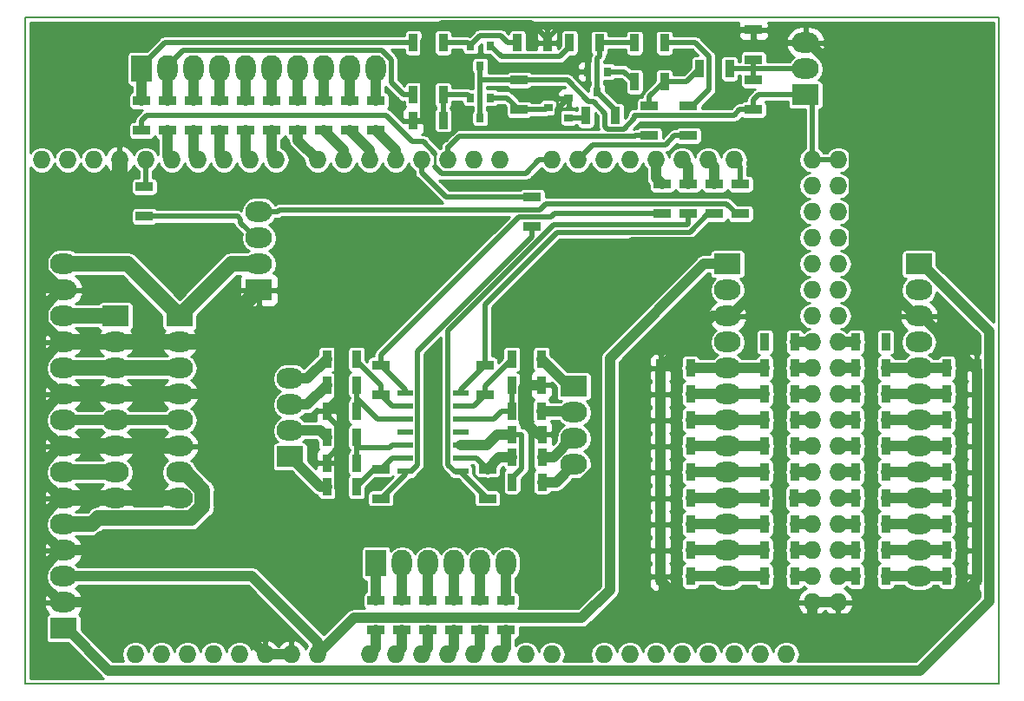
<source format=gbr>
G04 #@! TF.GenerationSoftware,KiCad,Pcbnew,5.0.2-bee76a0~70~ubuntu18.04.1*
G04 #@! TF.CreationDate,2020-07-29T14:57:40+02:00*
G04 #@! TF.ProjectId,stator_controller,73746174-6f72-45f6-936f-6e74726f6c6c,rev?*
G04 #@! TF.SameCoordinates,PX66ff300PY8583b00*
G04 #@! TF.FileFunction,Copper,L1,Top*
G04 #@! TF.FilePolarity,Positive*
%FSLAX46Y46*%
G04 Gerber Fmt 4.6, Leading zero omitted, Abs format (unit mm)*
G04 Created by KiCad (PCBNEW 5.0.2-bee76a0~70~ubuntu18.04.1) date ons 29 jul 2020 14:57:40*
%MOMM*%
%LPD*%
G01*
G04 APERTURE LIST*
G04 #@! TA.AperFunction,NonConductor*
%ADD10C,0.150000*%
G04 #@! TD*
G04 #@! TA.AperFunction,ComponentPad*
%ADD11O,1.727200X1.727200*%
G04 #@! TD*
G04 #@! TA.AperFunction,ComponentPad*
%ADD12R,2.600000X2.000000*%
G04 #@! TD*
G04 #@! TA.AperFunction,ComponentPad*
%ADD13O,2.600000X2.000000*%
G04 #@! TD*
G04 #@! TA.AperFunction,SMDPad,CuDef*
%ADD14R,0.800000X0.900000*%
G04 #@! TD*
G04 #@! TA.AperFunction,SMDPad,CuDef*
%ADD15R,0.900000X0.800000*%
G04 #@! TD*
G04 #@! TA.AperFunction,SMDPad,CuDef*
%ADD16R,1.700000X0.900000*%
G04 #@! TD*
G04 #@! TA.AperFunction,SMDPad,CuDef*
%ADD17R,0.900000X1.700000*%
G04 #@! TD*
G04 #@! TA.AperFunction,SMDPad,CuDef*
%ADD18R,1.500000X0.600000*%
G04 #@! TD*
G04 #@! TA.AperFunction,ComponentPad*
%ADD19O,2.000000X2.600000*%
G04 #@! TD*
G04 #@! TA.AperFunction,ComponentPad*
%ADD20R,2.000000X2.600000*%
G04 #@! TD*
G04 #@! TA.AperFunction,Conductor*
%ADD21C,1.000000*%
G04 #@! TD*
G04 #@! TA.AperFunction,Conductor*
%ADD22C,0.500000*%
G04 #@! TD*
G04 #@! TA.AperFunction,Conductor*
%ADD23C,1.500000*%
G04 #@! TD*
G04 #@! TA.AperFunction,Conductor*
%ADD24C,0.250000*%
G04 #@! TD*
G04 #@! TA.AperFunction,Conductor*
%ADD25C,0.254000*%
G04 #@! TD*
G04 APERTURE END LIST*
D10*
X95000000Y65000000D02*
X95000000Y0D01*
X0Y65000000D02*
X95000000Y65000000D01*
X0Y0D02*
X0Y65000000D01*
X95000000Y0D02*
X0Y0D01*
D11*
G04 #@! TO.P,XA1,GND6*
G04 #@! TO.N,GND*
X79325000Y7920000D03*
G04 #@! TO.P,XA1,GND5*
X76785000Y7920000D03*
G04 #@! TO.P,XA1,D53*
G04 #@! TO.N,Net-(R56-Pad2)*
X79325000Y10460000D03*
G04 #@! TO.P,XA1,D52*
G04 #@! TO.N,Net-(R48-Pad2)*
X76785000Y10460000D03*
G04 #@! TO.P,XA1,D51*
G04 #@! TO.N,Net-(R47-Pad2)*
X79325000Y13000000D03*
G04 #@! TO.P,XA1,D50*
G04 #@! TO.N,Net-(R46-Pad2)*
X76785000Y13000000D03*
G04 #@! TO.P,XA1,D49*
G04 #@! TO.N,Net-(R45-Pad2)*
X79325000Y15540000D03*
G04 #@! TO.P,XA1,D48*
G04 #@! TO.N,Net-(R44-Pad2)*
X76785000Y15540000D03*
G04 #@! TO.P,XA1,D47*
G04 #@! TO.N,Net-(R43-Pad2)*
X79325000Y18080000D03*
G04 #@! TO.P,XA1,D46*
G04 #@! TO.N,Net-(R42-Pad2)*
X76785000Y18080000D03*
G04 #@! TO.P,XA1,D45*
G04 #@! TO.N,Net-(R41-Pad2)*
X79325000Y20620000D03*
G04 #@! TO.P,XA1,D44*
G04 #@! TO.N,Net-(R98-Pad2)*
X76785000Y20620000D03*
G04 #@! TO.P,XA1,D43*
G04 #@! TO.N,Net-(R40-Pad2)*
X79325000Y23160000D03*
G04 #@! TO.P,XA1,D42*
G04 #@! TO.N,Net-(R39-Pad2)*
X76785000Y23160000D03*
G04 #@! TO.P,XA1,D41*
G04 #@! TO.N,Net-(R38-Pad2)*
X79325000Y25700000D03*
G04 #@! TO.P,XA1,D40*
G04 #@! TO.N,Net-(R37-Pad2)*
X76785000Y25700000D03*
G04 #@! TO.P,XA1,D39*
G04 #@! TO.N,Net-(R36-Pad2)*
X79325000Y28240000D03*
G04 #@! TO.P,XA1,D38*
G04 #@! TO.N,Net-(R35-Pad2)*
X76785000Y28240000D03*
G04 #@! TO.P,XA1,D37*
G04 #@! TO.N,Net-(R34-Pad2)*
X79325000Y30780000D03*
G04 #@! TO.P,XA1,D36*
G04 #@! TO.N,Net-(R33-Pad2)*
X76785000Y30780000D03*
G04 #@! TO.P,XA1,D35*
G04 #@! TO.N,Net-(R32-Pad2)*
X79325000Y33320000D03*
G04 #@! TO.P,XA1,D34*
G04 #@! TO.N,Net-(R31-Pad2)*
X76785000Y33320000D03*
G04 #@! TO.P,XA1,D33*
G04 #@! TO.N,Net-(XA1-PadD33)*
X79325000Y35860000D03*
G04 #@! TO.P,XA1,D32*
G04 #@! TO.N,Net-(XA1-PadD32)*
X76785000Y35860000D03*
G04 #@! TO.P,XA1,D31*
G04 #@! TO.N,Net-(XA1-PadD31)*
X79325000Y38400000D03*
G04 #@! TO.P,XA1,D30*
G04 #@! TO.N,Net-(XA1-PadD30)*
X76785000Y38400000D03*
G04 #@! TO.P,XA1,D29*
G04 #@! TO.N,Net-(XA1-PadD29)*
X79325000Y40940000D03*
G04 #@! TO.P,XA1,D28*
G04 #@! TO.N,Net-(XA1-PadD28)*
X76785000Y40940000D03*
G04 #@! TO.P,XA1,D27*
G04 #@! TO.N,Net-(XA1-PadD27)*
X79325000Y43480000D03*
G04 #@! TO.P,XA1,D26*
G04 #@! TO.N,Net-(XA1-PadD26)*
X76785000Y43480000D03*
G04 #@! TO.P,XA1,D25*
G04 #@! TO.N,Net-(XA1-PadD25)*
X79325000Y46020000D03*
G04 #@! TO.P,XA1,D24*
G04 #@! TO.N,Net-(XA1-PadD24)*
X76785000Y46020000D03*
G04 #@! TO.P,XA1,D23*
G04 #@! TO.N,Net-(XA1-PadD23)*
X79325000Y48560000D03*
G04 #@! TO.P,XA1,D22*
G04 #@! TO.N,Net-(XA1-PadD22)*
X76785000Y48560000D03*
G04 #@! TO.P,XA1,5V4*
G04 #@! TO.N,+5V*
X79325000Y51100000D03*
G04 #@! TO.P,XA1,5V3*
X76785000Y51100000D03*
G04 #@! TO.P,XA1,A15*
G04 #@! TO.N,Net-(XA1-PadA15)*
X74245000Y2840000D03*
G04 #@! TO.P,XA1,A14*
G04 #@! TO.N,Net-(XA1-PadA14)*
X71705000Y2840000D03*
G04 #@! TO.P,XA1,A13*
G04 #@! TO.N,Net-(XA1-PadA13)*
X69165000Y2840000D03*
G04 #@! TO.P,XA1,A12*
G04 #@! TO.N,Net-(XA1-PadA12)*
X66625000Y2840000D03*
G04 #@! TO.P,XA1,A11*
G04 #@! TO.N,Net-(XA1-PadA11)*
X64085000Y2840000D03*
G04 #@! TO.P,XA1,A10*
G04 #@! TO.N,Net-(XA1-PadA10)*
X61545000Y2840000D03*
G04 #@! TO.P,XA1,A9*
G04 #@! TO.N,Net-(XA1-PadA9)*
X59005000Y2840000D03*
G04 #@! TO.P,XA1,A8*
G04 #@! TO.N,Net-(XA1-PadA8)*
X56465000Y2840000D03*
G04 #@! TO.P,XA1,A7*
G04 #@! TO.N,Net-(XA1-PadA7)*
X51385000Y2840000D03*
G04 #@! TO.P,XA1,A6*
G04 #@! TO.N,Net-(XA1-PadA6)*
X48845000Y2840000D03*
G04 #@! TO.P,XA1,A5*
G04 #@! TO.N,Net-(R26-Pad2)*
X46305000Y2840000D03*
G04 #@! TO.P,XA1,A4*
G04 #@! TO.N,Net-(R27-Pad2)*
X43765000Y2840000D03*
G04 #@! TO.P,XA1,A3*
G04 #@! TO.N,Net-(R28-Pad2)*
X41225000Y2840000D03*
G04 #@! TO.P,XA1,A2*
G04 #@! TO.N,Net-(R29-Pad2)*
X38685000Y2840000D03*
G04 #@! TO.P,XA1,A1*
G04 #@! TO.N,Net-(R30-Pad2)*
X36145000Y2840000D03*
G04 #@! TO.P,XA1,*
G04 #@! TO.N,*
X10745000Y2840000D03*
G04 #@! TO.P,XA1,D11*
G04 #@! TO.N,Net-(R17-Pad2)*
X16841000Y51100000D03*
G04 #@! TO.P,XA1,D12*
G04 #@! TO.N,Net-(R18-Pad2)*
X14301000Y51100000D03*
G04 #@! TO.P,XA1,D13*
G04 #@! TO.N,Net-(R3-Pad2)*
X11761000Y51100000D03*
G04 #@! TO.P,XA1,AREF*
G04 #@! TO.N,Net-(XA1-PadAREF)*
X6681000Y51100000D03*
G04 #@! TO.P,XA1,SDA*
G04 #@! TO.N,Net-(XA1-PadSDA)*
X4141000Y51100000D03*
G04 #@! TO.P,XA1,SCL*
G04 #@! TO.N,Net-(XA1-PadSCL)*
X1601000Y51100000D03*
G04 #@! TO.P,XA1,D10*
G04 #@! TO.N,Net-(R16-Pad2)*
X19381000Y51100000D03*
G04 #@! TO.P,XA1,D9*
G04 #@! TO.N,Net-(R15-Pad2)*
X21921000Y51100000D03*
G04 #@! TO.P,XA1,D8*
G04 #@! TO.N,Net-(R14-Pad2)*
X24461000Y51100000D03*
G04 #@! TO.P,XA1,GND1*
G04 #@! TO.N,GND*
X9221000Y51100000D03*
G04 #@! TO.P,XA1,D7*
G04 #@! TO.N,Net-(R13-Pad2)*
X28525000Y51100000D03*
G04 #@! TO.P,XA1,D6*
G04 #@! TO.N,Net-(R12-Pad2)*
X31065000Y51100000D03*
G04 #@! TO.P,XA1,D5*
G04 #@! TO.N,Net-(R11-Pad2)*
X33605000Y51100000D03*
G04 #@! TO.P,XA1,D4*
G04 #@! TO.N,Net-(R10-Pad2)*
X36145000Y51100000D03*
G04 #@! TO.P,XA1,D3*
G04 #@! TO.N,/HS2_SE*
X38685000Y51100000D03*
G04 #@! TO.P,XA1,D2*
G04 #@! TO.N,/CAL_TRIG*
X41225000Y51100000D03*
G04 #@! TO.P,XA1,D1*
G04 #@! TO.N,Net-(XA1-PadD1)*
X43765000Y51100000D03*
G04 #@! TO.P,XA1,D0*
G04 #@! TO.N,Net-(XA1-PadD0)*
X46305000Y51100000D03*
G04 #@! TO.P,XA1,D14*
G04 #@! TO.N,Net-(R19-Pad2)*
X51385000Y51100000D03*
G04 #@! TO.P,XA1,D15*
G04 #@! TO.N,Net-(R1-Pad1)*
X53925000Y51100000D03*
G04 #@! TO.P,XA1,D16*
G04 #@! TO.N,Net-(XA1-PadD16)*
X56465000Y51100000D03*
G04 #@! TO.P,XA1,D17*
G04 #@! TO.N,Net-(XA1-PadD17)*
X59005000Y51100000D03*
G04 #@! TO.P,XA1,D18*
G04 #@! TO.N,/HS1_SE*
X61545000Y51100000D03*
G04 #@! TO.P,XA1,D19*
G04 #@! TO.N,/LS1_SE*
X64085000Y51100000D03*
G04 #@! TO.P,XA1,D20*
G04 #@! TO.N,/LS2_SE*
X66625000Y51100000D03*
G04 #@! TO.P,XA1,D21*
G04 #@! TO.N,Net-(R2-Pad2)*
X69165000Y51100000D03*
G04 #@! TO.P,XA1,IORF*
G04 #@! TO.N,Net-(XA1-PadIORF)*
X13285000Y2840000D03*
G04 #@! TO.P,XA1,RST1*
G04 #@! TO.N,Net-(XA1-PadRST1)*
X15825000Y2840000D03*
G04 #@! TO.P,XA1,3V3*
G04 #@! TO.N,Net-(XA1-Pad3V3)*
X18365000Y2840000D03*
G04 #@! TO.P,XA1,5V1*
G04 #@! TO.N,Net-(XA1-Pad5V1)*
X20905000Y2840000D03*
G04 #@! TO.P,XA1,GND2*
G04 #@! TO.N,GND*
X23445000Y2840000D03*
G04 #@! TO.P,XA1,GND3*
X25985000Y2840000D03*
G04 #@! TO.P,XA1,VIN*
G04 #@! TO.N,VDD*
X28525000Y2840000D03*
G04 #@! TO.P,XA1,A0*
G04 #@! TO.N,Net-(R57-Pad2)*
X33605000Y2840000D03*
G04 #@! TD*
D12*
G04 #@! TO.P,J1,1*
G04 #@! TO.N,VDD*
X68530000Y40940000D03*
D13*
G04 #@! TO.P,J1,2*
G04 #@! TO.N,Net-(J1-Pad2)*
X68530000Y38400000D03*
G04 #@! TO.P,J1,3*
G04 #@! TO.N,GND*
X68530000Y35860000D03*
G04 #@! TO.P,J1,4*
G04 #@! TO.N,Net-(J1-Pad4)*
X68530000Y33320000D03*
G04 #@! TO.P,J1,5*
G04 #@! TO.N,/SYNC_LO_LO*
X68530000Y30780000D03*
G04 #@! TO.P,J1,6*
G04 #@! TO.N,/CE_LO_LO*
X68530000Y28240000D03*
G04 #@! TO.P,J1,7*
G04 #@! TO.N,/RAMPDIR_LO_LO*
X68530000Y25700000D03*
G04 #@! TO.P,J1,8*
G04 #@! TO.N,/RAMPCLK_LO_LO*
X68530000Y23160000D03*
G04 #@! TO.P,J1,9*
G04 #@! TO.N,/SCK_LO_LO*
X68530000Y20620000D03*
G04 #@! TO.P,J1,10*
G04 #@! TO.N,/SDI_LO_LO*
X68530000Y18080000D03*
G04 #@! TO.P,J1,11*
G04 #@! TO.N,/MUX_LO_LO*
X68530000Y15540000D03*
G04 #@! TO.P,J1,12*
G04 #@! TO.N,/CSB_LO_LO*
X68530000Y13000000D03*
G04 #@! TO.P,J1,13*
G04 #@! TO.N,/SYSREFREQ_LO_LO*
X68530000Y10460000D03*
G04 #@! TD*
G04 #@! TO.P,J2,13*
G04 #@! TO.N,/SYSREFREQ_LO_HI*
X87199000Y10460000D03*
G04 #@! TO.P,J2,12*
G04 #@! TO.N,/CSB_LO_HI*
X87199000Y13000000D03*
G04 #@! TO.P,J2,11*
G04 #@! TO.N,/MUX_LO_HI*
X87199000Y15540000D03*
G04 #@! TO.P,J2,10*
G04 #@! TO.N,/SDI_LO_HI*
X87199000Y18080000D03*
G04 #@! TO.P,J2,9*
G04 #@! TO.N,/SCK_LO_HI*
X87199000Y20620000D03*
G04 #@! TO.P,J2,8*
G04 #@! TO.N,/RAMPCLK_LO_HI*
X87199000Y23160000D03*
G04 #@! TO.P,J2,7*
G04 #@! TO.N,/RAMPDIR_LO_HI*
X87199000Y25700000D03*
G04 #@! TO.P,J2,6*
G04 #@! TO.N,/CE_LO_HI*
X87199000Y28240000D03*
G04 #@! TO.P,J2,5*
G04 #@! TO.N,/SYNC_LO_HI*
X87199000Y30780000D03*
G04 #@! TO.P,J2,4*
G04 #@! TO.N,Net-(J2-Pad4)*
X87199000Y33320000D03*
G04 #@! TO.P,J2,3*
G04 #@! TO.N,GND*
X87199000Y35860000D03*
G04 #@! TO.P,J2,2*
G04 #@! TO.N,Net-(J2-Pad2)*
X87199000Y38400000D03*
D12*
G04 #@! TO.P,J2,1*
G04 #@! TO.N,/11V_IN_HI*
X87199000Y40940000D03*
G04 #@! TD*
D13*
G04 #@! TO.P,J3,3*
G04 #@! TO.N,GND*
X76150000Y62530000D03*
G04 #@! TO.P,J3,2*
G04 #@! TO.N,Net-(J3-Pad2)*
X76150000Y59990000D03*
D12*
G04 #@! TO.P,J3,1*
G04 #@! TO.N,+5V*
X76150000Y57450000D03*
G04 #@! TD*
D14*
G04 #@! TO.P,Q1,1*
G04 #@! TO.N,Net-(Q1-Pad1)*
X56780000Y59720000D03*
G04 #@! TO.P,Q1,2*
G04 #@! TO.N,GND*
X54880000Y59720000D03*
G04 #@! TO.P,Q1,3*
G04 #@! TO.N,Net-(Q1-Pad3)*
X55830000Y57720000D03*
G04 #@! TD*
G04 #@! TO.P,Q2,1*
G04 #@! TO.N,Net-(Q2-Pad1)*
X45350000Y62260000D03*
G04 #@! TO.P,Q2,2*
G04 #@! TO.N,Net-(Q2-Pad2)*
X43450000Y62260000D03*
G04 #@! TO.P,Q2,3*
G04 #@! TO.N,+5V*
X44400000Y60260000D03*
G04 #@! TD*
D15*
G04 #@! TO.P,Q3,3*
G04 #@! TO.N,Net-(Q3-Pad3)*
X51020000Y56180000D03*
G04 #@! TO.P,Q3,2*
G04 #@! TO.N,GND*
X53020000Y57130000D03*
G04 #@! TO.P,Q3,1*
G04 #@! TO.N,Net-(Q3-Pad1)*
X53020000Y55230000D03*
G04 #@! TD*
D14*
G04 #@! TO.P,Q4,3*
G04 #@! TO.N,+5V*
X44400000Y55180000D03*
G04 #@! TO.P,Q4,2*
G04 #@! TO.N,Net-(Q4-Pad2)*
X43450000Y57180000D03*
G04 #@! TO.P,Q4,1*
G04 #@! TO.N,Net-(Q3-Pad3)*
X45350000Y57180000D03*
G04 #@! TD*
D16*
G04 #@! TO.P,R1,2*
G04 #@! TO.N,/AUTOCAL_ENABLE*
X64720000Y56360000D03*
G04 #@! TO.P,R1,1*
G04 #@! TO.N,Net-(R1-Pad1)*
X64720000Y53460000D03*
G04 #@! TD*
G04 #@! TO.P,R6,2*
G04 #@! TO.N,/LS1_SE*
X64720000Y48740000D03*
G04 #@! TO.P,R6,1*
G04 #@! TO.N,Net-(R6-Pad1)*
X64720000Y45840000D03*
G04 #@! TD*
G04 #@! TO.P,R7,1*
G04 #@! TO.N,Net-(R7-Pad1)*
X62180000Y45840000D03*
G04 #@! TO.P,R7,2*
G04 #@! TO.N,/HS1_SE*
X62180000Y48740000D03*
G04 #@! TD*
G04 #@! TO.P,R8,1*
G04 #@! TO.N,Net-(R51-Pad2)*
X45098500Y20927000D03*
G04 #@! TO.P,R8,2*
G04 #@! TO.N,Net-(R6-Pad1)*
X45098500Y18027000D03*
G04 #@! TD*
G04 #@! TO.P,R9,1*
G04 #@! TO.N,Net-(R53-Pad2)*
X34684500Y28187000D03*
G04 #@! TO.P,R9,2*
G04 #@! TO.N,Net-(R7-Pad1)*
X34684500Y31087000D03*
G04 #@! TD*
G04 #@! TO.P,R10,1*
G04 #@! TO.N,/G_LO*
X34240000Y56868000D03*
G04 #@! TO.P,R10,2*
G04 #@! TO.N,Net-(R10-Pad2)*
X34240000Y53968000D03*
G04 #@! TD*
G04 #@! TO.P,R11,2*
G04 #@! TO.N,Net-(R11-Pad2)*
X31700000Y53968000D03*
G04 #@! TO.P,R11,1*
G04 #@! TO.N,/~G_LO*
X31700000Y56868000D03*
G04 #@! TD*
G04 #@! TO.P,R12,1*
G04 #@! TO.N,/BL_LO*
X29160000Y56868000D03*
G04 #@! TO.P,R12,2*
G04 #@! TO.N,Net-(R12-Pad2)*
X29160000Y53968000D03*
G04 #@! TD*
G04 #@! TO.P,R13,2*
G04 #@! TO.N,Net-(R13-Pad2)*
X26620000Y53968000D03*
G04 #@! TO.P,R13,1*
G04 #@! TO.N,/~BL_LO*
X26620000Y56868000D03*
G04 #@! TD*
G04 #@! TO.P,R14,2*
G04 #@! TO.N,Net-(R14-Pad2)*
X24080000Y53968000D03*
G04 #@! TO.P,R14,1*
G04 #@! TO.N,/LRU1*
X24080000Y56868000D03*
G04 #@! TD*
G04 #@! TO.P,R15,2*
G04 #@! TO.N,Net-(R15-Pad2)*
X21540000Y53968000D03*
G04 #@! TO.P,R15,1*
G04 #@! TO.N,/~LRU1*
X21540000Y56868000D03*
G04 #@! TD*
G04 #@! TO.P,R16,1*
G04 #@! TO.N,/LRU2*
X19000000Y56868000D03*
G04 #@! TO.P,R16,2*
G04 #@! TO.N,Net-(R16-Pad2)*
X19000000Y53968000D03*
G04 #@! TD*
G04 #@! TO.P,R17,2*
G04 #@! TO.N,Net-(R17-Pad2)*
X16460000Y53968000D03*
G04 #@! TO.P,R17,1*
G04 #@! TO.N,/~LRU2*
X16460000Y56868000D03*
G04 #@! TD*
G04 #@! TO.P,R18,1*
G04 #@! TO.N,/BT*
X13920000Y56868000D03*
G04 #@! TO.P,R18,2*
G04 #@! TO.N,Net-(R18-Pad2)*
X13920000Y53968000D03*
G04 #@! TD*
G04 #@! TO.P,R19,2*
G04 #@! TO.N,Net-(R19-Pad2)*
X11380000Y53968000D03*
G04 #@! TO.P,R19,1*
G04 #@! TO.N,/~BT*
X11380000Y56868000D03*
G04 #@! TD*
G04 #@! TO.P,R26,1*
G04 #@! TO.N,/G_HI*
X46940000Y8100000D03*
G04 #@! TO.P,R26,2*
G04 #@! TO.N,Net-(R26-Pad2)*
X46940000Y5200000D03*
G04 #@! TD*
G04 #@! TO.P,R27,2*
G04 #@! TO.N,Net-(R27-Pad2)*
X44400000Y5200000D03*
G04 #@! TO.P,R27,1*
G04 #@! TO.N,/~G_HI*
X44400000Y8100000D03*
G04 #@! TD*
G04 #@! TO.P,R28,1*
G04 #@! TO.N,/BL_HI*
X41860000Y8100000D03*
G04 #@! TO.P,R28,2*
G04 #@! TO.N,Net-(R28-Pad2)*
X41860000Y5200000D03*
G04 #@! TD*
G04 #@! TO.P,R29,2*
G04 #@! TO.N,Net-(R29-Pad2)*
X39320000Y5200000D03*
G04 #@! TO.P,R29,1*
G04 #@! TO.N,/~BL_HI*
X39320000Y8100000D03*
G04 #@! TD*
G04 #@! TO.P,R30,1*
G04 #@! TO.N,/HRU*
X36780000Y8100000D03*
G04 #@! TO.P,R30,2*
G04 #@! TO.N,Net-(R30-Pad2)*
X36780000Y5200000D03*
G04 #@! TD*
D17*
G04 #@! TO.P,R31,2*
G04 #@! TO.N,Net-(R31-Pad2)*
X75060000Y33320000D03*
G04 #@! TO.P,R31,1*
G04 #@! TO.N,Net-(R31-Pad1)*
X72160000Y33320000D03*
G04 #@! TD*
G04 #@! TO.P,R32,2*
G04 #@! TO.N,Net-(R32-Pad2)*
X81050000Y33320000D03*
G04 #@! TO.P,R32,1*
G04 #@! TO.N,Net-(R32-Pad1)*
X83950000Y33320000D03*
G04 #@! TD*
G04 #@! TO.P,R33,1*
G04 #@! TO.N,/SYNC_LO_LO*
X72160000Y30780000D03*
G04 #@! TO.P,R33,2*
G04 #@! TO.N,Net-(R33-Pad2)*
X75060000Y30780000D03*
G04 #@! TD*
G04 #@! TO.P,R34,1*
G04 #@! TO.N,/SYNC_LO_HI*
X83950000Y30780000D03*
G04 #@! TO.P,R34,2*
G04 #@! TO.N,Net-(R34-Pad2)*
X81050000Y30780000D03*
G04 #@! TD*
G04 #@! TO.P,R35,1*
G04 #@! TO.N,/CE_LO_LO*
X72160000Y28240000D03*
G04 #@! TO.P,R35,2*
G04 #@! TO.N,Net-(R35-Pad2)*
X75060000Y28240000D03*
G04 #@! TD*
G04 #@! TO.P,R36,2*
G04 #@! TO.N,Net-(R36-Pad2)*
X81050000Y28240000D03*
G04 #@! TO.P,R36,1*
G04 #@! TO.N,/CE_LO_HI*
X83950000Y28240000D03*
G04 #@! TD*
G04 #@! TO.P,R37,2*
G04 #@! TO.N,Net-(R37-Pad2)*
X75060000Y25700000D03*
G04 #@! TO.P,R37,1*
G04 #@! TO.N,/RAMPDIR_LO_LO*
X72160000Y25700000D03*
G04 #@! TD*
G04 #@! TO.P,R38,1*
G04 #@! TO.N,/RAMPDIR_LO_HI*
X83950000Y25700000D03*
G04 #@! TO.P,R38,2*
G04 #@! TO.N,Net-(R38-Pad2)*
X81050000Y25700000D03*
G04 #@! TD*
G04 #@! TO.P,R39,1*
G04 #@! TO.N,/RAMPCLK_LO_LO*
X72160000Y23160000D03*
G04 #@! TO.P,R39,2*
G04 #@! TO.N,Net-(R39-Pad2)*
X75060000Y23160000D03*
G04 #@! TD*
G04 #@! TO.P,R40,2*
G04 #@! TO.N,Net-(R40-Pad2)*
X81050000Y23160000D03*
G04 #@! TO.P,R40,1*
G04 #@! TO.N,/RAMPCLK_LO_HI*
X83950000Y23160000D03*
G04 #@! TD*
G04 #@! TO.P,R41,2*
G04 #@! TO.N,Net-(R41-Pad2)*
X81050000Y20620000D03*
G04 #@! TO.P,R41,1*
G04 #@! TO.N,/SCK_LO_HI*
X83950000Y20620000D03*
G04 #@! TD*
G04 #@! TO.P,R42,1*
G04 #@! TO.N,/SDI_LO_LO*
X72096500Y18080000D03*
G04 #@! TO.P,R42,2*
G04 #@! TO.N,Net-(R42-Pad2)*
X74996500Y18080000D03*
G04 #@! TD*
G04 #@! TO.P,R43,1*
G04 #@! TO.N,/SDI_LO_HI*
X83950000Y18080000D03*
G04 #@! TO.P,R43,2*
G04 #@! TO.N,Net-(R43-Pad2)*
X81050000Y18080000D03*
G04 #@! TD*
G04 #@! TO.P,R44,2*
G04 #@! TO.N,Net-(R44-Pad2)*
X75060000Y15540000D03*
G04 #@! TO.P,R44,1*
G04 #@! TO.N,/MUX_LO_LO*
X72160000Y15540000D03*
G04 #@! TD*
G04 #@! TO.P,R45,2*
G04 #@! TO.N,Net-(R45-Pad2)*
X81050000Y15540000D03*
G04 #@! TO.P,R45,1*
G04 #@! TO.N,/MUX_LO_HI*
X83950000Y15540000D03*
G04 #@! TD*
G04 #@! TO.P,R46,1*
G04 #@! TO.N,/CSB_LO_LO*
X72160000Y13000000D03*
G04 #@! TO.P,R46,2*
G04 #@! TO.N,Net-(R46-Pad2)*
X75060000Y13000000D03*
G04 #@! TD*
G04 #@! TO.P,R47,1*
G04 #@! TO.N,/CSB_LO_HI*
X83950000Y13000000D03*
G04 #@! TO.P,R47,2*
G04 #@! TO.N,Net-(R47-Pad2)*
X81050000Y13000000D03*
G04 #@! TD*
G04 #@! TO.P,R48,1*
G04 #@! TO.N,/SYSREFREQ_LO_LO*
X72160000Y10460000D03*
G04 #@! TO.P,R48,2*
G04 #@! TO.N,Net-(R48-Pad2)*
X75060000Y10460000D03*
G04 #@! TD*
G04 #@! TO.P,R49,2*
G04 #@! TO.N,Net-(R49-Pad2)*
X47522000Y24303000D03*
G04 #@! TO.P,R49,1*
G04 #@! TO.N,GND*
X50422000Y24303000D03*
G04 #@! TD*
G04 #@! TO.P,R50,2*
G04 #@! TO.N,Net-(R50-Pad2)*
X32324500Y26589000D03*
G04 #@! TO.P,R50,1*
G04 #@! TO.N,GND*
X29424500Y26589000D03*
G04 #@! TD*
G04 #@! TO.P,R51,2*
G04 #@! TO.N,Net-(R51-Pad2)*
X47522000Y22080500D03*
G04 #@! TO.P,R51,1*
G04 #@! TO.N,/~LS1*
X50422000Y22080500D03*
G04 #@! TD*
G04 #@! TO.P,R52,1*
G04 #@! TO.N,/LS1*
X50422000Y19667500D03*
G04 #@! TO.P,R52,2*
G04 #@! TO.N,Net-(R49-Pad2)*
X47522000Y19667500D03*
G04 #@! TD*
G04 #@! TO.P,R53,1*
G04 #@! TO.N,/HS1*
X29424500Y31669000D03*
G04 #@! TO.P,R53,2*
G04 #@! TO.N,Net-(R53-Pad2)*
X32324500Y31669000D03*
G04 #@! TD*
G04 #@! TO.P,R54,1*
G04 #@! TO.N,/~HS1*
X29424500Y29129000D03*
G04 #@! TO.P,R54,2*
G04 #@! TO.N,Net-(R50-Pad2)*
X32324500Y29129000D03*
G04 #@! TD*
D16*
G04 #@! TO.P,R55,1*
G04 #@! TO.N,Net-(R55-Pad1)*
X49480000Y44570000D03*
G04 #@! TO.P,R55,2*
G04 #@! TO.N,/HS2_SE*
X49480000Y47470000D03*
G04 #@! TD*
D17*
G04 #@! TO.P,R56,2*
G04 #@! TO.N,Net-(R56-Pad2)*
X81050000Y10460000D03*
G04 #@! TO.P,R56,1*
G04 #@! TO.N,/SYSREFREQ_LO_HI*
X83950000Y10460000D03*
G04 #@! TD*
D16*
G04 #@! TO.P,R57,2*
G04 #@! TO.N,Net-(R57-Pad2)*
X34240000Y5200000D03*
G04 #@! TO.P,R57,1*
G04 #@! TO.N,/~HRU*
X34240000Y8100000D03*
G04 #@! TD*
D17*
G04 #@! TO.P,R58,1*
G04 #@! TO.N,GND*
X92840000Y10460000D03*
G04 #@! TO.P,R58,2*
G04 #@! TO.N,/SYSREFREQ_LO_HI*
X89940000Y10460000D03*
G04 #@! TD*
G04 #@! TO.P,R59,1*
G04 #@! TO.N,GND*
X62000000Y10460000D03*
G04 #@! TO.P,R59,2*
G04 #@! TO.N,/SYSREFREQ_LO_LO*
X64900000Y10460000D03*
G04 #@! TD*
G04 #@! TO.P,R60,2*
G04 #@! TO.N,/CSB_LO_HI*
X89940000Y13000000D03*
G04 #@! TO.P,R60,1*
G04 #@! TO.N,GND*
X92840000Y13000000D03*
G04 #@! TD*
G04 #@! TO.P,R61,2*
G04 #@! TO.N,/CSB_LO_LO*
X64900000Y13000000D03*
G04 #@! TO.P,R61,1*
G04 #@! TO.N,GND*
X62000000Y13000000D03*
G04 #@! TD*
D16*
G04 #@! TO.P,R62,2*
G04 #@! TO.N,/LS2_SE*
X67260000Y48740000D03*
G04 #@! TO.P,R62,1*
G04 #@! TO.N,Net-(R62-Pad1)*
X67260000Y45840000D03*
G04 #@! TD*
G04 #@! TO.P,R63,1*
G04 #@! TO.N,Net-(R63-Pad1)*
X34684500Y20927000D03*
G04 #@! TO.P,R63,2*
G04 #@! TO.N,Net-(R55-Pad1)*
X34684500Y18027000D03*
G04 #@! TD*
G04 #@! TO.P,R64,1*
G04 #@! TO.N,Net-(R64-Pad1)*
X44844500Y28187000D03*
G04 #@! TO.P,R64,2*
G04 #@! TO.N,Net-(R62-Pad1)*
X44844500Y31087000D03*
G04 #@! TD*
D17*
G04 #@! TO.P,R65,2*
G04 #@! TO.N,Net-(R65-Pad2)*
X32324500Y21509000D03*
G04 #@! TO.P,R65,1*
G04 #@! TO.N,GND*
X29424500Y21509000D03*
G04 #@! TD*
G04 #@! TO.P,R66,2*
G04 #@! TO.N,Net-(R63-Pad1)*
X32324500Y19223000D03*
G04 #@! TO.P,R66,1*
G04 #@! TO.N,/~HS2*
X29424500Y19223000D03*
G04 #@! TD*
G04 #@! TO.P,R67,1*
G04 #@! TO.N,/HS2*
X29424500Y24049000D03*
G04 #@! TO.P,R67,2*
G04 #@! TO.N,Net-(R65-Pad2)*
X32324500Y24049000D03*
G04 #@! TD*
G04 #@! TO.P,R68,2*
G04 #@! TO.N,Net-(R68-Pad2)*
X47458500Y29129000D03*
G04 #@! TO.P,R68,1*
G04 #@! TO.N,GND*
X50358500Y29129000D03*
G04 #@! TD*
G04 #@! TO.P,R69,2*
G04 #@! TO.N,Net-(R64-Pad1)*
X47458500Y31669000D03*
G04 #@! TO.P,R69,1*
G04 #@! TO.N,/~LS2*
X50358500Y31669000D03*
G04 #@! TD*
G04 #@! TO.P,R70,1*
G04 #@! TO.N,/LS2*
X50358500Y26589000D03*
G04 #@! TO.P,R70,2*
G04 #@! TO.N,Net-(R68-Pad2)*
X47458500Y26589000D03*
G04 #@! TD*
D16*
G04 #@! TO.P,R71,2*
G04 #@! TO.N,/CAL_TRIG*
X60910000Y53460000D03*
G04 #@! TO.P,R71,1*
G04 #@! TO.N,Net-(R71-Pad1)*
X60910000Y56360000D03*
G04 #@! TD*
D17*
G04 #@! TO.P,R72,2*
G04 #@! TO.N,Net-(R71-Pad1)*
X62360000Y58720000D03*
G04 #@! TO.P,R72,1*
G04 #@! TO.N,Net-(Q1-Pad1)*
X59460000Y58720000D03*
G04 #@! TD*
D16*
G04 #@! TO.P,R73,1*
G04 #@! TO.N,Net-(J3-Pad2)*
X71070000Y58900000D03*
G04 #@! TO.P,R73,2*
G04 #@! TO.N,+5V*
X71070000Y56000000D03*
G04 #@! TD*
G04 #@! TO.P,R74,2*
G04 #@! TO.N,Net-(J3-Pad2)*
X71070000Y60900000D03*
G04 #@! TO.P,R74,1*
G04 #@! TO.N,GND*
X71070000Y63800000D03*
G04 #@! TD*
D17*
G04 #@! TO.P,R75,2*
G04 #@! TO.N,Net-(J3-Pad2)*
X68710000Y59990000D03*
G04 #@! TO.P,R75,1*
G04 #@! TO.N,Net-(R71-Pad1)*
X65810000Y59990000D03*
G04 #@! TD*
G04 #@! TO.P,R76,1*
G04 #@! TO.N,Net-(Q1-Pad3)*
X59460000Y62530000D03*
G04 #@! TO.P,R76,2*
G04 #@! TO.N,/AUTOCAL_ENABLE*
X62360000Y62530000D03*
G04 #@! TD*
G04 #@! TO.P,R77,1*
G04 #@! TO.N,GND*
X50930000Y62530000D03*
G04 #@! TO.P,R77,2*
G04 #@! TO.N,Net-(Q2-Pad2)*
X48030000Y62530000D03*
G04 #@! TD*
G04 #@! TO.P,R78,1*
G04 #@! TO.N,/~BT*
X37870000Y62530000D03*
G04 #@! TO.P,R78,2*
G04 #@! TO.N,Net-(Q2-Pad2)*
X40770000Y62530000D03*
G04 #@! TD*
D16*
G04 #@! TO.P,R79,1*
G04 #@! TO.N,Net-(Q3-Pad3)*
X48210000Y56000000D03*
G04 #@! TO.P,R79,2*
G04 #@! TO.N,+5V*
X48210000Y58900000D03*
G04 #@! TD*
D17*
G04 #@! TO.P,R80,2*
G04 #@! TO.N,Net-(Q4-Pad2)*
X40770000Y54910000D03*
G04 #@! TO.P,R80,1*
G04 #@! TO.N,GND*
X37870000Y54910000D03*
G04 #@! TD*
G04 #@! TO.P,R81,2*
G04 #@! TO.N,Net-(Q4-Pad2)*
X40770000Y57450000D03*
G04 #@! TO.P,R81,1*
G04 #@! TO.N,/BT*
X37870000Y57450000D03*
G04 #@! TD*
D18*
G04 #@! TO.P,U1,14*
G04 #@! TO.N,Net-(R55-Pad1)*
X37064500Y20747000D03*
G04 #@! TO.P,U1,13*
G04 #@! TO.N,Net-(R63-Pad1)*
X37064500Y22017000D03*
G04 #@! TO.P,U1,12*
G04 #@! TO.N,Net-(R65-Pad2)*
X37064500Y23287000D03*
G04 #@! TO.P,U1,11*
G04 #@! TO.N,/-8V_in*
X37064500Y24557000D03*
G04 #@! TO.P,U1,10*
G04 #@! TO.N,Net-(R50-Pad2)*
X37064500Y25827000D03*
G04 #@! TO.P,U1,9*
G04 #@! TO.N,Net-(R53-Pad2)*
X37064500Y27097000D03*
G04 #@! TO.P,U1,8*
G04 #@! TO.N,Net-(R7-Pad1)*
X37064500Y28367000D03*
G04 #@! TO.P,U1,7*
G04 #@! TO.N,Net-(R62-Pad1)*
X42464500Y28367000D03*
G04 #@! TO.P,U1,6*
G04 #@! TO.N,Net-(R64-Pad1)*
X42464500Y27097000D03*
G04 #@! TO.P,U1,5*
G04 #@! TO.N,Net-(R68-Pad2)*
X42464500Y25827000D03*
G04 #@! TO.P,U1,4*
G04 #@! TO.N,/8V_IN*
X42464500Y24557000D03*
G04 #@! TO.P,U1,3*
G04 #@! TO.N,Net-(R49-Pad2)*
X42464500Y23287000D03*
G04 #@! TO.P,U1,2*
G04 #@! TO.N,Net-(R51-Pad2)*
X42464500Y22017000D03*
G04 #@! TO.P,U1,1*
G04 #@! TO.N,Net-(R6-Pad1)*
X42464500Y20747000D03*
G04 #@! TD*
D17*
G04 #@! TO.P,R82,2*
G04 #@! TO.N,Net-(Q1-Pad3)*
X56010000Y62530000D03*
G04 #@! TO.P,R82,1*
G04 #@! TO.N,Net-(Q2-Pad1)*
X53110000Y62530000D03*
G04 #@! TD*
G04 #@! TO.P,R83,1*
G04 #@! TO.N,Net-(Q3-Pad1)*
X54708000Y55418000D03*
G04 #@! TO.P,R83,2*
G04 #@! TO.N,Net-(Q1-Pad3)*
X57608000Y55418000D03*
G04 #@! TD*
D12*
G04 #@! TO.P,J5,1*
G04 #@! TO.N,/~HS2*
X25858000Y22144000D03*
D13*
G04 #@! TO.P,J5,2*
G04 #@! TO.N,/HS2*
X25858000Y24684000D03*
G04 #@! TO.P,J5,3*
G04 #@! TO.N,/~HS1*
X25858000Y27224000D03*
G04 #@! TO.P,J5,4*
G04 #@! TO.N,/HS1*
X25858000Y29764000D03*
G04 #@! TD*
G04 #@! TO.P,J6,4*
G04 #@! TO.N,/LS1*
X53544000Y21382000D03*
G04 #@! TO.P,J6,3*
G04 #@! TO.N,/~LS1*
X53544000Y23922000D03*
G04 #@! TO.P,J6,2*
G04 #@! TO.N,/LS2*
X53544000Y26462000D03*
D12*
G04 #@! TO.P,J6,1*
G04 #@! TO.N,/~LS2*
X53544000Y29002000D03*
G04 #@! TD*
D19*
G04 #@! TO.P,J7,10*
G04 #@! TO.N,/G_LO*
X34240000Y59990000D03*
G04 #@! TO.P,J7,9*
G04 #@! TO.N,/~G_LO*
X31700000Y59990000D03*
G04 #@! TO.P,J7,8*
G04 #@! TO.N,/BL_LO*
X29160000Y59990000D03*
G04 #@! TO.P,J7,7*
G04 #@! TO.N,/~BL_LO*
X26620000Y59990000D03*
G04 #@! TO.P,J7,6*
G04 #@! TO.N,/LRU1*
X24080000Y59990000D03*
G04 #@! TO.P,J7,5*
G04 #@! TO.N,/~LRU1*
X21540000Y59990000D03*
G04 #@! TO.P,J7,4*
G04 #@! TO.N,/LRU2*
X19000000Y59990000D03*
G04 #@! TO.P,J7,3*
G04 #@! TO.N,/~LRU2*
X16460000Y59990000D03*
G04 #@! TO.P,J7,2*
G04 #@! TO.N,/BT*
X13920000Y59990000D03*
D20*
G04 #@! TO.P,J7,1*
G04 #@! TO.N,/~BT*
X11380000Y59990000D03*
G04 #@! TD*
D19*
G04 #@! TO.P,J9,6*
G04 #@! TO.N,/G_HI*
X46940000Y11730000D03*
G04 #@! TO.P,J9,5*
G04 #@! TO.N,/~G_HI*
X44400000Y11730000D03*
G04 #@! TO.P,J9,4*
G04 #@! TO.N,/BL_HI*
X41860000Y11730000D03*
G04 #@! TO.P,J9,3*
G04 #@! TO.N,/~BL_HI*
X39320000Y11730000D03*
G04 #@! TO.P,J9,2*
G04 #@! TO.N,/HRU*
X36780000Y11730000D03*
D20*
G04 #@! TO.P,J9,1*
G04 #@! TO.N,/~HRU*
X34240000Y11730000D03*
G04 #@! TD*
D13*
G04 #@! TO.P,J8,8*
G04 #@! TO.N,GND*
X8840000Y18080000D03*
G04 #@! TO.P,J8,7*
G04 #@! TO.N,/8V_IN_LO*
X8840000Y20620000D03*
G04 #@! TO.P,J8,6*
G04 #@! TO.N,GND*
X8840000Y23160000D03*
G04 #@! TO.P,J8,5*
G04 #@! TO.N,/-8V_IN*
X8840000Y25700000D03*
G04 #@! TO.P,J8,4*
G04 #@! TO.N,GND*
X8840000Y28240000D03*
G04 #@! TO.P,J8,3*
G04 #@! TO.N,/-18V_IN*
X8840000Y30780000D03*
G04 #@! TO.P,J8,2*
G04 #@! TO.N,GND*
X8840000Y33320000D03*
D12*
G04 #@! TO.P,J8,1*
G04 #@! TO.N,/18V_IN_LO*
X8840000Y35860000D03*
G04 #@! TD*
D13*
G04 #@! TO.P,J10,8*
G04 #@! TO.N,GND*
X15063000Y18080000D03*
G04 #@! TO.P,J10,7*
G04 #@! TO.N,/8V_IN_HI*
X15063000Y20620000D03*
G04 #@! TO.P,J10,6*
G04 #@! TO.N,GND*
X15063000Y23160000D03*
G04 #@! TO.P,J10,5*
G04 #@! TO.N,/-8V_IN*
X15063000Y25700000D03*
G04 #@! TO.P,J10,4*
G04 #@! TO.N,GND*
X15063000Y28240000D03*
G04 #@! TO.P,J10,3*
G04 #@! TO.N,/-18V_IN*
X15063000Y30780000D03*
G04 #@! TO.P,J10,2*
G04 #@! TO.N,GND*
X15063000Y33320000D03*
D12*
G04 #@! TO.P,J10,1*
G04 #@! TO.N,/18V_IN_HI*
X15063000Y35860000D03*
G04 #@! TD*
D17*
G04 #@! TO.P,R84,1*
G04 #@! TO.N,GND*
X92840000Y15540000D03*
G04 #@! TO.P,R84,2*
G04 #@! TO.N,/MUX_LO_HI*
X89940000Y15540000D03*
G04 #@! TD*
G04 #@! TO.P,R85,2*
G04 #@! TO.N,/MUX_LO_LO*
X64900000Y15540000D03*
G04 #@! TO.P,R85,1*
G04 #@! TO.N,GND*
X62000000Y15540000D03*
G04 #@! TD*
G04 #@! TO.P,R86,1*
G04 #@! TO.N,GND*
X92840000Y18080000D03*
G04 #@! TO.P,R86,2*
G04 #@! TO.N,/SDI_LO_HI*
X89940000Y18080000D03*
G04 #@! TD*
G04 #@! TO.P,R87,2*
G04 #@! TO.N,/SDI_LO_LO*
X64900000Y18080000D03*
G04 #@! TO.P,R87,1*
G04 #@! TO.N,GND*
X62000000Y18080000D03*
G04 #@! TD*
G04 #@! TO.P,R88,1*
G04 #@! TO.N,GND*
X92840000Y20620000D03*
G04 #@! TO.P,R88,2*
G04 #@! TO.N,/SCK_LO_HI*
X89940000Y20620000D03*
G04 #@! TD*
G04 #@! TO.P,R89,1*
G04 #@! TO.N,GND*
X62000000Y20620000D03*
G04 #@! TO.P,R89,2*
G04 #@! TO.N,/SCK_LO_LO*
X64900000Y20620000D03*
G04 #@! TD*
G04 #@! TO.P,R90,2*
G04 #@! TO.N,/RAMPCLK_LO_HI*
X89940000Y23160000D03*
G04 #@! TO.P,R90,1*
G04 #@! TO.N,GND*
X92840000Y23160000D03*
G04 #@! TD*
G04 #@! TO.P,R91,2*
G04 #@! TO.N,/RAMPCLK_LO_LO*
X64900000Y23160000D03*
G04 #@! TO.P,R91,1*
G04 #@! TO.N,GND*
X62000000Y23160000D03*
G04 #@! TD*
G04 #@! TO.P,R92,1*
G04 #@! TO.N,GND*
X92840000Y25700000D03*
G04 #@! TO.P,R92,2*
G04 #@! TO.N,/RAMPDIR_LO_HI*
X89940000Y25700000D03*
G04 #@! TD*
G04 #@! TO.P,R93,2*
G04 #@! TO.N,/RAMPDIR_LO_LO*
X64900000Y25700000D03*
G04 #@! TO.P,R93,1*
G04 #@! TO.N,GND*
X62000000Y25700000D03*
G04 #@! TD*
G04 #@! TO.P,R94,1*
G04 #@! TO.N,GND*
X92840000Y28240000D03*
G04 #@! TO.P,R94,2*
G04 #@! TO.N,/CE_LO_HI*
X89940000Y28240000D03*
G04 #@! TD*
G04 #@! TO.P,R95,2*
G04 #@! TO.N,/CE_LO_LO*
X64900000Y28240000D03*
G04 #@! TO.P,R95,1*
G04 #@! TO.N,GND*
X62000000Y28240000D03*
G04 #@! TD*
G04 #@! TO.P,R96,1*
G04 #@! TO.N,GND*
X92840000Y30780000D03*
G04 #@! TO.P,R96,2*
G04 #@! TO.N,/SYNC_LO_HI*
X89940000Y30780000D03*
G04 #@! TD*
G04 #@! TO.P,R97,2*
G04 #@! TO.N,/SYNC_LO_LO*
X64900000Y30780000D03*
G04 #@! TO.P,R97,1*
G04 #@! TO.N,GND*
X62000000Y30780000D03*
G04 #@! TD*
G04 #@! TO.P,R98,2*
G04 #@! TO.N,Net-(R98-Pad2)*
X75060000Y20620000D03*
G04 #@! TO.P,R98,1*
G04 #@! TO.N,/SCK_LO_LO*
X72160000Y20620000D03*
G04 #@! TD*
D13*
G04 #@! TO.P,J11,4*
G04 #@! TO.N,/TACH*
X22810000Y46020000D03*
G04 #@! TO.P,J11,3*
G04 #@! TO.N,/FAN_PWM*
X22810000Y43480000D03*
G04 #@! TO.P,J11,2*
G04 #@! TO.N,/18V_IN_HI*
X22810000Y40940000D03*
D12*
G04 #@! TO.P,J11,1*
G04 #@! TO.N,GND*
X22810000Y38400000D03*
G04 #@! TD*
D16*
G04 #@! TO.P,R2,2*
G04 #@! TO.N,Net-(R2-Pad2)*
X69800000Y48740000D03*
G04 #@! TO.P,R2,1*
G04 #@! TO.N,/TACH*
X69800000Y45840000D03*
G04 #@! TD*
G04 #@! TO.P,R3,1*
G04 #@! TO.N,/FAN_PWM*
X11634000Y45586000D03*
G04 #@! TO.P,R3,2*
G04 #@! TO.N,Net-(R3-Pad2)*
X11634000Y48486000D03*
G04 #@! TD*
D13*
G04 #@! TO.P,J4,15*
G04 #@! TO.N,/18V_IN_HI*
X3760000Y40940000D03*
G04 #@! TO.P,J4,14*
G04 #@! TO.N,GND*
X3760000Y38400000D03*
G04 #@! TO.P,J4,13*
G04 #@! TO.N,/18V_IN_LO*
X3760000Y35860000D03*
G04 #@! TO.P,J4,12*
G04 #@! TO.N,GND*
X3760000Y33320000D03*
G04 #@! TO.P,J4,11*
G04 #@! TO.N,/-18V_IN*
X3760000Y30780000D03*
G04 #@! TO.P,J4,10*
G04 #@! TO.N,GND*
X3760000Y28240000D03*
G04 #@! TO.P,J4,9*
G04 #@! TO.N,/-8V_IN*
X3760000Y25700000D03*
G04 #@! TO.P,J4,8*
G04 #@! TO.N,GND*
X3760000Y23160000D03*
G04 #@! TO.P,J4,7*
G04 #@! TO.N,/8V_IN_LO*
X3760000Y20620000D03*
G04 #@! TO.P,J4,6*
G04 #@! TO.N,GND*
X3760000Y18080000D03*
G04 #@! TO.P,J4,5*
G04 #@! TO.N,/8V_IN_HI*
X3760000Y15540000D03*
G04 #@! TO.P,J4,4*
G04 #@! TO.N,GND*
X3760000Y13000000D03*
G04 #@! TO.P,J4,3*
G04 #@! TO.N,VDD*
X3760000Y10460000D03*
G04 #@! TO.P,J4,2*
G04 #@! TO.N,GND*
X3760000Y7920000D03*
D12*
G04 #@! TO.P,J4,1*
G04 #@! TO.N,/11V_IN_HI*
X3760000Y5380000D03*
G04 #@! TD*
D21*
G04 #@! TO.N,VDD*
X6060000Y10460000D02*
X3760000Y10460000D01*
X22126314Y10460000D02*
X6060000Y10460000D01*
X28525000Y4061314D02*
X22126314Y10460000D01*
X28525000Y2840000D02*
X28525000Y4061314D01*
X57030010Y31740010D02*
X57030010Y9120010D01*
X68530000Y40940000D02*
X66230000Y40940000D01*
X66230000Y40940000D02*
X57030010Y31740010D01*
X29388599Y3703599D02*
X28525000Y2840000D01*
X54310010Y6400010D02*
X32085010Y6400010D01*
X32085010Y6400010D02*
X29388599Y3703599D01*
X57030010Y9120010D02*
X54310010Y6400010D01*
D22*
G04 #@! TO.N,GND*
X29424500Y26189000D02*
X29424500Y26589000D01*
X30374500Y25239000D02*
X29424500Y26189000D01*
X30374500Y22859000D02*
X30374500Y25239000D01*
X29424500Y21909000D02*
X30374500Y22859000D01*
D21*
X3760000Y33320000D02*
X15063000Y33320000D01*
X87499000Y35860000D02*
X87199000Y35860000D01*
X92840000Y30519000D02*
X87499000Y35860000D01*
X92840000Y10460000D02*
X92840000Y30519000D01*
X62000000Y30440002D02*
X62000000Y30780000D01*
X62000000Y10460000D02*
X62000000Y30440002D01*
X67080000Y35860000D02*
X68530000Y35860000D01*
X62000000Y30780000D02*
X67080000Y35860000D01*
X62000000Y10060000D02*
X62000000Y10460000D01*
X65703601Y6356399D02*
X62000000Y10060000D01*
X92840000Y10060000D02*
X89136399Y6356399D01*
X92840000Y10460000D02*
X92840000Y10060000D01*
X3460000Y7920000D02*
X3760000Y7920000D01*
X1460000Y9920000D02*
X3460000Y7920000D01*
X1460000Y11000000D02*
X1460000Y9920000D01*
X3460000Y13000000D02*
X1460000Y11000000D01*
X3460000Y13000000D02*
X3760000Y13000000D01*
X1460000Y15000000D02*
X3460000Y13000000D01*
X1460000Y16080000D02*
X1460000Y15000000D01*
X3460000Y18080000D02*
X1460000Y16080000D01*
X3460000Y18080000D02*
X3760000Y18080000D01*
X1460000Y20080000D02*
X3460000Y18080000D01*
X1460000Y21160000D02*
X1460000Y20080000D01*
X3460000Y23160000D02*
X1460000Y21160000D01*
X1460000Y25160000D02*
X3460000Y23160000D01*
X1460000Y26240000D02*
X1460000Y25160000D01*
X3460000Y28240000D02*
X1460000Y26240000D01*
X3460000Y23160000D02*
X3760000Y23160000D01*
X3460000Y28240000D02*
X3760000Y28240000D01*
X1460000Y30240000D02*
X3460000Y28240000D01*
X1460000Y31320000D02*
X1460000Y30240000D01*
X3460000Y33320000D02*
X1460000Y31320000D01*
X3760000Y33320000D02*
X3460000Y33320000D01*
X3595823Y33320000D02*
X3760000Y33320000D01*
X3460000Y38400000D02*
X1759990Y36699990D01*
X1759990Y35155833D02*
X3595823Y33320000D01*
X1759990Y36699990D02*
X1759990Y35155833D01*
X3760000Y38400000D02*
X3460000Y38400000D01*
X48908500Y29129000D02*
X50358500Y29129000D01*
X48608501Y25778997D02*
X48608501Y28829001D01*
X48608501Y28829001D02*
X48908500Y29129000D01*
X50422000Y24303000D02*
X50084498Y24303000D01*
X25985000Y2840000D02*
X23445000Y2840000D01*
X30624509Y33028993D02*
X30333502Y33320000D01*
X30624509Y27769007D02*
X30624509Y33028993D01*
X29424500Y26589000D02*
X29444502Y26589000D01*
X29444502Y26589000D02*
X30624509Y27769007D01*
X30333502Y33320000D02*
X24080000Y33320000D01*
X19000000Y28240000D02*
X15063000Y28240000D01*
X24080000Y33320000D02*
X19000000Y28240000D01*
X18365000Y7920000D02*
X3760000Y7920000D01*
X23445000Y2840000D02*
X18365000Y7920000D01*
X76785000Y7920000D02*
X79325000Y7920000D01*
X76785000Y6698686D02*
X77127287Y6356399D01*
X76785000Y7920000D02*
X76785000Y6698686D01*
X77127287Y6356399D02*
X77420000Y6356399D01*
X89136399Y6356399D02*
X77420000Y6356399D01*
X77420000Y6356399D02*
X65703601Y6356399D01*
D22*
X54880000Y60670000D02*
X54880000Y59720000D01*
X54880000Y63510002D02*
X54880000Y60670000D01*
X69689999Y63830001D02*
X55199999Y63830001D01*
X55199999Y63830001D02*
X54880000Y63510002D01*
X69720000Y63800000D02*
X69689999Y63830001D01*
X71070000Y63800000D02*
X69720000Y63800000D01*
X71070000Y62850000D02*
X71070000Y63800000D01*
X71390000Y62530000D02*
X71070000Y62850000D01*
X76150000Y62530000D02*
X71390000Y62530000D01*
X49471990Y19507488D02*
X46774502Y16810000D01*
X49471990Y24899488D02*
X49471990Y19507488D01*
D21*
X49480000Y24907498D02*
X48608501Y25778997D01*
D22*
X49480000Y24907498D02*
X49471990Y24899488D01*
D21*
X50084498Y24303000D02*
X49480000Y24907498D01*
D22*
X32627498Y16810000D02*
X30430000Y19007498D01*
X46774502Y16810000D02*
X32627498Y16810000D01*
X30430000Y19007498D02*
X30430000Y23160000D01*
X29424500Y21909000D02*
X29424500Y21509000D01*
X30430000Y22914500D02*
X29424500Y21909000D01*
X30430000Y23160000D02*
X30430000Y22914500D01*
X38820000Y54910000D02*
X37870000Y54910000D01*
X41580001Y53609999D02*
X40120001Y53609999D01*
X42130012Y54160010D02*
X41580001Y53609999D01*
X50660012Y54160010D02*
X42130012Y54160010D01*
X51920001Y55419999D02*
X50660012Y54160010D01*
X40120001Y53609999D02*
X38820000Y54910000D01*
X51920001Y56080001D02*
X51920001Y55419999D01*
X52970000Y57130000D02*
X51920001Y56080001D01*
X53020000Y57130000D02*
X52970000Y57130000D01*
D21*
X76450000Y62530000D02*
X76150000Y62530000D01*
X80888601Y41870399D02*
X80888601Y58091399D01*
X80888601Y58091399D02*
X76450000Y62530000D01*
X86899000Y35860000D02*
X80888601Y41870399D01*
X87199000Y35860000D02*
X86899000Y35860000D01*
D22*
X51880000Y63880000D02*
X50930000Y62930000D01*
X55150000Y63880000D02*
X51880000Y63880000D01*
X55199999Y63830001D02*
X55150000Y63880000D01*
X38820000Y54910000D02*
X38820000Y62690002D01*
X38820000Y62690002D02*
X40604988Y64474990D01*
X49385010Y64474990D02*
X40604988Y64474990D01*
X50930000Y62930000D02*
X49385010Y64474990D01*
X50930000Y62530000D02*
X50930000Y62930000D01*
D21*
X68830000Y35860000D02*
X68530000Y35860000D01*
X71070000Y38100000D02*
X68830000Y35860000D01*
X71070000Y41960002D02*
X71070000Y38100000D01*
X69930022Y43099980D02*
X71070000Y41960002D01*
X59259980Y43099980D02*
X69930022Y43099980D01*
X55830000Y39670000D02*
X59259980Y43099980D01*
X3760000Y13000000D02*
X6060000Y13000000D01*
X30430000Y16810000D02*
X51676177Y16810000D01*
X55830000Y20963823D02*
X55830000Y39670000D01*
X6060000Y13000000D02*
X7399990Y14339990D01*
X7399990Y14339990D02*
X27959990Y14339990D01*
X27959990Y14339990D02*
X30430000Y16810000D01*
X51676177Y16810000D02*
X55830000Y20963823D01*
D23*
X3760000Y33320000D02*
X10110000Y33320000D01*
X10110000Y33320000D02*
X15063000Y33320000D01*
X17730000Y33320000D02*
X15063000Y33320000D01*
X22810000Y38400000D02*
X17730000Y33320000D01*
X9221000Y49878686D02*
X9221000Y51100000D01*
X1509990Y42167676D02*
X9221000Y49878686D01*
X1509990Y40132280D02*
X1509990Y42167676D01*
X3242270Y38400000D02*
X1509990Y40132280D01*
X3760000Y38400000D02*
X3242270Y38400000D01*
X3760000Y28240000D02*
X15063000Y28240000D01*
X3760000Y23160000D02*
X15063000Y23160000D01*
X3760000Y18080000D02*
X15063000Y18080000D01*
D21*
G04 #@! TO.N,/SYNC_LO_LO*
X64900000Y30780000D02*
X72160000Y30780000D01*
G04 #@! TO.N,/CE_LO_LO*
X64900000Y28240000D02*
X72160000Y28240000D01*
G04 #@! TO.N,/RAMPDIR_LO_LO*
X64900000Y25700000D02*
X72160000Y25700000D01*
G04 #@! TO.N,/RAMPCLK_LO_LO*
X64900000Y23160000D02*
X72160000Y23160000D01*
G04 #@! TO.N,/SCK_LO_LO*
X64900000Y20620000D02*
X72160000Y20620000D01*
G04 #@! TO.N,/SDI_LO_LO*
X64900000Y18080000D02*
X72096500Y18080000D01*
G04 #@! TO.N,/MUX_LO_LO*
X64900000Y15540000D02*
X72160000Y15540000D01*
G04 #@! TO.N,/CSB_LO_LO*
X64900000Y13000000D02*
X72160000Y13000000D01*
G04 #@! TO.N,/11V_IN_HI*
X8163601Y1276399D02*
X87286399Y1276399D01*
X3760000Y5380000D02*
X4060000Y5380000D01*
X4060000Y5380000D02*
X8163601Y1276399D01*
X87499000Y40940000D02*
X87199000Y40940000D01*
X94040010Y34398990D02*
X87499000Y40940000D01*
X94040010Y8030011D02*
X94040010Y34398990D01*
X87286399Y1276399D02*
X94040010Y8030011D01*
D22*
G04 #@! TO.N,Net-(J3-Pad2)*
X68710000Y59990000D02*
X71070000Y59990000D01*
X71070000Y59990000D02*
X71070000Y60900000D01*
X71070000Y59990000D02*
X71070000Y58900000D01*
X76150000Y59990000D02*
X71070000Y59990000D01*
G04 #@! TO.N,+5V*
X79325000Y51100000D02*
X76785000Y51100000D01*
X76785000Y56815000D02*
X76150000Y57450000D01*
X76785000Y51100000D02*
X76785000Y56815000D01*
X71070000Y56950000D02*
X71070000Y56000000D01*
X71570000Y57450000D02*
X71070000Y56950000D01*
X76150000Y57450000D02*
X71570000Y57450000D01*
X69179999Y55459999D02*
X59450001Y55459999D01*
X69720000Y56000000D02*
X69179999Y55459999D01*
X71070000Y56000000D02*
X69720000Y56000000D01*
X52910002Y58900000D02*
X48210000Y58900000D01*
X48210000Y58900000D02*
X44580000Y58900000D01*
X44580000Y58900000D02*
X44400000Y58720000D01*
X44400000Y60260000D02*
X44400000Y58720000D01*
X44400000Y58720000D02*
X44400000Y55180000D01*
X52910002Y58900000D02*
X54990003Y56819999D01*
X55416003Y56819999D02*
X56592000Y55644002D01*
X54990003Y56819999D02*
X55416003Y56819999D01*
X59450001Y55149999D02*
X59450001Y55459999D01*
X58418001Y54117999D02*
X59450001Y55149999D01*
X56797999Y54117999D02*
X58418001Y54117999D01*
X56592000Y54323998D02*
X56797999Y54117999D01*
X56592000Y55644002D02*
X56592000Y54323998D01*
D23*
G04 #@! TO.N,/8V_IN_LO*
X3760000Y20620000D02*
X8840000Y20620000D01*
G04 #@! TO.N,/18V_IN_HI*
X20143000Y40940000D02*
X22810000Y40940000D01*
X15063000Y35860000D02*
X20143000Y40940000D01*
D21*
G04 #@! TO.N,/-8V_IN*
X3760000Y25700000D02*
X10110000Y25700000D01*
X10110000Y25700000D02*
X15063000Y25700000D01*
D23*
G04 #@! TO.N,/8V_IN_HI*
X15580730Y20620000D02*
X15063000Y20620000D01*
X17313010Y18887720D02*
X15580730Y20620000D01*
X17313010Y17272280D02*
X17313010Y18887720D01*
X16170720Y16129990D02*
X17313010Y17272280D01*
X7149990Y16129990D02*
X16170720Y16129990D01*
X6560000Y15540000D02*
X7149990Y16129990D01*
X3760000Y15540000D02*
X6560000Y15540000D01*
D21*
G04 #@! TO.N,/LRU2*
X19000000Y59990000D02*
X19000000Y56868000D01*
G04 #@! TO.N,/~LRU1*
X21540000Y59990000D02*
X21540000Y56868000D01*
G04 #@! TO.N,/LRU1*
X24080000Y59990000D02*
X24080000Y56868000D01*
G04 #@! TO.N,/~LS2*
X53025500Y29002000D02*
X50358500Y31669000D01*
X53544000Y29002000D02*
X53025500Y29002000D01*
G04 #@! TO.N,/LS2*
X53417000Y26589000D02*
X53544000Y26462000D01*
X50358500Y26589000D02*
X53417000Y26589000D01*
G04 #@! TO.N,/~LS1*
X53379823Y23922000D02*
X53544000Y23922000D01*
X51538323Y22080500D02*
X53379823Y23922000D01*
X50422000Y22080500D02*
X51538323Y22080500D01*
G04 #@! TO.N,/LS1*
X51829500Y19667500D02*
X53544000Y21382000D01*
X50422000Y19667500D02*
X51829500Y19667500D01*
G04 #@! TO.N,/~BL_LO*
X26620000Y59990000D02*
X26620000Y56868000D01*
G04 #@! TO.N,/BL_LO*
X29160000Y59990000D02*
X29160000Y56868000D01*
G04 #@! TO.N,/~G_LO*
X31700000Y59990000D02*
X31700000Y56868000D01*
G04 #@! TO.N,/G_LO*
X34240000Y59990000D02*
X34240000Y56868000D01*
G04 #@! TO.N,/BT*
X13920000Y59990000D02*
X13920000Y56868000D01*
D22*
X15420000Y61790000D02*
X13920000Y60290000D01*
X34790623Y61790000D02*
X15420000Y61790000D01*
X35690010Y60890613D02*
X34790623Y61790000D01*
X13920000Y60290000D02*
X13920000Y59990000D01*
X35690010Y58679990D02*
X35690010Y60890613D01*
X36920000Y57450000D02*
X35690010Y58679990D01*
X37870000Y57450000D02*
X36920000Y57450000D01*
D21*
G04 #@! TO.N,/~BT*
X11380000Y59990000D02*
X11380000Y56868000D01*
D22*
X11380000Y60290000D02*
X11380000Y59990000D01*
X13620000Y62530000D02*
X11380000Y60290000D01*
X37870000Y62530000D02*
X13620000Y62530000D01*
D21*
G04 #@! TO.N,/~LRU2*
X16460000Y59990000D02*
X16460000Y57450000D01*
X16460000Y57450000D02*
X16460000Y56868000D01*
G04 #@! TO.N,/HS1*
X27519500Y29764000D02*
X29424500Y31669000D01*
X25858000Y29764000D02*
X27519500Y29764000D01*
G04 #@! TO.N,/~HS1*
X27519500Y27224000D02*
X29424500Y29129000D01*
X25858000Y27224000D02*
X27519500Y27224000D01*
G04 #@! TO.N,/HS2*
X28789500Y24684000D02*
X29424500Y24049000D01*
X25858000Y24684000D02*
X28789500Y24684000D01*
G04 #@! TO.N,/~HS2*
X28779000Y19223000D02*
X29424500Y19223000D01*
X25858000Y22144000D02*
X28779000Y19223000D01*
G04 #@! TO.N,/G_HI*
X46940000Y11730000D02*
X46940000Y8100000D01*
G04 #@! TO.N,/~G_HI*
X44400000Y11730000D02*
X44400000Y8100000D01*
G04 #@! TO.N,/BL_HI*
X41860000Y11730000D02*
X41860000Y8100000D01*
G04 #@! TO.N,/~BL_HI*
X39320000Y11730000D02*
X39320000Y8100000D01*
G04 #@! TO.N,/HRU*
X36780000Y11730000D02*
X36780000Y8100000D01*
G04 #@! TO.N,/~HRU*
X34240000Y11730000D02*
X34240000Y8100000D01*
D22*
G04 #@! TO.N,Net-(Q1-Pad1)*
X58460000Y59720000D02*
X59460000Y58720000D01*
X56780000Y59720000D02*
X58460000Y59720000D01*
G04 #@! TO.N,Net-(Q1-Pad3)*
X56010000Y61180000D02*
X55830000Y61000000D01*
X56010000Y62530000D02*
X56010000Y61180000D01*
X55830000Y61000000D02*
X55830000Y57720000D01*
X56010000Y62530000D02*
X59460000Y62530000D01*
X57608000Y55942000D02*
X55830000Y57720000D01*
X57608000Y55418000D02*
X57608000Y55942000D01*
G04 #@! TO.N,Net-(Q2-Pad2)*
X43180000Y62530000D02*
X43450000Y62260000D01*
X40770000Y62530000D02*
X43180000Y62530000D01*
X44350000Y63210000D02*
X43450000Y62310000D01*
X46400000Y63210000D02*
X44350000Y63210000D01*
X43450000Y62310000D02*
X43450000Y62260000D01*
X47080000Y62530000D02*
X46400000Y63210000D01*
X48030000Y62530000D02*
X47080000Y62530000D01*
G04 #@! TO.N,Net-(Q3-Pad3)*
X47030000Y57180000D02*
X48210000Y56000000D01*
X45350000Y57180000D02*
X47030000Y57180000D01*
X50840000Y56000000D02*
X51020000Y56180000D01*
X48210000Y56000000D02*
X50840000Y56000000D01*
G04 #@! TO.N,Net-(Q4-Pad2)*
X40770000Y54910000D02*
X40770000Y57450000D01*
X43180000Y57450000D02*
X43450000Y57180000D01*
X40770000Y57450000D02*
X43180000Y57450000D01*
G04 #@! TO.N,/AUTOCAL_ENABLE*
X66710001Y57950001D02*
X65120000Y56360000D01*
X66710001Y61200001D02*
X66710001Y57950001D01*
X65380002Y62530000D02*
X66710001Y61200001D01*
X65120000Y56360000D02*
X64720000Y56360000D01*
X62360000Y62530000D02*
X65380002Y62530000D01*
G04 #@! TO.N,Net-(R1-Pad1)*
X63370000Y53460000D02*
X64720000Y53460000D01*
X62469999Y52559999D02*
X63370000Y53460000D01*
X55384999Y52559999D02*
X62469999Y52559999D01*
X53925000Y51100000D02*
X55384999Y52559999D01*
D21*
G04 #@! TO.N,/LS1_SE*
X64720000Y50465000D02*
X64085000Y51100000D01*
X64720000Y48740000D02*
X64720000Y50465000D01*
D22*
G04 #@! TO.N,Net-(R6-Pad1)*
X42464500Y20747000D02*
X42464500Y20661000D01*
X64720000Y44890000D02*
X64580000Y44750000D01*
X64720000Y45840000D02*
X64720000Y44890000D01*
X42001498Y20620000D02*
X42505500Y20620000D01*
X41264499Y21356999D02*
X42001498Y20620000D01*
X41264499Y34414537D02*
X41264499Y21356999D01*
X51599962Y44750000D02*
X41264499Y34414537D01*
X64580000Y44750000D02*
X51599962Y44750000D01*
X42464500Y20661000D02*
X42505500Y20620000D01*
X42505500Y20620000D02*
X45098500Y18027000D01*
G04 #@! TO.N,Net-(R7-Pad1)*
X37064500Y28707000D02*
X34684500Y31087000D01*
X37064500Y28367000D02*
X37064500Y28707000D01*
X62180000Y45840000D02*
X51616001Y45840000D01*
X51616001Y45840000D02*
X51288001Y45512000D01*
X34684500Y32037000D02*
X34684500Y31087000D01*
X48159500Y45512000D02*
X34684500Y32037000D01*
X51288001Y45512000D02*
X48159500Y45512000D01*
D21*
G04 #@! TO.N,/HS1_SE*
X61545000Y49375000D02*
X62180000Y48740000D01*
X61545000Y51100000D02*
X61545000Y49375000D01*
D22*
G04 #@! TO.N,Net-(R51-Pad2)*
X44008500Y22017000D02*
X45098500Y20927000D01*
X42464500Y22017000D02*
X44008500Y22017000D01*
D21*
X46252000Y22080500D02*
X45098500Y20927000D01*
X47522000Y22080500D02*
X46252000Y22080500D01*
D22*
G04 #@! TO.N,Net-(R53-Pad2)*
X35774500Y27097000D02*
X34684500Y28187000D01*
X37064500Y27097000D02*
X35774500Y27097000D01*
X32324500Y31497000D02*
X32324500Y31669000D01*
X34684500Y29137000D02*
X32324500Y31497000D01*
X34684500Y28187000D02*
X34684500Y29137000D01*
D21*
G04 #@! TO.N,Net-(R10-Pad2)*
X36145000Y52063000D02*
X34240000Y53968000D01*
X36145000Y51100000D02*
X36145000Y52063000D01*
G04 #@! TO.N,Net-(R11-Pad2)*
X33605000Y52063000D02*
X31700000Y53968000D01*
X33605000Y51100000D02*
X33605000Y52063000D01*
G04 #@! TO.N,Net-(R12-Pad2)*
X31065000Y52063000D02*
X29160000Y53968000D01*
X31065000Y51100000D02*
X31065000Y52063000D01*
G04 #@! TO.N,Net-(R13-Pad2)*
X26620000Y53005000D02*
X28525000Y51100000D01*
X26620000Y53968000D02*
X26620000Y53005000D01*
G04 #@! TO.N,Net-(R14-Pad2)*
X24080000Y51481000D02*
X24461000Y51100000D01*
X24080000Y53968000D02*
X24080000Y51481000D01*
G04 #@! TO.N,Net-(R15-Pad2)*
X21540000Y51481000D02*
X21921000Y51100000D01*
X21540000Y53968000D02*
X21540000Y51481000D01*
G04 #@! TO.N,Net-(R16-Pad2)*
X19000000Y51481000D02*
X19381000Y51100000D01*
X19000000Y53968000D02*
X19000000Y51481000D01*
G04 #@! TO.N,Net-(R17-Pad2)*
X16460000Y51481000D02*
X16841000Y51100000D01*
X16460000Y53968000D02*
X16460000Y51481000D01*
G04 #@! TO.N,Net-(R18-Pad2)*
X13920000Y51481000D02*
X14301000Y51100000D01*
X13920000Y53968000D02*
X13920000Y51481000D01*
D22*
G04 #@! TO.N,Net-(R19-Pad2)*
X11380000Y54918000D02*
X11880000Y55418000D01*
X11380000Y53968000D02*
X11380000Y54918000D01*
X11880000Y55418000D02*
X34494000Y55418000D01*
X35251998Y55418000D02*
X37791998Y52878000D01*
X34494000Y55418000D02*
X35251998Y55418000D01*
X38851130Y52878000D02*
X39998601Y51730529D01*
X37791998Y52878000D02*
X38851130Y52878000D01*
X39998601Y51730529D02*
X39998601Y51608000D01*
X40633601Y49786399D02*
X39974565Y50445435D01*
X48850085Y49786399D02*
X40633601Y49786399D01*
X51385000Y51100000D02*
X50163686Y51100000D01*
X50163686Y51100000D02*
X48850085Y49786399D01*
X39998601Y50469471D02*
X39974565Y50445435D01*
D24*
X39998601Y51524601D02*
X39998601Y50469471D01*
X39998601Y51730529D02*
X39998601Y51524601D01*
D21*
G04 #@! TO.N,Net-(R26-Pad2)*
X46940000Y3475000D02*
X46305000Y2840000D01*
X46940000Y5200000D02*
X46940000Y3475000D01*
G04 #@! TO.N,Net-(R27-Pad2)*
X44400000Y3475000D02*
X43765000Y2840000D01*
X44400000Y5200000D02*
X44400000Y3475000D01*
G04 #@! TO.N,Net-(R28-Pad2)*
X41860000Y3475000D02*
X41225000Y2840000D01*
X41860000Y5200000D02*
X41860000Y3475000D01*
G04 #@! TO.N,Net-(R29-Pad2)*
X39320000Y3475000D02*
X38685000Y2840000D01*
X39320000Y5200000D02*
X39320000Y3475000D01*
G04 #@! TO.N,Net-(R30-Pad2)*
X36780000Y3475000D02*
X36145000Y2840000D01*
X36780000Y5200000D02*
X36780000Y3475000D01*
G04 #@! TO.N,Net-(R31-Pad2)*
X76785000Y33320000D02*
X75060000Y33320000D01*
G04 #@! TO.N,Net-(R33-Pad2)*
X76785000Y30780000D02*
X75060000Y30780000D01*
G04 #@! TO.N,Net-(R35-Pad2)*
X76785000Y28240000D02*
X75060000Y28240000D01*
G04 #@! TO.N,Net-(R37-Pad2)*
X76785000Y25700000D02*
X75060000Y25700000D01*
G04 #@! TO.N,Net-(R39-Pad2)*
X76785000Y23160000D02*
X75060000Y23160000D01*
G04 #@! TO.N,Net-(R41-Pad2)*
X79325000Y20620000D02*
X81050000Y20620000D01*
G04 #@! TO.N,Net-(R43-Pad2)*
X79325000Y18080000D02*
X81050000Y18080000D01*
G04 #@! TO.N,Net-(R45-Pad2)*
X79325000Y15540000D02*
X81050000Y15540000D01*
G04 #@! TO.N,Net-(R47-Pad2)*
X79325000Y13000000D02*
X81050000Y13000000D01*
G04 #@! TO.N,Net-(R49-Pad2)*
X45056000Y23287000D02*
X44214500Y23287000D01*
X46072000Y24303000D02*
X45056000Y23287000D01*
X44214500Y23287000D02*
X42464500Y23287000D01*
X47522000Y24303000D02*
X46072000Y24303000D01*
D22*
X48472000Y24303000D02*
X47522000Y24303000D01*
X48472010Y24302990D02*
X48472000Y24303000D01*
X48472010Y21017510D02*
X48472010Y24302990D01*
X47522000Y20067500D02*
X48472010Y21017510D01*
X47522000Y19667500D02*
X47522000Y20067500D01*
G04 #@! TO.N,Net-(R50-Pad2)*
X34356500Y25827000D02*
X32324500Y27859000D01*
X37064500Y25827000D02*
X34356500Y25827000D01*
X32324500Y29129000D02*
X32324500Y27859000D01*
X32324500Y27859000D02*
X32324500Y26589000D01*
G04 #@! TO.N,Net-(R55-Pad1)*
X37064500Y20407000D02*
X34684500Y18027000D01*
X37064500Y20747000D02*
X37064500Y20407000D01*
X38264501Y32404501D02*
X38264501Y21356999D01*
X49480000Y43620000D02*
X38264501Y32404501D01*
X37654502Y20747000D02*
X37064500Y20747000D01*
X38264501Y21356999D02*
X37654502Y20747000D01*
X49480000Y44570000D02*
X49480000Y43620000D01*
G04 #@! TO.N,/HS2_SE*
X41093686Y47470000D02*
X48130000Y47470000D01*
X48130000Y47470000D02*
X49480000Y47470000D01*
X38685000Y49878686D02*
X41093686Y47470000D01*
X38685000Y51100000D02*
X38685000Y49878686D01*
D21*
G04 #@! TO.N,/LS2_SE*
X67260000Y50465000D02*
X66625000Y51100000D01*
X67260000Y48740000D02*
X67260000Y50465000D01*
D22*
G04 #@! TO.N,Net-(R62-Pad1)*
X42464500Y28707000D02*
X44844500Y31087000D01*
X42464500Y28367000D02*
X42464500Y28707000D01*
X66659963Y45840000D02*
X64869953Y44049990D01*
X67260000Y45840000D02*
X66659963Y45840000D01*
X64869953Y44049990D02*
X51889914Y44049990D01*
X44844500Y37004576D02*
X44844500Y31087000D01*
X51889914Y44049990D02*
X44844500Y37004576D01*
G04 #@! TO.N,Net-(R63-Pad1)*
X35774500Y22017000D02*
X34684500Y20927000D01*
X37064500Y22017000D02*
X35774500Y22017000D01*
X34028500Y20927000D02*
X32324500Y19223000D01*
X34684500Y20927000D02*
X34028500Y20927000D01*
G04 #@! TO.N,Net-(R64-Pad1)*
X43754500Y27097000D02*
X44844500Y28187000D01*
X42464500Y27097000D02*
X43754500Y27097000D01*
X44844500Y29055000D02*
X47458500Y31669000D01*
X44844500Y28187000D02*
X44844500Y29055000D01*
G04 #@! TO.N,Net-(R65-Pad2)*
X37064500Y23287000D02*
X35814500Y23287000D01*
X32324500Y21509000D02*
X32324500Y23033000D01*
X35560500Y23033000D02*
X32324500Y23033000D01*
X35814500Y23287000D02*
X35560500Y23033000D01*
X32324500Y23033000D02*
X32324500Y24049000D01*
G04 #@! TO.N,Net-(R68-Pad2)*
X47458500Y29129000D02*
X47458500Y26589000D01*
X43714500Y25827000D02*
X42464500Y25827000D01*
X45746500Y25827000D02*
X43714500Y25827000D01*
X46508500Y26589000D02*
X45746500Y25827000D01*
X47458500Y26589000D02*
X46508500Y26589000D01*
G04 #@! TO.N,Net-(R71-Pad1)*
X60910000Y57270000D02*
X62360000Y58720000D01*
X60910000Y56360000D02*
X60910000Y57270000D01*
X64540000Y58720000D02*
X65810000Y59990000D01*
X62360000Y58720000D02*
X64540000Y58720000D01*
G04 #@! TO.N,/CAL_TRIG*
X41225000Y52321314D02*
X41225000Y51100000D01*
X59560000Y53460000D02*
X59486000Y53386000D01*
X60910000Y53460000D02*
X59560000Y53460000D01*
X59486000Y53386000D02*
X42368000Y53386000D01*
X41273686Y52370000D02*
X41225000Y52321314D01*
X42368000Y53386000D02*
X41352000Y52370000D01*
X41352000Y52370000D02*
X41273686Y52370000D01*
D21*
G04 #@! TO.N,/SYSREFREQ_LO_HI*
X83950000Y10460000D02*
X87199000Y10460000D01*
X87199000Y10460000D02*
X89940000Y10460000D01*
G04 #@! TO.N,/CSB_LO_HI*
X83950000Y13000000D02*
X89940000Y13000000D01*
G04 #@! TO.N,/MUX_LO_HI*
X83950000Y15540000D02*
X89940000Y15540000D01*
G04 #@! TO.N,/SDI_LO_HI*
X83950000Y18080000D02*
X89940000Y18080000D01*
G04 #@! TO.N,/SCK_LO_HI*
X83950000Y20620000D02*
X89940000Y20620000D01*
G04 #@! TO.N,/RAMPCLK_LO_HI*
X83950000Y23160000D02*
X89940000Y23160000D01*
G04 #@! TO.N,/RAMPDIR_LO_HI*
X83950000Y25700000D02*
X89940000Y25700000D01*
G04 #@! TO.N,/CE_LO_HI*
X83950000Y28240000D02*
X89940000Y28240000D01*
G04 #@! TO.N,/SYNC_LO_HI*
X89940000Y30780000D02*
X83950000Y30780000D01*
D22*
G04 #@! TO.N,Net-(Q2-Pad1)*
X53110000Y62130000D02*
X53110000Y62530000D01*
X52160000Y61180000D02*
X53110000Y62130000D01*
X45400000Y62260000D02*
X46480000Y61180000D01*
X46480000Y61180000D02*
X52160000Y61180000D01*
X45350000Y62260000D02*
X45400000Y62260000D01*
G04 #@! TO.N,Net-(Q3-Pad1)*
X54520000Y55230000D02*
X54708000Y55418000D01*
X53020000Y55230000D02*
X54520000Y55230000D01*
D21*
G04 #@! TO.N,/SYSREFREQ_LO_LO*
X64900000Y10460000D02*
X72160000Y10460000D01*
D22*
G04 #@! TO.N,Net-(R2-Pad2)*
X69800000Y50465000D02*
X69165000Y51100000D01*
X69800000Y48740000D02*
X69800000Y50465000D01*
G04 #@! TO.N,Net-(R3-Pad2)*
X11761000Y48613000D02*
X11634000Y48486000D01*
X11761000Y51100000D02*
X11761000Y48613000D01*
D21*
G04 #@! TO.N,Net-(R32-Pad2)*
X79325000Y33320000D02*
X81050000Y33320000D01*
G04 #@! TO.N,Net-(R34-Pad2)*
X79325000Y30780000D02*
X81050000Y30780000D01*
G04 #@! TO.N,Net-(R36-Pad2)*
X79325000Y28240000D02*
X81050000Y28240000D01*
G04 #@! TO.N,Net-(R38-Pad2)*
X79325000Y25700000D02*
X81050000Y25700000D01*
G04 #@! TO.N,Net-(R40-Pad2)*
X79325000Y23160000D02*
X81050000Y23160000D01*
G04 #@! TO.N,Net-(R42-Pad2)*
X76785000Y18080000D02*
X74996500Y18080000D01*
G04 #@! TO.N,Net-(R44-Pad2)*
X76785000Y15540000D02*
X75060000Y15540000D01*
G04 #@! TO.N,Net-(R46-Pad2)*
X76785000Y13000000D02*
X75060000Y13000000D01*
G04 #@! TO.N,Net-(R48-Pad2)*
X76785000Y10460000D02*
X75060000Y10460000D01*
G04 #@! TO.N,Net-(R56-Pad2)*
X79325000Y10460000D02*
X81050000Y10460000D01*
G04 #@! TO.N,Net-(R57-Pad2)*
X34240000Y3475000D02*
X33605000Y2840000D01*
X34240000Y5200000D02*
X34240000Y3475000D01*
G04 #@! TO.N,Net-(R98-Pad2)*
X76785000Y20620000D02*
X75060000Y20620000D01*
D23*
G04 #@! TO.N,/-18V_IN*
X3760000Y30780000D02*
X15063000Y30780000D01*
D22*
G04 #@! TO.N,/TACH*
X24610000Y46020000D02*
X22810000Y46020000D01*
X24802010Y46212010D02*
X24610000Y46020000D01*
X50202011Y46212010D02*
X24802010Y46212010D01*
X50780001Y46790000D02*
X50202011Y46212010D01*
X68450000Y46790000D02*
X50780001Y46790000D01*
X69400000Y45840000D02*
X68450000Y46790000D01*
X69800000Y45840000D02*
X69400000Y45840000D01*
G04 #@! TO.N,/FAN_PWM*
X22510000Y43480000D02*
X22810000Y43480000D01*
X21010000Y44980000D02*
X22510000Y43480000D01*
X20704000Y45586000D02*
X21010000Y45280000D01*
X21010000Y45280000D02*
X21010000Y44980000D01*
X11634000Y45586000D02*
X20704000Y45586000D01*
D23*
G04 #@! TO.N,/18V_IN_LO*
X3760000Y35860000D02*
X8840000Y35860000D01*
G04 #@! TO.N,/18V_IN_HI*
X9983000Y40940000D02*
X15063000Y35860000D01*
X3760000Y40940000D02*
X9983000Y40940000D01*
G04 #@! TD*
D25*
G04 #@! TO.N,GND*
G36*
X69585000Y64376309D02*
X69585000Y64085750D01*
X69743750Y63927000D01*
X70943000Y63927000D01*
X70943000Y63947000D01*
X71197000Y63947000D01*
X71197000Y63927000D01*
X72396250Y63927000D01*
X72555000Y64085750D01*
X72555000Y64376309D01*
X72507908Y64490000D01*
X94490000Y64490000D01*
X94490000Y35271290D01*
X88942522Y40818767D01*
X88942522Y41940000D01*
X88908761Y42109729D01*
X88812617Y42253617D01*
X88668729Y42349761D01*
X88499000Y42383522D01*
X85899000Y42383522D01*
X85729271Y42349761D01*
X85585383Y42253617D01*
X85489239Y42109729D01*
X85455478Y41940000D01*
X85455478Y39940000D01*
X85489239Y39770271D01*
X85585383Y39626383D01*
X85729271Y39530239D01*
X85899000Y39496478D01*
X85957064Y39496478D01*
X85864423Y39434577D01*
X85547260Y38959909D01*
X85435887Y38400000D01*
X85547260Y37840091D01*
X85864423Y37365423D01*
X86051963Y37240113D01*
X85653078Y36926317D01*
X85339856Y36368355D01*
X85308876Y36240434D01*
X85428223Y35987000D01*
X87072000Y35987000D01*
X87072000Y36007000D01*
X87326000Y36007000D01*
X87326000Y35987000D01*
X88969777Y35987000D01*
X89089124Y36240434D01*
X89058144Y36368355D01*
X88744922Y36926317D01*
X88346037Y37240113D01*
X88533577Y37365423D01*
X88850740Y37840091D01*
X88921398Y38195313D01*
X93105011Y34011699D01*
X93105011Y32244261D01*
X92967000Y32106250D01*
X92967000Y30907000D01*
X92987000Y30907000D01*
X92987000Y30653000D01*
X92967000Y30653000D01*
X92967000Y28367000D01*
X92987000Y28367000D01*
X92987000Y28113000D01*
X92967000Y28113000D01*
X92967000Y25827000D01*
X92987000Y25827000D01*
X92987000Y25573000D01*
X92967000Y25573000D01*
X92967000Y23287000D01*
X92987000Y23287000D01*
X92987000Y23033000D01*
X92967000Y23033000D01*
X92967000Y20747000D01*
X92987000Y20747000D01*
X92987000Y20493000D01*
X92967000Y20493000D01*
X92967000Y18207000D01*
X92987000Y18207000D01*
X92987000Y17953000D01*
X92967000Y17953000D01*
X92967000Y15667000D01*
X92987000Y15667000D01*
X92987000Y15413000D01*
X92967000Y15413000D01*
X92967000Y13127000D01*
X92987000Y13127000D01*
X92987000Y12873000D01*
X92967000Y12873000D01*
X92967000Y10587000D01*
X92987000Y10587000D01*
X92987000Y10333000D01*
X92967000Y10333000D01*
X92967000Y9133750D01*
X93105010Y8995740D01*
X93105010Y8417301D01*
X86899110Y2211399D01*
X75386795Y2211399D01*
X75468254Y2333311D01*
X75569041Y2840000D01*
X75468254Y3346689D01*
X75181238Y3776238D01*
X74751689Y4063254D01*
X74372900Y4138600D01*
X74117100Y4138600D01*
X73738311Y4063254D01*
X73308762Y3776238D01*
X73021746Y3346689D01*
X72975000Y3111682D01*
X72928254Y3346689D01*
X72641238Y3776238D01*
X72211689Y4063254D01*
X71832900Y4138600D01*
X71577100Y4138600D01*
X71198311Y4063254D01*
X70768762Y3776238D01*
X70481746Y3346689D01*
X70435000Y3111682D01*
X70388254Y3346689D01*
X70101238Y3776238D01*
X69671689Y4063254D01*
X69292900Y4138600D01*
X69037100Y4138600D01*
X68658311Y4063254D01*
X68228762Y3776238D01*
X67941746Y3346689D01*
X67895000Y3111682D01*
X67848254Y3346689D01*
X67561238Y3776238D01*
X67131689Y4063254D01*
X66752900Y4138600D01*
X66497100Y4138600D01*
X66118311Y4063254D01*
X65688762Y3776238D01*
X65401746Y3346689D01*
X65355000Y3111682D01*
X65308254Y3346689D01*
X65021238Y3776238D01*
X64591689Y4063254D01*
X64212900Y4138600D01*
X63957100Y4138600D01*
X63578311Y4063254D01*
X63148762Y3776238D01*
X62861746Y3346689D01*
X62815000Y3111682D01*
X62768254Y3346689D01*
X62481238Y3776238D01*
X62051689Y4063254D01*
X61672900Y4138600D01*
X61417100Y4138600D01*
X61038311Y4063254D01*
X60608762Y3776238D01*
X60321746Y3346689D01*
X60275000Y3111682D01*
X60228254Y3346689D01*
X59941238Y3776238D01*
X59511689Y4063254D01*
X59132900Y4138600D01*
X58877100Y4138600D01*
X58498311Y4063254D01*
X58068762Y3776238D01*
X57781746Y3346689D01*
X57735000Y3111682D01*
X57688254Y3346689D01*
X57401238Y3776238D01*
X56971689Y4063254D01*
X56592900Y4138600D01*
X56337100Y4138600D01*
X55958311Y4063254D01*
X55528762Y3776238D01*
X55241746Y3346689D01*
X55140959Y2840000D01*
X55241746Y2333311D01*
X55323205Y2211399D01*
X52526795Y2211399D01*
X52608254Y2333311D01*
X52709041Y2840000D01*
X52608254Y3346689D01*
X52321238Y3776238D01*
X51891689Y4063254D01*
X51512900Y4138600D01*
X51257100Y4138600D01*
X50878311Y4063254D01*
X50448762Y3776238D01*
X50161746Y3346689D01*
X50115000Y3111682D01*
X50068254Y3346689D01*
X49781238Y3776238D01*
X49351689Y4063254D01*
X48972900Y4138600D01*
X48717100Y4138600D01*
X48338311Y4063254D01*
X47908762Y3776238D01*
X47875000Y3725710D01*
X47875000Y4323385D01*
X47959729Y4340239D01*
X48103617Y4436383D01*
X48199761Y4580271D01*
X48233522Y4750000D01*
X48233522Y5465010D01*
X54217924Y5465010D01*
X54310010Y5446693D01*
X54402096Y5465010D01*
X54674829Y5519260D01*
X54984107Y5725913D01*
X55036271Y5803982D01*
X56793263Y7560974D01*
X75330042Y7560974D01*
X75502312Y7145053D01*
X75896510Y6713179D01*
X76425973Y6465032D01*
X76658000Y6585531D01*
X76658000Y7793000D01*
X76912000Y7793000D01*
X76912000Y6585531D01*
X77144027Y6465032D01*
X77673490Y6713179D01*
X78055000Y7131152D01*
X78436510Y6713179D01*
X78965973Y6465032D01*
X79198000Y6585531D01*
X79198000Y7793000D01*
X79452000Y7793000D01*
X79452000Y6585531D01*
X79684027Y6465032D01*
X80213490Y6713179D01*
X80607688Y7145053D01*
X80779958Y7560974D01*
X80658817Y7793000D01*
X79452000Y7793000D01*
X79198000Y7793000D01*
X76912000Y7793000D01*
X76658000Y7793000D01*
X75451183Y7793000D01*
X75330042Y7560974D01*
X56793263Y7560974D01*
X57626041Y8393751D01*
X57704107Y8445913D01*
X57910760Y8755191D01*
X57965010Y9027924D01*
X57983327Y9120010D01*
X57965010Y9212096D01*
X57965010Y10174250D01*
X60915000Y10174250D01*
X60915000Y9483690D01*
X61011673Y9250301D01*
X61190302Y9071673D01*
X61423691Y8975000D01*
X61714250Y8975000D01*
X61873000Y9133750D01*
X61873000Y10333000D01*
X62127000Y10333000D01*
X62127000Y9133750D01*
X62285750Y8975000D01*
X62576309Y8975000D01*
X62809698Y9071673D01*
X62988327Y9250301D01*
X63085000Y9483690D01*
X63085000Y10174250D01*
X62926250Y10333000D01*
X62127000Y10333000D01*
X61873000Y10333000D01*
X61073750Y10333000D01*
X60915000Y10174250D01*
X57965010Y10174250D01*
X57965010Y12714250D01*
X60915000Y12714250D01*
X60915000Y12023690D01*
X61011673Y11790301D01*
X61071974Y11730000D01*
X61011673Y11669699D01*
X60915000Y11436310D01*
X60915000Y10745750D01*
X61073750Y10587000D01*
X61873000Y10587000D01*
X61873000Y12873000D01*
X62127000Y12873000D01*
X62127000Y10587000D01*
X62926250Y10587000D01*
X63085000Y10745750D01*
X63085000Y11436310D01*
X62988327Y11669699D01*
X62928026Y11730000D01*
X62988327Y11790301D01*
X63085000Y12023690D01*
X63085000Y12714250D01*
X62926250Y12873000D01*
X62127000Y12873000D01*
X61873000Y12873000D01*
X61073750Y12873000D01*
X60915000Y12714250D01*
X57965010Y12714250D01*
X57965010Y15254250D01*
X60915000Y15254250D01*
X60915000Y14563690D01*
X61011673Y14330301D01*
X61071974Y14270000D01*
X61011673Y14209699D01*
X60915000Y13976310D01*
X60915000Y13285750D01*
X61073750Y13127000D01*
X61873000Y13127000D01*
X61873000Y15413000D01*
X62127000Y15413000D01*
X62127000Y13127000D01*
X62926250Y13127000D01*
X63085000Y13285750D01*
X63085000Y13976310D01*
X62988327Y14209699D01*
X62928026Y14270000D01*
X62988327Y14330301D01*
X63085000Y14563690D01*
X63085000Y15254250D01*
X62926250Y15413000D01*
X62127000Y15413000D01*
X61873000Y15413000D01*
X61073750Y15413000D01*
X60915000Y15254250D01*
X57965010Y15254250D01*
X57965010Y17794250D01*
X60915000Y17794250D01*
X60915000Y17103690D01*
X61011673Y16870301D01*
X61071974Y16810000D01*
X61011673Y16749699D01*
X60915000Y16516310D01*
X60915000Y15825750D01*
X61073750Y15667000D01*
X61873000Y15667000D01*
X61873000Y17953000D01*
X62127000Y17953000D01*
X62127000Y15667000D01*
X62926250Y15667000D01*
X63085000Y15825750D01*
X63085000Y16516310D01*
X62988327Y16749699D01*
X62928026Y16810000D01*
X62988327Y16870301D01*
X63085000Y17103690D01*
X63085000Y17794250D01*
X62926250Y17953000D01*
X62127000Y17953000D01*
X61873000Y17953000D01*
X61073750Y17953000D01*
X60915000Y17794250D01*
X57965010Y17794250D01*
X57965010Y20334250D01*
X60915000Y20334250D01*
X60915000Y19643690D01*
X61011673Y19410301D01*
X61071974Y19350000D01*
X61011673Y19289699D01*
X60915000Y19056310D01*
X60915000Y18365750D01*
X61073750Y18207000D01*
X61873000Y18207000D01*
X61873000Y20493000D01*
X62127000Y20493000D01*
X62127000Y18207000D01*
X62926250Y18207000D01*
X63085000Y18365750D01*
X63085000Y19056310D01*
X62988327Y19289699D01*
X62928026Y19350000D01*
X62988327Y19410301D01*
X63085000Y19643690D01*
X63085000Y20334250D01*
X62926250Y20493000D01*
X62127000Y20493000D01*
X61873000Y20493000D01*
X61073750Y20493000D01*
X60915000Y20334250D01*
X57965010Y20334250D01*
X57965010Y22874250D01*
X60915000Y22874250D01*
X60915000Y22183690D01*
X61011673Y21950301D01*
X61071974Y21890000D01*
X61011673Y21829699D01*
X60915000Y21596310D01*
X60915000Y20905750D01*
X61073750Y20747000D01*
X61873000Y20747000D01*
X61873000Y23033000D01*
X62127000Y23033000D01*
X62127000Y20747000D01*
X62926250Y20747000D01*
X63085000Y20905750D01*
X63085000Y21596310D01*
X62988327Y21829699D01*
X62928026Y21890000D01*
X62988327Y21950301D01*
X63085000Y22183690D01*
X63085000Y22874250D01*
X62926250Y23033000D01*
X62127000Y23033000D01*
X61873000Y23033000D01*
X61073750Y23033000D01*
X60915000Y22874250D01*
X57965010Y22874250D01*
X57965010Y25414250D01*
X60915000Y25414250D01*
X60915000Y24723690D01*
X61011673Y24490301D01*
X61071974Y24430000D01*
X61011673Y24369699D01*
X60915000Y24136310D01*
X60915000Y23445750D01*
X61073750Y23287000D01*
X61873000Y23287000D01*
X61873000Y25573000D01*
X62127000Y25573000D01*
X62127000Y23287000D01*
X62926250Y23287000D01*
X63085000Y23445750D01*
X63085000Y24136310D01*
X62988327Y24369699D01*
X62928026Y24430000D01*
X62988327Y24490301D01*
X63085000Y24723690D01*
X63085000Y25414250D01*
X62926250Y25573000D01*
X62127000Y25573000D01*
X61873000Y25573000D01*
X61073750Y25573000D01*
X60915000Y25414250D01*
X57965010Y25414250D01*
X57965010Y27954250D01*
X60915000Y27954250D01*
X60915000Y27263690D01*
X61011673Y27030301D01*
X61071974Y26970000D01*
X61011673Y26909699D01*
X60915000Y26676310D01*
X60915000Y25985750D01*
X61073750Y25827000D01*
X61873000Y25827000D01*
X61873000Y28113000D01*
X62127000Y28113000D01*
X62127000Y25827000D01*
X62926250Y25827000D01*
X63085000Y25985750D01*
X63085000Y26676310D01*
X62988327Y26909699D01*
X62928026Y26970000D01*
X62988327Y27030301D01*
X63085000Y27263690D01*
X63085000Y27954250D01*
X62926250Y28113000D01*
X62127000Y28113000D01*
X61873000Y28113000D01*
X61073750Y28113000D01*
X60915000Y27954250D01*
X57965010Y27954250D01*
X57965010Y30494250D01*
X60915000Y30494250D01*
X60915000Y29803690D01*
X61011673Y29570301D01*
X61071974Y29510000D01*
X61011673Y29449699D01*
X60915000Y29216310D01*
X60915000Y28525750D01*
X61073750Y28367000D01*
X61873000Y28367000D01*
X61873000Y30653000D01*
X62127000Y30653000D01*
X62127000Y28367000D01*
X62926250Y28367000D01*
X63085000Y28525750D01*
X63085000Y29216310D01*
X62988327Y29449699D01*
X62928026Y29510000D01*
X62988327Y29570301D01*
X63085000Y29803690D01*
X63085000Y30494250D01*
X62926250Y30653000D01*
X62127000Y30653000D01*
X61873000Y30653000D01*
X61073750Y30653000D01*
X60915000Y30494250D01*
X57965010Y30494250D01*
X57965010Y30780000D01*
X63946683Y30780000D01*
X64006478Y30479390D01*
X64006478Y29930000D01*
X64040239Y29760271D01*
X64136383Y29616383D01*
X64280271Y29520239D01*
X64331746Y29510000D01*
X64280271Y29499761D01*
X64136383Y29403617D01*
X64040239Y29259729D01*
X64006478Y29090000D01*
X64006478Y28540610D01*
X63946683Y28240000D01*
X64006478Y27939390D01*
X64006478Y27390000D01*
X64040239Y27220271D01*
X64136383Y27076383D01*
X64280271Y26980239D01*
X64331746Y26970000D01*
X64280271Y26959761D01*
X64136383Y26863617D01*
X64040239Y26719729D01*
X64006478Y26550000D01*
X64006478Y26000610D01*
X63946683Y25700000D01*
X64006478Y25399390D01*
X64006478Y24850000D01*
X64040239Y24680271D01*
X64136383Y24536383D01*
X64280271Y24440239D01*
X64331746Y24430000D01*
X64280271Y24419761D01*
X64136383Y24323617D01*
X64040239Y24179729D01*
X64006478Y24010000D01*
X64006478Y23460610D01*
X63946683Y23160000D01*
X64006478Y22859390D01*
X64006478Y22310000D01*
X64040239Y22140271D01*
X64136383Y21996383D01*
X64280271Y21900239D01*
X64331746Y21890000D01*
X64280271Y21879761D01*
X64136383Y21783617D01*
X64040239Y21639729D01*
X64006478Y21470000D01*
X64006478Y20920610D01*
X63946683Y20620000D01*
X64006478Y20319390D01*
X64006478Y19770000D01*
X64040239Y19600271D01*
X64136383Y19456383D01*
X64280271Y19360239D01*
X64331746Y19350000D01*
X64280271Y19339761D01*
X64136383Y19243617D01*
X64040239Y19099729D01*
X64006478Y18930000D01*
X64006478Y18380610D01*
X63946683Y18080000D01*
X64006478Y17779390D01*
X64006478Y17230000D01*
X64040239Y17060271D01*
X64136383Y16916383D01*
X64280271Y16820239D01*
X64331746Y16810000D01*
X64280271Y16799761D01*
X64136383Y16703617D01*
X64040239Y16559729D01*
X64006478Y16390000D01*
X64006478Y15840610D01*
X63946683Y15540000D01*
X64006478Y15239390D01*
X64006478Y14690000D01*
X64040239Y14520271D01*
X64136383Y14376383D01*
X64280271Y14280239D01*
X64331746Y14270000D01*
X64280271Y14259761D01*
X64136383Y14163617D01*
X64040239Y14019729D01*
X64006478Y13850000D01*
X64006478Y13300610D01*
X63946683Y13000000D01*
X64006478Y12699390D01*
X64006478Y12150000D01*
X64040239Y11980271D01*
X64136383Y11836383D01*
X64280271Y11740239D01*
X64331746Y11730000D01*
X64280271Y11719761D01*
X64136383Y11623617D01*
X64040239Y11479729D01*
X64006478Y11310000D01*
X64006478Y10760610D01*
X63946683Y10460000D01*
X64006478Y10159390D01*
X64006478Y9610000D01*
X64040239Y9440271D01*
X64136383Y9296383D01*
X64280271Y9200239D01*
X64450000Y9166478D01*
X65350000Y9166478D01*
X65519729Y9200239D01*
X65663617Y9296383D01*
X65759761Y9440271D01*
X65776615Y9525000D01*
X67128888Y9525000D01*
X67195423Y9425423D01*
X67670091Y9108260D01*
X68088667Y9025000D01*
X68971333Y9025000D01*
X69389909Y9108260D01*
X69864577Y9425423D01*
X69931112Y9525000D01*
X71283385Y9525000D01*
X71300239Y9440271D01*
X71396383Y9296383D01*
X71540271Y9200239D01*
X71710000Y9166478D01*
X72610000Y9166478D01*
X72779729Y9200239D01*
X72923617Y9296383D01*
X73019761Y9440271D01*
X73053522Y9610000D01*
X73053522Y10159390D01*
X73113317Y10460000D01*
X73053522Y10760610D01*
X73053522Y11310000D01*
X73019761Y11479729D01*
X72923617Y11623617D01*
X72779729Y11719761D01*
X72728254Y11730000D01*
X72779729Y11740239D01*
X72923617Y11836383D01*
X73019761Y11980271D01*
X73053522Y12150000D01*
X73053522Y12699390D01*
X73113317Y13000000D01*
X73053522Y13300610D01*
X73053522Y13850000D01*
X73019761Y14019729D01*
X72923617Y14163617D01*
X72779729Y14259761D01*
X72728254Y14270000D01*
X72779729Y14280239D01*
X72923617Y14376383D01*
X73019761Y14520271D01*
X73053522Y14690000D01*
X73053522Y15239390D01*
X73113317Y15540000D01*
X73053522Y15840610D01*
X73053522Y16390000D01*
X73019761Y16559729D01*
X72923617Y16703617D01*
X72779729Y16799761D01*
X72696504Y16816315D01*
X72716229Y16820239D01*
X72860117Y16916383D01*
X72956261Y17060271D01*
X72990022Y17230000D01*
X72990022Y17779390D01*
X73049817Y18080000D01*
X72990022Y18380610D01*
X72990022Y18930000D01*
X72956261Y19099729D01*
X72860117Y19243617D01*
X72716229Y19339761D01*
X72696504Y19343685D01*
X72779729Y19360239D01*
X72923617Y19456383D01*
X73019761Y19600271D01*
X73053522Y19770000D01*
X73053522Y20319390D01*
X73113317Y20620000D01*
X73053522Y20920610D01*
X73053522Y21470000D01*
X73019761Y21639729D01*
X72923617Y21783617D01*
X72779729Y21879761D01*
X72728254Y21890000D01*
X72779729Y21900239D01*
X72923617Y21996383D01*
X73019761Y22140271D01*
X73053522Y22310000D01*
X73053522Y22859390D01*
X73113317Y23160000D01*
X73053522Y23460610D01*
X73053522Y24010000D01*
X73019761Y24179729D01*
X72923617Y24323617D01*
X72779729Y24419761D01*
X72728254Y24430000D01*
X72779729Y24440239D01*
X72923617Y24536383D01*
X73019761Y24680271D01*
X73053522Y24850000D01*
X73053522Y25399390D01*
X73113317Y25700000D01*
X73053522Y26000610D01*
X73053522Y26550000D01*
X73019761Y26719729D01*
X72923617Y26863617D01*
X72779729Y26959761D01*
X72728254Y26970000D01*
X72779729Y26980239D01*
X72923617Y27076383D01*
X73019761Y27220271D01*
X73053522Y27390000D01*
X73053522Y27939390D01*
X73113317Y28240000D01*
X73053522Y28540610D01*
X73053522Y29090000D01*
X73019761Y29259729D01*
X72923617Y29403617D01*
X72779729Y29499761D01*
X72728254Y29510000D01*
X72779729Y29520239D01*
X72923617Y29616383D01*
X73019761Y29760271D01*
X73053522Y29930000D01*
X73053522Y30479390D01*
X73113317Y30780000D01*
X73053522Y31080610D01*
X73053522Y31630000D01*
X73019761Y31799729D01*
X72923617Y31943617D01*
X72779729Y32039761D01*
X72728254Y32050000D01*
X72779729Y32060239D01*
X72923617Y32156383D01*
X73019761Y32300271D01*
X73053522Y32470000D01*
X73053522Y34170000D01*
X73019761Y34339729D01*
X72923617Y34483617D01*
X72779729Y34579761D01*
X72610000Y34613522D01*
X71710000Y34613522D01*
X71540271Y34579761D01*
X71396383Y34483617D01*
X71300239Y34339729D01*
X71266478Y34170000D01*
X71266478Y32470000D01*
X71300239Y32300271D01*
X71396383Y32156383D01*
X71540271Y32060239D01*
X71591746Y32050000D01*
X71540271Y32039761D01*
X71396383Y31943617D01*
X71300239Y31799729D01*
X71283385Y31715000D01*
X69931112Y31715000D01*
X69864577Y31814577D01*
X69512242Y32050000D01*
X69864577Y32285423D01*
X70181740Y32760091D01*
X70293113Y33320000D01*
X70181740Y33879909D01*
X69864577Y34354577D01*
X69677037Y34479887D01*
X70075922Y34793683D01*
X70389144Y35351645D01*
X70420124Y35479566D01*
X70300777Y35733000D01*
X68657000Y35733000D01*
X68657000Y35713000D01*
X68403000Y35713000D01*
X68403000Y35733000D01*
X66759223Y35733000D01*
X66639876Y35479566D01*
X66670856Y35351645D01*
X66984078Y34793683D01*
X67382963Y34479887D01*
X67195423Y34354577D01*
X66878260Y33879909D01*
X66766887Y33320000D01*
X66878260Y32760091D01*
X67195423Y32285423D01*
X67547758Y32050000D01*
X67195423Y31814577D01*
X67128888Y31715000D01*
X65776615Y31715000D01*
X65759761Y31799729D01*
X65663617Y31943617D01*
X65519729Y32039761D01*
X65350000Y32073522D01*
X64450000Y32073522D01*
X64280271Y32039761D01*
X64136383Y31943617D01*
X64040239Y31799729D01*
X64006478Y31630000D01*
X64006478Y31080610D01*
X63946683Y30780000D01*
X57965010Y30780000D01*
X57965010Y31352721D01*
X58368599Y31756310D01*
X60915000Y31756310D01*
X60915000Y31065750D01*
X61073750Y30907000D01*
X61873000Y30907000D01*
X61873000Y32106250D01*
X62127000Y32106250D01*
X62127000Y30907000D01*
X62926250Y30907000D01*
X63085000Y31065750D01*
X63085000Y31756310D01*
X62988327Y31989699D01*
X62809698Y32168327D01*
X62576309Y32265000D01*
X62285750Y32265000D01*
X62127000Y32106250D01*
X61873000Y32106250D01*
X61714250Y32265000D01*
X61423691Y32265000D01*
X61190302Y32168327D01*
X61011673Y31989699D01*
X60915000Y31756310D01*
X58368599Y31756310D01*
X66617289Y40005000D01*
X66786478Y40005000D01*
X66786478Y39940000D01*
X66820239Y39770271D01*
X66916383Y39626383D01*
X67060271Y39530239D01*
X67230000Y39496478D01*
X67288064Y39496478D01*
X67195423Y39434577D01*
X66878260Y38959909D01*
X66766887Y38400000D01*
X66878260Y37840091D01*
X67195423Y37365423D01*
X67382963Y37240113D01*
X66984078Y36926317D01*
X66670856Y36368355D01*
X66639876Y36240434D01*
X66759223Y35987000D01*
X68403000Y35987000D01*
X68403000Y36007000D01*
X68657000Y36007000D01*
X68657000Y35987000D01*
X70300777Y35987000D01*
X70420124Y36240434D01*
X70389144Y36368355D01*
X70075922Y36926317D01*
X69677037Y37240113D01*
X69864577Y37365423D01*
X70181740Y37840091D01*
X70293113Y38400000D01*
X70181740Y38959909D01*
X69864577Y39434577D01*
X69771936Y39496478D01*
X69830000Y39496478D01*
X69999729Y39530239D01*
X70143617Y39626383D01*
X70239761Y39770271D01*
X70273522Y39940000D01*
X70273522Y41940000D01*
X70239761Y42109729D01*
X70143617Y42253617D01*
X69999729Y42349761D01*
X69830000Y42383522D01*
X67230000Y42383522D01*
X67060271Y42349761D01*
X66916383Y42253617D01*
X66820239Y42109729D01*
X66786478Y41940000D01*
X66786478Y41875000D01*
X66322086Y41875000D01*
X66230000Y41893317D01*
X66137914Y41875000D01*
X65865181Y41820750D01*
X65555903Y41614097D01*
X65503739Y41536028D01*
X56433982Y32466271D01*
X56355913Y32414107D01*
X56213567Y32201070D01*
X56149260Y32104828D01*
X56076693Y31740010D01*
X56095010Y31647924D01*
X56095011Y9507301D01*
X53922721Y7335010D01*
X48101562Y7335010D01*
X48103617Y7336383D01*
X48199761Y7480271D01*
X48233522Y7650000D01*
X48233522Y8550000D01*
X48199761Y8719729D01*
X48103617Y8863617D01*
X47959729Y8959761D01*
X47875000Y8976615D01*
X47875000Y10328888D01*
X47974577Y10395423D01*
X48291740Y10870091D01*
X48375000Y11288668D01*
X48375000Y12171333D01*
X48291740Y12589909D01*
X47974576Y13064577D01*
X47499908Y13381740D01*
X46940000Y13493113D01*
X46380091Y13381740D01*
X45905423Y13064576D01*
X45670000Y12712241D01*
X45434576Y13064577D01*
X44959908Y13381740D01*
X44400000Y13493113D01*
X43840091Y13381740D01*
X43365423Y13064576D01*
X43130000Y12712241D01*
X42894576Y13064577D01*
X42419908Y13381740D01*
X41860000Y13493113D01*
X41300091Y13381740D01*
X40825423Y13064576D01*
X40590000Y12712241D01*
X40354576Y13064577D01*
X39879908Y13381740D01*
X39320000Y13493113D01*
X38760091Y13381740D01*
X38285423Y13064576D01*
X38050000Y12712241D01*
X37814576Y13064577D01*
X37339908Y13381740D01*
X36780000Y13493113D01*
X36220091Y13381740D01*
X35745423Y13064576D01*
X35683522Y12971935D01*
X35683522Y13030000D01*
X35649761Y13199729D01*
X35553617Y13343617D01*
X35409729Y13439761D01*
X35240000Y13473522D01*
X33240000Y13473522D01*
X33070271Y13439761D01*
X32926383Y13343617D01*
X32830239Y13199729D01*
X32796478Y13030000D01*
X32796478Y10430000D01*
X32830239Y10260271D01*
X32926383Y10116383D01*
X33070271Y10020239D01*
X33240000Y9986478D01*
X33305000Y9986478D01*
X33305001Y8976615D01*
X33220271Y8959761D01*
X33076383Y8863617D01*
X32980239Y8719729D01*
X32946478Y8550000D01*
X32946478Y7650000D01*
X32980239Y7480271D01*
X33076383Y7336383D01*
X33078438Y7335010D01*
X32177095Y7335010D01*
X32085009Y7353327D01*
X31720191Y7280760D01*
X31410913Y7074107D01*
X31358751Y6996041D01*
X29138567Y4775856D01*
X29121028Y4787575D01*
X22852575Y11056028D01*
X22800411Y11134097D01*
X22491133Y11340750D01*
X22218400Y11395000D01*
X22126314Y11413317D01*
X22034228Y11395000D01*
X5161112Y11395000D01*
X5094577Y11494577D01*
X4907037Y11619887D01*
X5305922Y11933683D01*
X5619144Y12491645D01*
X5650124Y12619566D01*
X5530777Y12873000D01*
X3887000Y12873000D01*
X3887000Y12853000D01*
X3633000Y12853000D01*
X3633000Y12873000D01*
X1989223Y12873000D01*
X1869876Y12619566D01*
X1900856Y12491645D01*
X2214078Y11933683D01*
X2612963Y11619887D01*
X2425423Y11494577D01*
X2108260Y11019909D01*
X1996887Y10460000D01*
X2108260Y9900091D01*
X2425423Y9425423D01*
X2612963Y9300113D01*
X2214078Y8986317D01*
X1900856Y8428355D01*
X1869876Y8300434D01*
X1989223Y8047000D01*
X3633000Y8047000D01*
X3633000Y8067000D01*
X3887000Y8067000D01*
X3887000Y8047000D01*
X5530777Y8047000D01*
X5650124Y8300434D01*
X5619144Y8428355D01*
X5305922Y8986317D01*
X4907037Y9300113D01*
X5094577Y9425423D01*
X5161112Y9525000D01*
X21739025Y9525000D01*
X27548317Y3715708D01*
X27349312Y3417877D01*
X27267688Y3614947D01*
X26873490Y4046821D01*
X26344027Y4294968D01*
X26112000Y4174469D01*
X26112000Y2967000D01*
X26132000Y2967000D01*
X26132000Y2713000D01*
X26112000Y2713000D01*
X26112000Y2693000D01*
X25858000Y2693000D01*
X25858000Y2713000D01*
X23572000Y2713000D01*
X23572000Y2693000D01*
X23318000Y2693000D01*
X23318000Y2713000D01*
X23298000Y2713000D01*
X23298000Y2967000D01*
X23318000Y2967000D01*
X23318000Y4174469D01*
X23572000Y4174469D01*
X23572000Y2967000D01*
X25858000Y2967000D01*
X25858000Y4174469D01*
X25625973Y4294968D01*
X25096510Y4046821D01*
X24715000Y3628848D01*
X24333490Y4046821D01*
X23804027Y4294968D01*
X23572000Y4174469D01*
X23318000Y4174469D01*
X23085973Y4294968D01*
X22556510Y4046821D01*
X22162312Y3614947D01*
X22080688Y3417877D01*
X21841238Y3776238D01*
X21411689Y4063254D01*
X21032900Y4138600D01*
X20777100Y4138600D01*
X20398311Y4063254D01*
X19968762Y3776238D01*
X19681746Y3346689D01*
X19635000Y3111682D01*
X19588254Y3346689D01*
X19301238Y3776238D01*
X18871689Y4063254D01*
X18492900Y4138600D01*
X18237100Y4138600D01*
X17858311Y4063254D01*
X17428762Y3776238D01*
X17141746Y3346689D01*
X17095000Y3111682D01*
X17048254Y3346689D01*
X16761238Y3776238D01*
X16331689Y4063254D01*
X15952900Y4138600D01*
X15697100Y4138600D01*
X15318311Y4063254D01*
X14888762Y3776238D01*
X14601746Y3346689D01*
X14555000Y3111682D01*
X14508254Y3346689D01*
X14221238Y3776238D01*
X13791689Y4063254D01*
X13412900Y4138600D01*
X13157100Y4138600D01*
X12778311Y4063254D01*
X12348762Y3776238D01*
X12061746Y3346689D01*
X12015000Y3111682D01*
X11968254Y3346689D01*
X11681238Y3776238D01*
X11251689Y4063254D01*
X10872900Y4138600D01*
X10617100Y4138600D01*
X10238311Y4063254D01*
X9808762Y3776238D01*
X9521746Y3346689D01*
X9420959Y2840000D01*
X9521746Y2333311D01*
X9603205Y2211399D01*
X8550891Y2211399D01*
X5503522Y5258767D01*
X5503522Y6380000D01*
X5469761Y6549729D01*
X5373617Y6693617D01*
X5229729Y6789761D01*
X5225689Y6790565D01*
X5305922Y6853683D01*
X5619144Y7411645D01*
X5650124Y7539566D01*
X5530777Y7793000D01*
X3887000Y7793000D01*
X3887000Y7773000D01*
X3633000Y7773000D01*
X3633000Y7793000D01*
X1989223Y7793000D01*
X1869876Y7539566D01*
X1900856Y7411645D01*
X2214078Y6853683D01*
X2294311Y6790565D01*
X2290271Y6789761D01*
X2146383Y6693617D01*
X2050239Y6549729D01*
X2016478Y6380000D01*
X2016478Y4380000D01*
X2050239Y4210271D01*
X2146383Y4066383D01*
X2290271Y3970239D01*
X2460000Y3936478D01*
X4181233Y3936478D01*
X7437342Y680368D01*
X7489504Y602302D01*
X7627644Y510000D01*
X510000Y510000D01*
X510000Y17699566D01*
X1869876Y17699566D01*
X1900856Y17571645D01*
X2214078Y17013683D01*
X2612963Y16699887D01*
X2425423Y16574577D01*
X2108260Y16099909D01*
X1996887Y15540000D01*
X2108260Y14980091D01*
X2425423Y14505423D01*
X2612963Y14380113D01*
X2214078Y14066317D01*
X1900856Y13508355D01*
X1869876Y13380434D01*
X1989223Y13127000D01*
X3633000Y13127000D01*
X3633000Y13147000D01*
X3887000Y13147000D01*
X3887000Y13127000D01*
X5530777Y13127000D01*
X5650124Y13380434D01*
X5619144Y13508355D01*
X5305922Y14066317D01*
X4938960Y14355000D01*
X6443294Y14355000D01*
X6560000Y14331786D01*
X6676706Y14355000D01*
X6676710Y14355000D01*
X7022364Y14423755D01*
X7414337Y14685663D01*
X7480449Y14784607D01*
X7640832Y14944990D01*
X16054014Y14944990D01*
X16170720Y14921776D01*
X16287426Y14944990D01*
X16287430Y14944990D01*
X16633084Y15013745D01*
X17025057Y15275653D01*
X17091170Y15374597D01*
X18068405Y16351832D01*
X18167347Y16417943D01*
X18429255Y16809916D01*
X18498010Y17155570D01*
X18498010Y17155573D01*
X18521224Y17272279D01*
X18498010Y17388985D01*
X18498010Y18771011D01*
X18521225Y18887720D01*
X18429255Y19350084D01*
X18233458Y19643116D01*
X18233456Y19643118D01*
X18167347Y19742057D01*
X18068408Y19808166D01*
X16719228Y21157344D01*
X16714740Y21179909D01*
X16397577Y21654577D01*
X16210037Y21779887D01*
X16608922Y22093683D01*
X16922144Y22651645D01*
X16953124Y22779566D01*
X16833777Y23033000D01*
X15190000Y23033000D01*
X15190000Y23013000D01*
X14936000Y23013000D01*
X14936000Y23033000D01*
X13292223Y23033000D01*
X13172876Y22779566D01*
X13203856Y22651645D01*
X13517078Y22093683D01*
X13915963Y21779887D01*
X13728423Y21654577D01*
X13411260Y21179909D01*
X13299887Y20620000D01*
X13411260Y20060091D01*
X13728423Y19585423D01*
X13915963Y19460113D01*
X13517078Y19146317D01*
X13203856Y18588355D01*
X13172876Y18460434D01*
X13292223Y18207000D01*
X14936000Y18207000D01*
X14936000Y18227000D01*
X15190000Y18227000D01*
X15190000Y18207000D01*
X15210000Y18207000D01*
X15210000Y17953000D01*
X15190000Y17953000D01*
X15190000Y17933000D01*
X14936000Y17933000D01*
X14936000Y17953000D01*
X13292223Y17953000D01*
X13172876Y17699566D01*
X13203856Y17571645D01*
X13347934Y17314990D01*
X10555066Y17314990D01*
X10699144Y17571645D01*
X10730124Y17699566D01*
X10610777Y17953000D01*
X8967000Y17953000D01*
X8967000Y17933000D01*
X8713000Y17933000D01*
X8713000Y17953000D01*
X7069223Y17953000D01*
X6949876Y17699566D01*
X6980856Y17571645D01*
X7115728Y17331390D01*
X7033280Y17314990D01*
X6687626Y17246235D01*
X6295653Y16984327D01*
X6229542Y16885385D01*
X6069157Y16725000D01*
X4938960Y16725000D01*
X5305922Y17013683D01*
X5619144Y17571645D01*
X5650124Y17699566D01*
X5530777Y17953000D01*
X3887000Y17953000D01*
X3887000Y17933000D01*
X3633000Y17933000D01*
X3633000Y17953000D01*
X1989223Y17953000D01*
X1869876Y17699566D01*
X510000Y17699566D01*
X510000Y22779566D01*
X1869876Y22779566D01*
X1900856Y22651645D01*
X2214078Y22093683D01*
X2612963Y21779887D01*
X2425423Y21654577D01*
X2108260Y21179909D01*
X1996887Y20620000D01*
X2108260Y20060091D01*
X2425423Y19585423D01*
X2612963Y19460113D01*
X2214078Y19146317D01*
X1900856Y18588355D01*
X1869876Y18460434D01*
X1989223Y18207000D01*
X3633000Y18207000D01*
X3633000Y18227000D01*
X3887000Y18227000D01*
X3887000Y18207000D01*
X5530777Y18207000D01*
X5650124Y18460434D01*
X5619144Y18588355D01*
X5305922Y19146317D01*
X4938960Y19435000D01*
X7661040Y19435000D01*
X7294078Y19146317D01*
X6980856Y18588355D01*
X6949876Y18460434D01*
X7069223Y18207000D01*
X8713000Y18207000D01*
X8713000Y18227000D01*
X8967000Y18227000D01*
X8967000Y18207000D01*
X10610777Y18207000D01*
X10730124Y18460434D01*
X10699144Y18588355D01*
X10385922Y19146317D01*
X9987037Y19460113D01*
X10174577Y19585423D01*
X10491740Y20060091D01*
X10603113Y20620000D01*
X10491740Y21179909D01*
X10174577Y21654577D01*
X9987037Y21779887D01*
X10385922Y22093683D01*
X10699144Y22651645D01*
X10730124Y22779566D01*
X10610777Y23033000D01*
X8967000Y23033000D01*
X8967000Y23013000D01*
X8713000Y23013000D01*
X8713000Y23033000D01*
X7069223Y23033000D01*
X6949876Y22779566D01*
X6980856Y22651645D01*
X7294078Y22093683D01*
X7661040Y21805000D01*
X4938960Y21805000D01*
X5305922Y22093683D01*
X5619144Y22651645D01*
X5650124Y22779566D01*
X5530777Y23033000D01*
X3887000Y23033000D01*
X3887000Y23013000D01*
X3633000Y23013000D01*
X3633000Y23033000D01*
X1989223Y23033000D01*
X1869876Y22779566D01*
X510000Y22779566D01*
X510000Y27859566D01*
X1869876Y27859566D01*
X1900856Y27731645D01*
X2214078Y27173683D01*
X2612963Y26859887D01*
X2425423Y26734577D01*
X2108260Y26259909D01*
X1996887Y25700000D01*
X2108260Y25140091D01*
X2425423Y24665423D01*
X2612963Y24540113D01*
X2214078Y24226317D01*
X1900856Y23668355D01*
X1869876Y23540434D01*
X1989223Y23287000D01*
X3633000Y23287000D01*
X3633000Y23307000D01*
X3887000Y23307000D01*
X3887000Y23287000D01*
X5530777Y23287000D01*
X5650124Y23540434D01*
X5619144Y23668355D01*
X5305922Y24226317D01*
X4907037Y24540113D01*
X5094577Y24665423D01*
X5161112Y24765000D01*
X7438888Y24765000D01*
X7505423Y24665423D01*
X7692963Y24540113D01*
X7294078Y24226317D01*
X6980856Y23668355D01*
X6949876Y23540434D01*
X7069223Y23287000D01*
X8713000Y23287000D01*
X8713000Y23307000D01*
X8967000Y23307000D01*
X8967000Y23287000D01*
X10610777Y23287000D01*
X10730124Y23540434D01*
X10699144Y23668355D01*
X10385922Y24226317D01*
X9987037Y24540113D01*
X10174577Y24665423D01*
X10241112Y24765000D01*
X13661888Y24765000D01*
X13728423Y24665423D01*
X13915963Y24540113D01*
X13517078Y24226317D01*
X13203856Y23668355D01*
X13172876Y23540434D01*
X13292223Y23287000D01*
X14936000Y23287000D01*
X14936000Y23307000D01*
X15190000Y23307000D01*
X15190000Y23287000D01*
X16833777Y23287000D01*
X16953124Y23540434D01*
X16922144Y23668355D01*
X16608922Y24226317D01*
X16210037Y24540113D01*
X16397577Y24665423D01*
X16714740Y25140091D01*
X16826113Y25700000D01*
X16714740Y26259909D01*
X16397577Y26734577D01*
X16210037Y26859887D01*
X16608922Y27173683D01*
X16922144Y27731645D01*
X16953124Y27859566D01*
X16833777Y28113000D01*
X15190000Y28113000D01*
X15190000Y28093000D01*
X14936000Y28093000D01*
X14936000Y28113000D01*
X13292223Y28113000D01*
X13172876Y27859566D01*
X13203856Y27731645D01*
X13517078Y27173683D01*
X13915963Y26859887D01*
X13728423Y26734577D01*
X13661888Y26635000D01*
X10241112Y26635000D01*
X10174577Y26734577D01*
X9987037Y26859887D01*
X10385922Y27173683D01*
X10699144Y27731645D01*
X10730124Y27859566D01*
X10610777Y28113000D01*
X8967000Y28113000D01*
X8967000Y28093000D01*
X8713000Y28093000D01*
X8713000Y28113000D01*
X7069223Y28113000D01*
X6949876Y27859566D01*
X6980856Y27731645D01*
X7294078Y27173683D01*
X7692963Y26859887D01*
X7505423Y26734577D01*
X7438888Y26635000D01*
X5161112Y26635000D01*
X5094577Y26734577D01*
X4907037Y26859887D01*
X5305922Y27173683D01*
X5619144Y27731645D01*
X5650124Y27859566D01*
X5530777Y28113000D01*
X3887000Y28113000D01*
X3887000Y28093000D01*
X3633000Y28093000D01*
X3633000Y28113000D01*
X1989223Y28113000D01*
X1869876Y27859566D01*
X510000Y27859566D01*
X510000Y32939566D01*
X1869876Y32939566D01*
X1900856Y32811645D01*
X2214078Y32253683D01*
X2612963Y31939887D01*
X2425423Y31814577D01*
X2108260Y31339909D01*
X1996887Y30780000D01*
X2108260Y30220091D01*
X2425423Y29745423D01*
X2612963Y29620113D01*
X2214078Y29306317D01*
X1900856Y28748355D01*
X1869876Y28620434D01*
X1989223Y28367000D01*
X3633000Y28367000D01*
X3633000Y28387000D01*
X3887000Y28387000D01*
X3887000Y28367000D01*
X5530777Y28367000D01*
X5650124Y28620434D01*
X5619144Y28748355D01*
X5305922Y29306317D01*
X4938960Y29595000D01*
X7661040Y29595000D01*
X7294078Y29306317D01*
X6980856Y28748355D01*
X6949876Y28620434D01*
X7069223Y28367000D01*
X8713000Y28367000D01*
X8713000Y28387000D01*
X8967000Y28387000D01*
X8967000Y28367000D01*
X10610777Y28367000D01*
X10730124Y28620434D01*
X10699144Y28748355D01*
X10385922Y29306317D01*
X10018960Y29595000D01*
X13884040Y29595000D01*
X13517078Y29306317D01*
X13203856Y28748355D01*
X13172876Y28620434D01*
X13292223Y28367000D01*
X14936000Y28367000D01*
X14936000Y28387000D01*
X15190000Y28387000D01*
X15190000Y28367000D01*
X16833777Y28367000D01*
X16953124Y28620434D01*
X16922144Y28748355D01*
X16608922Y29306317D01*
X16210037Y29620113D01*
X16397577Y29745423D01*
X16409989Y29764000D01*
X24094887Y29764000D01*
X24206260Y29204091D01*
X24523423Y28729423D01*
X24875758Y28494000D01*
X24523423Y28258577D01*
X24206260Y27783909D01*
X24094887Y27224000D01*
X24206260Y26664091D01*
X24523423Y26189423D01*
X24875758Y25954000D01*
X24523423Y25718577D01*
X24206260Y25243909D01*
X24094887Y24684000D01*
X24206260Y24124091D01*
X24523423Y23649423D01*
X24616064Y23587522D01*
X24558000Y23587522D01*
X24388271Y23553761D01*
X24244383Y23457617D01*
X24148239Y23313729D01*
X24114478Y23144000D01*
X24114478Y21144000D01*
X24148239Y20974271D01*
X24244383Y20830383D01*
X24388271Y20734239D01*
X24558000Y20700478D01*
X25979233Y20700478D01*
X28052741Y18626969D01*
X28104903Y18548903D01*
X28414181Y18342250D01*
X28542158Y18316794D01*
X28564739Y18203271D01*
X28660883Y18059383D01*
X28804771Y17963239D01*
X28974500Y17929478D01*
X29874500Y17929478D01*
X30044229Y17963239D01*
X30188117Y18059383D01*
X30284261Y18203271D01*
X30318022Y18373000D01*
X30318022Y18922390D01*
X30377817Y19223000D01*
X30318022Y19523610D01*
X30318022Y20073000D01*
X30296205Y20182680D01*
X30412827Y20299301D01*
X30509500Y20532690D01*
X30509500Y21223250D01*
X30350750Y21382000D01*
X29551500Y21382000D01*
X29551500Y21362000D01*
X29297500Y21362000D01*
X29297500Y21382000D01*
X28498250Y21382000D01*
X28339500Y21223250D01*
X28339500Y20984790D01*
X27601522Y21722767D01*
X27601522Y23144000D01*
X27567761Y23313729D01*
X27471617Y23457617D01*
X27327729Y23553761D01*
X27158000Y23587522D01*
X27099936Y23587522D01*
X27192577Y23649423D01*
X27259112Y23749000D01*
X28402211Y23749000D01*
X28530978Y23620233D01*
X28530978Y23199000D01*
X28564739Y23029271D01*
X28644643Y22909688D01*
X28614802Y22897327D01*
X28436173Y22718699D01*
X28339500Y22485310D01*
X28339500Y21794750D01*
X28498250Y21636000D01*
X29297500Y21636000D01*
X29297500Y21656000D01*
X29551500Y21656000D01*
X29551500Y21636000D01*
X30350750Y21636000D01*
X30509500Y21794750D01*
X30509500Y22485310D01*
X30412827Y22718699D01*
X30234198Y22897327D01*
X30204357Y22909688D01*
X30284261Y23029271D01*
X30318022Y23199000D01*
X30318022Y23748391D01*
X30377817Y24049000D01*
X30318022Y24349610D01*
X30318022Y24899000D01*
X30284261Y25068729D01*
X30204357Y25188312D01*
X30234198Y25200673D01*
X30412827Y25379301D01*
X30509500Y25612690D01*
X30509500Y26303250D01*
X30350750Y26462000D01*
X29551500Y26462000D01*
X29551500Y26442000D01*
X29297500Y26442000D01*
X29297500Y26462000D01*
X28498250Y26462000D01*
X28339500Y26303250D01*
X28339500Y25619000D01*
X27259112Y25619000D01*
X27192577Y25718577D01*
X26840242Y25954000D01*
X27192577Y26189423D01*
X27259112Y26289000D01*
X27427414Y26289000D01*
X27519500Y26270683D01*
X27611586Y26289000D01*
X27884319Y26343250D01*
X28193597Y26549903D01*
X28245761Y26627972D01*
X28416020Y26798230D01*
X28498250Y26716000D01*
X29297500Y26716000D01*
X29297500Y26736000D01*
X29551500Y26736000D01*
X29551500Y26716000D01*
X30350750Y26716000D01*
X30509500Y26874750D01*
X30509500Y27565310D01*
X30412827Y27798699D01*
X30234198Y27977327D01*
X30204357Y27989688D01*
X30284261Y28109271D01*
X30318022Y28279000D01*
X30318022Y28828390D01*
X30377817Y29129000D01*
X30318022Y29429609D01*
X30318022Y29979000D01*
X30284261Y30148729D01*
X30188117Y30292617D01*
X30044229Y30388761D01*
X29992754Y30399000D01*
X30044229Y30409239D01*
X30188117Y30505383D01*
X30284261Y30649271D01*
X30318022Y30819000D01*
X30318022Y31368390D01*
X30377817Y31669000D01*
X30318022Y31969609D01*
X30318022Y32519000D01*
X30284261Y32688729D01*
X30188117Y32832617D01*
X30044229Y32928761D01*
X29874500Y32962522D01*
X28974500Y32962522D01*
X28804771Y32928761D01*
X28660883Y32832617D01*
X28564739Y32688729D01*
X28530978Y32519000D01*
X28530978Y32097768D01*
X27208283Y30775072D01*
X27192577Y30798577D01*
X26717909Y31115740D01*
X26299333Y31199000D01*
X25416667Y31199000D01*
X24998091Y31115740D01*
X24523423Y30798577D01*
X24206260Y30323909D01*
X24094887Y29764000D01*
X16409989Y29764000D01*
X16714740Y30220091D01*
X16826113Y30780000D01*
X16714740Y31339909D01*
X16397577Y31814577D01*
X16210037Y31939887D01*
X16608922Y32253683D01*
X16922144Y32811645D01*
X16953124Y32939566D01*
X16833777Y33193000D01*
X15190000Y33193000D01*
X15190000Y33173000D01*
X14936000Y33173000D01*
X14936000Y33193000D01*
X13292223Y33193000D01*
X13172876Y32939566D01*
X13203856Y32811645D01*
X13517078Y32253683D01*
X13884040Y31965000D01*
X10018960Y31965000D01*
X10385922Y32253683D01*
X10699144Y32811645D01*
X10730124Y32939566D01*
X10610777Y33193000D01*
X8967000Y33193000D01*
X8967000Y33173000D01*
X8713000Y33173000D01*
X8713000Y33193000D01*
X7069223Y33193000D01*
X6949876Y32939566D01*
X6980856Y32811645D01*
X7294078Y32253683D01*
X7661040Y31965000D01*
X4938960Y31965000D01*
X5305922Y32253683D01*
X5619144Y32811645D01*
X5650124Y32939566D01*
X5530777Y33193000D01*
X3887000Y33193000D01*
X3887000Y33173000D01*
X3633000Y33173000D01*
X3633000Y33193000D01*
X1989223Y33193000D01*
X1869876Y32939566D01*
X510000Y32939566D01*
X510000Y38019566D01*
X1869876Y38019566D01*
X1900856Y37891645D01*
X2214078Y37333683D01*
X2612963Y37019887D01*
X2425423Y36894577D01*
X2108260Y36419909D01*
X1996887Y35860000D01*
X2108260Y35300091D01*
X2425423Y34825423D01*
X2612963Y34700113D01*
X2214078Y34386317D01*
X1900856Y33828355D01*
X1869876Y33700434D01*
X1989223Y33447000D01*
X3633000Y33447000D01*
X3633000Y33467000D01*
X3887000Y33467000D01*
X3887000Y33447000D01*
X5530777Y33447000D01*
X5650124Y33700434D01*
X5619144Y33828355D01*
X5305922Y34386317D01*
X4938960Y34675000D01*
X7140443Y34675000D01*
X7226383Y34546383D01*
X7370271Y34450239D01*
X7374311Y34449435D01*
X7294078Y34386317D01*
X6980856Y33828355D01*
X6949876Y33700434D01*
X7069223Y33447000D01*
X8713000Y33447000D01*
X8713000Y33467000D01*
X8967000Y33467000D01*
X8967000Y33447000D01*
X10610777Y33447000D01*
X10730124Y33700434D01*
X10699144Y33828355D01*
X10385922Y34386317D01*
X10305689Y34449435D01*
X10309729Y34450239D01*
X10453617Y34546383D01*
X10549761Y34690271D01*
X10583522Y34860000D01*
X10583522Y36860000D01*
X10549761Y37029729D01*
X10453617Y37173617D01*
X10309729Y37269761D01*
X10140000Y37303522D01*
X7540000Y37303522D01*
X7370271Y37269761D01*
X7226383Y37173617D01*
X7140443Y37045000D01*
X4938960Y37045000D01*
X5305922Y37333683D01*
X5619144Y37891645D01*
X5650124Y38019566D01*
X5530777Y38273000D01*
X3887000Y38273000D01*
X3887000Y38253000D01*
X3633000Y38253000D01*
X3633000Y38273000D01*
X1989223Y38273000D01*
X1869876Y38019566D01*
X510000Y38019566D01*
X510000Y38780434D01*
X1869876Y38780434D01*
X1989223Y38527000D01*
X3633000Y38527000D01*
X3633000Y38547000D01*
X3887000Y38547000D01*
X3887000Y38527000D01*
X5530777Y38527000D01*
X5650124Y38780434D01*
X5619144Y38908355D01*
X5305922Y39466317D01*
X4938960Y39755000D01*
X9492158Y39755000D01*
X13319478Y35927678D01*
X13319478Y34860000D01*
X13353239Y34690271D01*
X13449383Y34546383D01*
X13593271Y34450239D01*
X13597311Y34449435D01*
X13517078Y34386317D01*
X13203856Y33828355D01*
X13172876Y33700434D01*
X13292223Y33447000D01*
X14936000Y33447000D01*
X14936000Y33467000D01*
X15190000Y33467000D01*
X15190000Y33447000D01*
X16833777Y33447000D01*
X16953124Y33700434D01*
X16922144Y33828355D01*
X16608922Y34386317D01*
X16528689Y34449435D01*
X16532729Y34450239D01*
X16676617Y34546383D01*
X16772761Y34690271D01*
X16806522Y34860000D01*
X16806522Y35927680D01*
X18993093Y38114250D01*
X20875000Y38114250D01*
X20875000Y37273691D01*
X20971673Y37040302D01*
X21150301Y36861673D01*
X21383690Y36765000D01*
X22524250Y36765000D01*
X22683000Y36923750D01*
X22683000Y38273000D01*
X22937000Y38273000D01*
X22937000Y36923750D01*
X23095750Y36765000D01*
X24236310Y36765000D01*
X24469699Y36861673D01*
X24648327Y37040302D01*
X24745000Y37273691D01*
X24745000Y38114250D01*
X24586250Y38273000D01*
X22937000Y38273000D01*
X22683000Y38273000D01*
X21033750Y38273000D01*
X20875000Y38114250D01*
X18993093Y38114250D01*
X20633844Y39755000D01*
X20969727Y39755000D01*
X20875000Y39526309D01*
X20875000Y38685750D01*
X21033750Y38527000D01*
X22683000Y38527000D01*
X22683000Y38547000D01*
X22937000Y38547000D01*
X22937000Y38527000D01*
X24586250Y38527000D01*
X24745000Y38685750D01*
X24745000Y39526309D01*
X24648327Y39759698D01*
X24469699Y39938327D01*
X24236310Y40035000D01*
X24231158Y40035000D01*
X24461740Y40380091D01*
X24573113Y40940000D01*
X24461740Y41499909D01*
X24144577Y41974577D01*
X23792242Y42210000D01*
X24144577Y42445423D01*
X24461740Y42920091D01*
X24573113Y43480000D01*
X24461740Y44039909D01*
X24144577Y44514577D01*
X23792242Y44750000D01*
X24144577Y44985423D01*
X24378157Y45335000D01*
X24542540Y45335000D01*
X24610000Y45321581D01*
X24677460Y45335000D01*
X24677462Y45335000D01*
X24877273Y45374745D01*
X25103857Y45526143D01*
X25104436Y45527010D01*
X47205773Y45527010D01*
X34247837Y32569072D01*
X34190643Y32530856D01*
X34039245Y32304272D01*
X34021488Y32215000D01*
X33986081Y32037000D01*
X33997315Y31980522D01*
X33834500Y31980522D01*
X33664771Y31946761D01*
X33520883Y31850617D01*
X33424739Y31706729D01*
X33390978Y31537000D01*
X33390978Y31399257D01*
X33218022Y31572213D01*
X33218022Y32519000D01*
X33184261Y32688729D01*
X33088117Y32832617D01*
X32944229Y32928761D01*
X32774500Y32962522D01*
X31874500Y32962522D01*
X31704771Y32928761D01*
X31560883Y32832617D01*
X31464739Y32688729D01*
X31430978Y32519000D01*
X31430978Y30819000D01*
X31464739Y30649271D01*
X31560883Y30505383D01*
X31704771Y30409239D01*
X31756246Y30399000D01*
X31704771Y30388761D01*
X31560883Y30292617D01*
X31464739Y30148729D01*
X31430978Y29979000D01*
X31430978Y28279000D01*
X31464739Y28109271D01*
X31560883Y27965383D01*
X31637111Y27914449D01*
X31626081Y27859000D01*
X31637111Y27803551D01*
X31560883Y27752617D01*
X31464739Y27608729D01*
X31430978Y27439000D01*
X31430978Y25739000D01*
X31464739Y25569271D01*
X31560883Y25425383D01*
X31704771Y25329239D01*
X31756246Y25319000D01*
X31704771Y25308761D01*
X31560883Y25212617D01*
X31464739Y25068729D01*
X31430978Y24899000D01*
X31430978Y23199000D01*
X31464739Y23029271D01*
X31560883Y22885383D01*
X31639501Y22832852D01*
X31639501Y22725148D01*
X31560883Y22672617D01*
X31464739Y22528729D01*
X31430978Y22359000D01*
X31430978Y20659000D01*
X31464739Y20489271D01*
X31547107Y20366000D01*
X31464739Y20242729D01*
X31430978Y20073000D01*
X31430978Y18373000D01*
X31464739Y18203271D01*
X31560883Y18059383D01*
X31704771Y17963239D01*
X31874500Y17929478D01*
X32774500Y17929478D01*
X32944229Y17963239D01*
X33088117Y18059383D01*
X33184261Y18203271D01*
X33218022Y18373000D01*
X33218022Y19147786D01*
X34103714Y20033478D01*
X35534500Y20033478D01*
X35704229Y20067239D01*
X35848117Y20163383D01*
X35914477Y20262697D01*
X35929291Y20240527D01*
X34609287Y18920522D01*
X33834500Y18920522D01*
X33664771Y18886761D01*
X33520883Y18790617D01*
X33424739Y18646729D01*
X33390978Y18477000D01*
X33390978Y17577000D01*
X33424739Y17407271D01*
X33520883Y17263383D01*
X33664771Y17167239D01*
X33834500Y17133478D01*
X35534500Y17133478D01*
X35704229Y17167239D01*
X35848117Y17263383D01*
X35944261Y17407271D01*
X35978022Y17577000D01*
X35978022Y18351787D01*
X37501164Y19874928D01*
X37558357Y19913143D01*
X37618717Y20003478D01*
X37814500Y20003478D01*
X37984229Y20037239D01*
X38128117Y20133383D01*
X38224261Y20277271D01*
X38241829Y20365592D01*
X38701167Y20824928D01*
X38758358Y20863142D01*
X38796573Y20920334D01*
X38861502Y21017509D01*
X38909756Y21089726D01*
X38949501Y21289537D01*
X38949501Y21289538D01*
X38962920Y21356999D01*
X38949501Y21424459D01*
X38949501Y32120766D01*
X40579499Y33750764D01*
X40579500Y21424464D01*
X40566080Y21356999D01*
X40614445Y21113857D01*
X40619245Y21089726D01*
X40770643Y20863142D01*
X40827836Y20824927D01*
X41287171Y20365591D01*
X41304739Y20277271D01*
X41400883Y20133383D01*
X41544771Y20037239D01*
X41681356Y20010071D01*
X41734225Y19974745D01*
X41934036Y19935000D01*
X41934037Y19935000D01*
X42001498Y19921581D01*
X42068958Y19935000D01*
X42221765Y19935000D01*
X43804978Y18351786D01*
X43804978Y17577000D01*
X43838739Y17407271D01*
X43934883Y17263383D01*
X44078771Y17167239D01*
X44248500Y17133478D01*
X45948500Y17133478D01*
X46118229Y17167239D01*
X46262117Y17263383D01*
X46358261Y17407271D01*
X46392022Y17577000D01*
X46392022Y18477000D01*
X46358261Y18646729D01*
X46262117Y18790617D01*
X46118229Y18886761D01*
X45948500Y18920522D01*
X45173715Y18920522D01*
X43656232Y20438003D01*
X43658022Y20447000D01*
X43658022Y21047000D01*
X43624261Y21216729D01*
X43547238Y21332000D01*
X43724765Y21332000D01*
X43804978Y21251786D01*
X43804978Y20477000D01*
X43838739Y20307271D01*
X43934883Y20163383D01*
X44078771Y20067239D01*
X44248500Y20033478D01*
X44797891Y20033478D01*
X45098500Y19973683D01*
X45399109Y20033478D01*
X45948500Y20033478D01*
X46118229Y20067239D01*
X46262117Y20163383D01*
X46358261Y20307271D01*
X46392022Y20477000D01*
X46392022Y20898232D01*
X46639290Y21145500D01*
X46645385Y21145500D01*
X46662239Y21060771D01*
X46758383Y20916883D01*
X46822561Y20874000D01*
X46758383Y20831117D01*
X46662239Y20687229D01*
X46628478Y20517500D01*
X46628478Y18817500D01*
X46662239Y18647771D01*
X46758383Y18503883D01*
X46902271Y18407739D01*
X47072000Y18373978D01*
X47972000Y18373978D01*
X48141729Y18407739D01*
X48285617Y18503883D01*
X48381761Y18647771D01*
X48415522Y18817500D01*
X48415522Y19992287D01*
X48908676Y20485440D01*
X48965866Y20523653D01*
X49012563Y20593539D01*
X49030243Y20620000D01*
X49117265Y20750237D01*
X49157010Y20950048D01*
X49157010Y20950049D01*
X49170429Y21017509D01*
X49157010Y21084970D01*
X49157010Y24235530D01*
X49170429Y24302991D01*
X49156354Y24373750D01*
X49117265Y24570263D01*
X48965867Y24796847D01*
X48965861Y24796851D01*
X48965857Y24796857D01*
X48739273Y24948255D01*
X48539462Y24988000D01*
X48539460Y24988000D01*
X48472000Y25001419D01*
X48415522Y24990185D01*
X48415522Y25153000D01*
X48381761Y25322729D01*
X48285617Y25466617D01*
X48260765Y25483223D01*
X48318261Y25569271D01*
X48352022Y25739000D01*
X48352022Y27439000D01*
X48318261Y27608729D01*
X48222117Y27752617D01*
X48143500Y27805148D01*
X48143500Y27912852D01*
X48222117Y27965383D01*
X48318261Y28109271D01*
X48352022Y28279000D01*
X48352022Y29979000D01*
X48326898Y30105310D01*
X49273500Y30105310D01*
X49273500Y29414750D01*
X49432250Y29256000D01*
X50231500Y29256000D01*
X50231500Y29276000D01*
X50485500Y29276000D01*
X50485500Y29256000D01*
X51284750Y29256000D01*
X51366981Y29338230D01*
X51800478Y28904733D01*
X51800478Y28002000D01*
X51834239Y27832271D01*
X51930383Y27688383D01*
X52074271Y27592239D01*
X52244000Y27558478D01*
X52302064Y27558478D01*
X52250464Y27524000D01*
X51235115Y27524000D01*
X51218261Y27608729D01*
X51138357Y27728312D01*
X51168198Y27740673D01*
X51346827Y27919301D01*
X51443500Y28152690D01*
X51443500Y28843250D01*
X51284750Y29002000D01*
X50485500Y29002000D01*
X50485500Y28982000D01*
X50231500Y28982000D01*
X50231500Y29002000D01*
X49432250Y29002000D01*
X49273500Y28843250D01*
X49273500Y28152690D01*
X49370173Y27919301D01*
X49548802Y27740673D01*
X49578643Y27728312D01*
X49498739Y27608729D01*
X49464978Y27439000D01*
X49464978Y26889610D01*
X49405183Y26589000D01*
X49464978Y26288390D01*
X49464978Y25739000D01*
X49497330Y25576355D01*
X49433673Y25512699D01*
X49337000Y25279310D01*
X49337000Y24588750D01*
X49495750Y24430000D01*
X50295000Y24430000D01*
X50295000Y24450000D01*
X50549000Y24450000D01*
X50549000Y24430000D01*
X51348250Y24430000D01*
X51507000Y24588750D01*
X51507000Y25279310D01*
X51410327Y25512699D01*
X51269025Y25654000D01*
X52058029Y25654000D01*
X52209423Y25427423D01*
X52561758Y25192000D01*
X52209423Y24956577D01*
X51892260Y24481909D01*
X51780887Y23922000D01*
X51826786Y23691252D01*
X51507000Y23371466D01*
X51507000Y24017250D01*
X51348250Y24176000D01*
X50549000Y24176000D01*
X50549000Y24156000D01*
X50295000Y24156000D01*
X50295000Y24176000D01*
X49495750Y24176000D01*
X49337000Y24017250D01*
X49337000Y23326690D01*
X49433673Y23093301D01*
X49539759Y22987215D01*
X49528478Y22930500D01*
X49528478Y22381110D01*
X49468683Y22080500D01*
X49528478Y21779890D01*
X49528478Y21230500D01*
X49562239Y21060771D01*
X49658383Y20916883D01*
X49722561Y20874000D01*
X49658383Y20831117D01*
X49562239Y20687229D01*
X49528478Y20517500D01*
X49528478Y19968110D01*
X49468683Y19667500D01*
X49528478Y19366890D01*
X49528478Y18817500D01*
X49562239Y18647771D01*
X49658383Y18503883D01*
X49802271Y18407739D01*
X49972000Y18373978D01*
X50872000Y18373978D01*
X51041729Y18407739D01*
X51185617Y18503883D01*
X51281761Y18647771D01*
X51298615Y18732500D01*
X51737414Y18732500D01*
X51829500Y18714183D01*
X51921586Y18732500D01*
X52194319Y18786750D01*
X52503597Y18993403D01*
X52555761Y19071472D01*
X53431290Y19947000D01*
X53985333Y19947000D01*
X54403909Y20030260D01*
X54878577Y20347423D01*
X55195740Y20822091D01*
X55307113Y21382000D01*
X55195740Y21941909D01*
X54878577Y22416577D01*
X54526242Y22652000D01*
X54878577Y22887423D01*
X55195740Y23362091D01*
X55307113Y23922000D01*
X55195740Y24481909D01*
X54878577Y24956577D01*
X54526242Y25192000D01*
X54878577Y25427423D01*
X55195740Y25902091D01*
X55307113Y26462000D01*
X55195740Y27021909D01*
X54878577Y27496577D01*
X54785936Y27558478D01*
X54844000Y27558478D01*
X55013729Y27592239D01*
X55157617Y27688383D01*
X55253761Y27832271D01*
X55287522Y28002000D01*
X55287522Y30002000D01*
X55253761Y30171729D01*
X55157617Y30315617D01*
X55013729Y30411761D01*
X54844000Y30445522D01*
X52904267Y30445522D01*
X51252022Y32097767D01*
X51252022Y32519000D01*
X51218261Y32688729D01*
X51122117Y32832617D01*
X50978229Y32928761D01*
X50808500Y32962522D01*
X49908500Y32962522D01*
X49738771Y32928761D01*
X49594883Y32832617D01*
X49498739Y32688729D01*
X49464978Y32519000D01*
X49464978Y31969609D01*
X49405183Y31669000D01*
X49464978Y31368391D01*
X49464978Y30819000D01*
X49498739Y30649271D01*
X49578643Y30529688D01*
X49548802Y30517327D01*
X49370173Y30338699D01*
X49273500Y30105310D01*
X48326898Y30105310D01*
X48318261Y30148729D01*
X48222117Y30292617D01*
X48078229Y30388761D01*
X48026754Y30399000D01*
X48078229Y30409239D01*
X48222117Y30505383D01*
X48318261Y30649271D01*
X48352022Y30819000D01*
X48352022Y32519000D01*
X48318261Y32688729D01*
X48222117Y32832617D01*
X48078229Y32928761D01*
X47908500Y32962522D01*
X47008500Y32962522D01*
X46838771Y32928761D01*
X46694883Y32832617D01*
X46598739Y32688729D01*
X46564978Y32519000D01*
X46564978Y31744214D01*
X46138022Y31317258D01*
X46138022Y31537000D01*
X46104261Y31706729D01*
X46008117Y31850617D01*
X45864229Y31946761D01*
X45694500Y31980522D01*
X45529500Y31980522D01*
X45529500Y36720841D01*
X52173650Y43364990D01*
X64802493Y43364990D01*
X64869953Y43351571D01*
X64937413Y43364990D01*
X64937415Y43364990D01*
X65137226Y43404735D01*
X65363810Y43556133D01*
X65402027Y43613329D01*
X66735177Y44946478D01*
X68110000Y44946478D01*
X68279729Y44980239D01*
X68423617Y45076383D01*
X68519761Y45220271D01*
X68530000Y45271746D01*
X68540239Y45220271D01*
X68636383Y45076383D01*
X68780271Y44980239D01*
X68950000Y44946478D01*
X70650000Y44946478D01*
X70819729Y44980239D01*
X70963617Y45076383D01*
X71059761Y45220271D01*
X71093522Y45390000D01*
X71093522Y46290000D01*
X71059761Y46459729D01*
X70963617Y46603617D01*
X70819729Y46699761D01*
X70650000Y46733522D01*
X69475214Y46733522D01*
X68982074Y47226662D01*
X68943857Y47283857D01*
X68717273Y47435255D01*
X68517462Y47475000D01*
X68517460Y47475000D01*
X68450000Y47488419D01*
X68382540Y47475000D01*
X50847461Y47475000D01*
X50780000Y47488419D01*
X50773522Y47487130D01*
X50773522Y47920000D01*
X50739761Y48089729D01*
X50643617Y48233617D01*
X50499729Y48329761D01*
X50330000Y48363522D01*
X48630000Y48363522D01*
X48460271Y48329761D01*
X48316383Y48233617D01*
X48263852Y48155000D01*
X41377422Y48155000D01*
X40397473Y49134949D01*
X40566139Y49101399D01*
X40566140Y49101399D01*
X40633601Y49087980D01*
X40701061Y49101399D01*
X48782625Y49101399D01*
X48850085Y49087980D01*
X48917545Y49101399D01*
X48917547Y49101399D01*
X49117358Y49141144D01*
X49343942Y49292542D01*
X49382159Y49349738D01*
X50347593Y50315171D01*
X50448762Y50163762D01*
X50878311Y49876746D01*
X51257100Y49801400D01*
X51512900Y49801400D01*
X51891689Y49876746D01*
X52321238Y50163762D01*
X52608254Y50593311D01*
X52655000Y50828318D01*
X52701746Y50593311D01*
X52988762Y50163762D01*
X53418311Y49876746D01*
X53797100Y49801400D01*
X54052900Y49801400D01*
X54431689Y49876746D01*
X54861238Y50163762D01*
X55148254Y50593311D01*
X55195000Y50828318D01*
X55241746Y50593311D01*
X55528762Y50163762D01*
X55958311Y49876746D01*
X56337100Y49801400D01*
X56592900Y49801400D01*
X56971689Y49876746D01*
X57401238Y50163762D01*
X57688254Y50593311D01*
X57735000Y50828318D01*
X57781746Y50593311D01*
X58068762Y50163762D01*
X58498311Y49876746D01*
X58877100Y49801400D01*
X59132900Y49801400D01*
X59511689Y49876746D01*
X59941238Y50163762D01*
X60228254Y50593311D01*
X60275000Y50828318D01*
X60321746Y50593311D01*
X60608762Y50163762D01*
X60610001Y50162934D01*
X60610001Y49467090D01*
X60591683Y49375000D01*
X60664250Y49010182D01*
X60818741Y48778970D01*
X60870904Y48700903D01*
X60886478Y48690497D01*
X60886478Y48290000D01*
X60920239Y48120271D01*
X61016383Y47976383D01*
X61160271Y47880239D01*
X61330000Y47846478D01*
X61879390Y47846478D01*
X62180000Y47786683D01*
X62480609Y47846478D01*
X63030000Y47846478D01*
X63199729Y47880239D01*
X63343617Y47976383D01*
X63439761Y48120271D01*
X63450000Y48171746D01*
X63460239Y48120271D01*
X63556383Y47976383D01*
X63700271Y47880239D01*
X63870000Y47846478D01*
X64419390Y47846478D01*
X64720000Y47786683D01*
X65020609Y47846478D01*
X65570000Y47846478D01*
X65739729Y47880239D01*
X65883617Y47976383D01*
X65979761Y48120271D01*
X65990000Y48171746D01*
X66000239Y48120271D01*
X66096383Y47976383D01*
X66240271Y47880239D01*
X66410000Y47846478D01*
X66959390Y47846478D01*
X67260000Y47786683D01*
X67560609Y47846478D01*
X68110000Y47846478D01*
X68279729Y47880239D01*
X68423617Y47976383D01*
X68519761Y48120271D01*
X68530000Y48171746D01*
X68540239Y48120271D01*
X68636383Y47976383D01*
X68780271Y47880239D01*
X68950000Y47846478D01*
X70650000Y47846478D01*
X70819729Y47880239D01*
X70963617Y47976383D01*
X71059761Y48120271D01*
X71093522Y48290000D01*
X71093522Y49190000D01*
X71059761Y49359729D01*
X70963617Y49503617D01*
X70819729Y49599761D01*
X70650000Y49633522D01*
X70485000Y49633522D01*
X70485000Y50397538D01*
X70498419Y50465000D01*
X70445255Y50732274D01*
X70422631Y50766134D01*
X70489041Y51100000D01*
X70388254Y51606689D01*
X70101238Y52036238D01*
X69671689Y52323254D01*
X69292900Y52398600D01*
X69037100Y52398600D01*
X68658311Y52323254D01*
X68228762Y52036238D01*
X67941746Y51606689D01*
X67895000Y51371682D01*
X67848254Y51606689D01*
X67561238Y52036238D01*
X67131689Y52323254D01*
X66752900Y52398600D01*
X66497100Y52398600D01*
X66118311Y52323254D01*
X65688762Y52036238D01*
X65401746Y51606689D01*
X65355000Y51371682D01*
X65308254Y51606689D01*
X65021238Y52036238D01*
X64591689Y52323254D01*
X64212900Y52398600D01*
X63957100Y52398600D01*
X63578311Y52323254D01*
X63148762Y52036238D01*
X62861746Y51606689D01*
X62815000Y51371682D01*
X62768254Y51606689D01*
X62582931Y51884044D01*
X62737272Y51914744D01*
X62963856Y52066142D01*
X63002073Y52123337D01*
X63567615Y52688878D01*
X63700271Y52600239D01*
X63870000Y52566478D01*
X65570000Y52566478D01*
X65739729Y52600239D01*
X65883617Y52696383D01*
X65979761Y52840271D01*
X66013522Y53010000D01*
X66013522Y53910000D01*
X65979761Y54079729D01*
X65883617Y54223617D01*
X65739729Y54319761D01*
X65570000Y54353522D01*
X63870000Y54353522D01*
X63700271Y54319761D01*
X63556383Y54223617D01*
X63503852Y54145000D01*
X63437462Y54145000D01*
X63370000Y54158419D01*
X63102726Y54105255D01*
X62933334Y53992071D01*
X62933333Y53992070D01*
X62876143Y53953857D01*
X62837930Y53896666D01*
X62203522Y53262258D01*
X62203522Y53910000D01*
X62169761Y54079729D01*
X62073617Y54223617D01*
X61929729Y54319761D01*
X61760000Y54353522D01*
X60060000Y54353522D01*
X59890271Y54319761D01*
X59746383Y54223617D01*
X59693852Y54145000D01*
X59627460Y54145000D01*
X59560000Y54158419D01*
X59492540Y54145000D01*
X59492538Y54145000D01*
X59394171Y54125434D01*
X59886667Y54617929D01*
X59943857Y54656142D01*
X59993208Y54730000D01*
X60023275Y54774999D01*
X69112539Y54774999D01*
X69179999Y54761580D01*
X69247459Y54774999D01*
X69247461Y54774999D01*
X69447272Y54814744D01*
X69673856Y54966142D01*
X69712072Y55023337D01*
X69917614Y55228878D01*
X70050271Y55140239D01*
X70220000Y55106478D01*
X71920000Y55106478D01*
X72089729Y55140239D01*
X72233617Y55236383D01*
X72329761Y55380271D01*
X72363522Y55550000D01*
X72363522Y56450000D01*
X72329761Y56619729D01*
X72233617Y56763617D01*
X72231547Y56765000D01*
X74406478Y56765000D01*
X74406478Y56450000D01*
X74440239Y56280271D01*
X74536383Y56136383D01*
X74680271Y56040239D01*
X74850000Y56006478D01*
X76100001Y56006478D01*
X76100000Y52204110D01*
X75848762Y52036238D01*
X75561746Y51606689D01*
X75460959Y51100000D01*
X75561746Y50593311D01*
X75848762Y50163762D01*
X76278311Y49876746D01*
X76513318Y49830000D01*
X76278311Y49783254D01*
X75848762Y49496238D01*
X75561746Y49066689D01*
X75460959Y48560000D01*
X75561746Y48053311D01*
X75848762Y47623762D01*
X76278311Y47336746D01*
X76513318Y47290000D01*
X76278311Y47243254D01*
X75848762Y46956238D01*
X75561746Y46526689D01*
X75460959Y46020000D01*
X75561746Y45513311D01*
X75848762Y45083762D01*
X76278311Y44796746D01*
X76513318Y44750000D01*
X76278311Y44703254D01*
X75848762Y44416238D01*
X75561746Y43986689D01*
X75460959Y43480000D01*
X75561746Y42973311D01*
X75848762Y42543762D01*
X76278311Y42256746D01*
X76513318Y42210000D01*
X76278311Y42163254D01*
X75848762Y41876238D01*
X75561746Y41446689D01*
X75460959Y40940000D01*
X75561746Y40433311D01*
X75848762Y40003762D01*
X76278311Y39716746D01*
X76513318Y39670000D01*
X76278311Y39623254D01*
X75848762Y39336238D01*
X75561746Y38906689D01*
X75460959Y38400000D01*
X75561746Y37893311D01*
X75848762Y37463762D01*
X76278311Y37176746D01*
X76513318Y37130000D01*
X76278311Y37083254D01*
X75848762Y36796238D01*
X75561746Y36366689D01*
X75460959Y35860000D01*
X75561746Y35353311D01*
X75848762Y34923762D01*
X76278311Y34636746D01*
X76513318Y34590000D01*
X76278311Y34543254D01*
X75926091Y34307907D01*
X75919761Y34339729D01*
X75823617Y34483617D01*
X75679729Y34579761D01*
X75510000Y34613522D01*
X74610000Y34613522D01*
X74440271Y34579761D01*
X74296383Y34483617D01*
X74200239Y34339729D01*
X74166478Y34170000D01*
X74166478Y33620610D01*
X74106683Y33320000D01*
X74166478Y33019390D01*
X74166478Y32470000D01*
X74200239Y32300271D01*
X74296383Y32156383D01*
X74440271Y32060239D01*
X74491746Y32050000D01*
X74440271Y32039761D01*
X74296383Y31943617D01*
X74200239Y31799729D01*
X74166478Y31630000D01*
X74166478Y31080610D01*
X74106683Y30780000D01*
X74166478Y30479390D01*
X74166478Y29930000D01*
X74200239Y29760271D01*
X74296383Y29616383D01*
X74440271Y29520239D01*
X74491746Y29510000D01*
X74440271Y29499761D01*
X74296383Y29403617D01*
X74200239Y29259729D01*
X74166478Y29090000D01*
X74166478Y28540610D01*
X74106683Y28240000D01*
X74166478Y27939390D01*
X74166478Y27390000D01*
X74200239Y27220271D01*
X74296383Y27076383D01*
X74440271Y26980239D01*
X74491746Y26970000D01*
X74440271Y26959761D01*
X74296383Y26863617D01*
X74200239Y26719729D01*
X74166478Y26550000D01*
X74166478Y26000610D01*
X74106683Y25700000D01*
X74166478Y25399390D01*
X74166478Y24850000D01*
X74200239Y24680271D01*
X74296383Y24536383D01*
X74440271Y24440239D01*
X74491746Y24430000D01*
X74440271Y24419761D01*
X74296383Y24323617D01*
X74200239Y24179729D01*
X74166478Y24010000D01*
X74166478Y23460610D01*
X74106683Y23160000D01*
X74166478Y22859390D01*
X74166478Y22310000D01*
X74200239Y22140271D01*
X74296383Y21996383D01*
X74440271Y21900239D01*
X74491746Y21890000D01*
X74440271Y21879761D01*
X74296383Y21783617D01*
X74200239Y21639729D01*
X74166478Y21470000D01*
X74166478Y20920610D01*
X74106683Y20620000D01*
X74166478Y20319390D01*
X74166478Y19770000D01*
X74200239Y19600271D01*
X74296383Y19456383D01*
X74440271Y19360239D01*
X74459996Y19356315D01*
X74376771Y19339761D01*
X74232883Y19243617D01*
X74136739Y19099729D01*
X74102978Y18930000D01*
X74102978Y18380610D01*
X74043183Y18080000D01*
X74102978Y17779390D01*
X74102978Y17230000D01*
X74136739Y17060271D01*
X74232883Y16916383D01*
X74376771Y16820239D01*
X74459996Y16803685D01*
X74440271Y16799761D01*
X74296383Y16703617D01*
X74200239Y16559729D01*
X74166478Y16390000D01*
X74166478Y15840610D01*
X74106683Y15540000D01*
X74166478Y15239390D01*
X74166478Y14690000D01*
X74200239Y14520271D01*
X74296383Y14376383D01*
X74440271Y14280239D01*
X74491746Y14270000D01*
X74440271Y14259761D01*
X74296383Y14163617D01*
X74200239Y14019729D01*
X74166478Y13850000D01*
X74166478Y13300610D01*
X74106683Y13000000D01*
X74166478Y12699390D01*
X74166478Y12150000D01*
X74200239Y11980271D01*
X74296383Y11836383D01*
X74440271Y11740239D01*
X74491746Y11730000D01*
X74440271Y11719761D01*
X74296383Y11623617D01*
X74200239Y11479729D01*
X74166478Y11310000D01*
X74166478Y10760610D01*
X74106683Y10460000D01*
X74166478Y10159390D01*
X74166478Y9610000D01*
X74200239Y9440271D01*
X74296383Y9296383D01*
X74440271Y9200239D01*
X74610000Y9166478D01*
X75510000Y9166478D01*
X75679729Y9200239D01*
X75823617Y9296383D01*
X75919761Y9440271D01*
X75926091Y9472093D01*
X76217603Y9277310D01*
X75896510Y9126821D01*
X75502312Y8694947D01*
X75330042Y8279026D01*
X75451183Y8047000D01*
X76658000Y8047000D01*
X76658000Y8067000D01*
X76912000Y8067000D01*
X76912000Y8047000D01*
X79198000Y8047000D01*
X79198000Y8067000D01*
X79452000Y8067000D01*
X79452000Y8047000D01*
X80658817Y8047000D01*
X80779958Y8279026D01*
X80607688Y8694947D01*
X80213490Y9126821D01*
X79892397Y9277310D01*
X80183909Y9472093D01*
X80190239Y9440271D01*
X80286383Y9296383D01*
X80430271Y9200239D01*
X80600000Y9166478D01*
X81500000Y9166478D01*
X81669729Y9200239D01*
X81813617Y9296383D01*
X81909761Y9440271D01*
X81943522Y9610000D01*
X81943522Y10159390D01*
X82003317Y10460000D01*
X81943522Y10760610D01*
X81943522Y11310000D01*
X81909761Y11479729D01*
X81813617Y11623617D01*
X81669729Y11719761D01*
X81618254Y11730000D01*
X81669729Y11740239D01*
X81813617Y11836383D01*
X81909761Y11980271D01*
X81943522Y12150000D01*
X81943522Y12699390D01*
X82003317Y13000000D01*
X81943522Y13300610D01*
X81943522Y13850000D01*
X81909761Y14019729D01*
X81813617Y14163617D01*
X81669729Y14259761D01*
X81618254Y14270000D01*
X81669729Y14280239D01*
X81813617Y14376383D01*
X81909761Y14520271D01*
X81943522Y14690000D01*
X81943522Y15239390D01*
X82003317Y15540000D01*
X81943522Y15840610D01*
X81943522Y16390000D01*
X81909761Y16559729D01*
X81813617Y16703617D01*
X81669729Y16799761D01*
X81618254Y16810000D01*
X81669729Y16820239D01*
X81813617Y16916383D01*
X81909761Y17060271D01*
X81943522Y17230000D01*
X81943522Y17779390D01*
X82003317Y18080000D01*
X81943522Y18380610D01*
X81943522Y18930000D01*
X81909761Y19099729D01*
X81813617Y19243617D01*
X81669729Y19339761D01*
X81618254Y19350000D01*
X81669729Y19360239D01*
X81813617Y19456383D01*
X81909761Y19600271D01*
X81943522Y19770000D01*
X81943522Y20319390D01*
X82003317Y20620000D01*
X81943522Y20920610D01*
X81943522Y21470000D01*
X81909761Y21639729D01*
X81813617Y21783617D01*
X81669729Y21879761D01*
X81618254Y21890000D01*
X81669729Y21900239D01*
X81813617Y21996383D01*
X81909761Y22140271D01*
X81943522Y22310000D01*
X81943522Y22859390D01*
X82003317Y23160000D01*
X81943522Y23460610D01*
X81943522Y24010000D01*
X81909761Y24179729D01*
X81813617Y24323617D01*
X81669729Y24419761D01*
X81618254Y24430000D01*
X81669729Y24440239D01*
X81813617Y24536383D01*
X81909761Y24680271D01*
X81943522Y24850000D01*
X81943522Y25399390D01*
X82003317Y25700000D01*
X81943522Y26000610D01*
X81943522Y26550000D01*
X81909761Y26719729D01*
X81813617Y26863617D01*
X81669729Y26959761D01*
X81618254Y26970000D01*
X81669729Y26980239D01*
X81813617Y27076383D01*
X81909761Y27220271D01*
X81943522Y27390000D01*
X81943522Y27939390D01*
X82003317Y28240000D01*
X81943522Y28540610D01*
X81943522Y29090000D01*
X81909761Y29259729D01*
X81813617Y29403617D01*
X81669729Y29499761D01*
X81618254Y29510000D01*
X81669729Y29520239D01*
X81813617Y29616383D01*
X81909761Y29760271D01*
X81943522Y29930000D01*
X81943522Y30479390D01*
X82003317Y30780000D01*
X82996683Y30780000D01*
X83056478Y30479390D01*
X83056478Y29930000D01*
X83090239Y29760271D01*
X83186383Y29616383D01*
X83330271Y29520239D01*
X83381746Y29510000D01*
X83330271Y29499761D01*
X83186383Y29403617D01*
X83090239Y29259729D01*
X83056478Y29090000D01*
X83056478Y28540610D01*
X82996683Y28240000D01*
X83056478Y27939390D01*
X83056478Y27390000D01*
X83090239Y27220271D01*
X83186383Y27076383D01*
X83330271Y26980239D01*
X83381746Y26970000D01*
X83330271Y26959761D01*
X83186383Y26863617D01*
X83090239Y26719729D01*
X83056478Y26550000D01*
X83056478Y26000610D01*
X82996683Y25700000D01*
X83056478Y25399390D01*
X83056478Y24850000D01*
X83090239Y24680271D01*
X83186383Y24536383D01*
X83330271Y24440239D01*
X83381746Y24430000D01*
X83330271Y24419761D01*
X83186383Y24323617D01*
X83090239Y24179729D01*
X83056478Y24010000D01*
X83056478Y23460610D01*
X82996683Y23160000D01*
X83056478Y22859390D01*
X83056478Y22310000D01*
X83090239Y22140271D01*
X83186383Y21996383D01*
X83330271Y21900239D01*
X83381746Y21890000D01*
X83330271Y21879761D01*
X83186383Y21783617D01*
X83090239Y21639729D01*
X83056478Y21470000D01*
X83056478Y20920610D01*
X82996683Y20620000D01*
X83056478Y20319390D01*
X83056478Y19770000D01*
X83090239Y19600271D01*
X83186383Y19456383D01*
X83330271Y19360239D01*
X83381746Y19350000D01*
X83330271Y19339761D01*
X83186383Y19243617D01*
X83090239Y19099729D01*
X83056478Y18930000D01*
X83056478Y18380610D01*
X82996683Y18080000D01*
X83056478Y17779390D01*
X83056478Y17230000D01*
X83090239Y17060271D01*
X83186383Y16916383D01*
X83330271Y16820239D01*
X83381746Y16810000D01*
X83330271Y16799761D01*
X83186383Y16703617D01*
X83090239Y16559729D01*
X83056478Y16390000D01*
X83056478Y15840610D01*
X82996683Y15540000D01*
X83056478Y15239390D01*
X83056478Y14690000D01*
X83090239Y14520271D01*
X83186383Y14376383D01*
X83330271Y14280239D01*
X83381746Y14270000D01*
X83330271Y14259761D01*
X83186383Y14163617D01*
X83090239Y14019729D01*
X83056478Y13850000D01*
X83056478Y13300610D01*
X82996683Y13000000D01*
X83056478Y12699390D01*
X83056478Y12150000D01*
X83090239Y11980271D01*
X83186383Y11836383D01*
X83330271Y11740239D01*
X83381746Y11730000D01*
X83330271Y11719761D01*
X83186383Y11623617D01*
X83090239Y11479729D01*
X83056478Y11310000D01*
X83056478Y10760610D01*
X82996683Y10460000D01*
X83056478Y10159390D01*
X83056478Y9610000D01*
X83090239Y9440271D01*
X83186383Y9296383D01*
X83330271Y9200239D01*
X83500000Y9166478D01*
X84400000Y9166478D01*
X84569729Y9200239D01*
X84713617Y9296383D01*
X84809761Y9440271D01*
X84826615Y9525000D01*
X85797888Y9525000D01*
X85864423Y9425423D01*
X86339091Y9108260D01*
X86757667Y9025000D01*
X87640333Y9025000D01*
X88058909Y9108260D01*
X88533577Y9425423D01*
X88600112Y9525000D01*
X89063385Y9525000D01*
X89080239Y9440271D01*
X89176383Y9296383D01*
X89320271Y9200239D01*
X89490000Y9166478D01*
X90390000Y9166478D01*
X90559729Y9200239D01*
X90703617Y9296383D01*
X90799761Y9440271D01*
X90833522Y9610000D01*
X90833522Y10159390D01*
X90836477Y10174250D01*
X91755000Y10174250D01*
X91755000Y9483690D01*
X91851673Y9250301D01*
X92030302Y9071673D01*
X92263691Y8975000D01*
X92554250Y8975000D01*
X92713000Y9133750D01*
X92713000Y10333000D01*
X91913750Y10333000D01*
X91755000Y10174250D01*
X90836477Y10174250D01*
X90893317Y10460000D01*
X90833522Y10760610D01*
X90833522Y11310000D01*
X90799761Y11479729D01*
X90703617Y11623617D01*
X90559729Y11719761D01*
X90508254Y11730000D01*
X90559729Y11740239D01*
X90703617Y11836383D01*
X90799761Y11980271D01*
X90833522Y12150000D01*
X90833522Y12699390D01*
X90836477Y12714250D01*
X91755000Y12714250D01*
X91755000Y12023690D01*
X91851673Y11790301D01*
X91911974Y11730000D01*
X91851673Y11669699D01*
X91755000Y11436310D01*
X91755000Y10745750D01*
X91913750Y10587000D01*
X92713000Y10587000D01*
X92713000Y12873000D01*
X91913750Y12873000D01*
X91755000Y12714250D01*
X90836477Y12714250D01*
X90893317Y13000000D01*
X90833522Y13300610D01*
X90833522Y13850000D01*
X90799761Y14019729D01*
X90703617Y14163617D01*
X90559729Y14259761D01*
X90508254Y14270000D01*
X90559729Y14280239D01*
X90703617Y14376383D01*
X90799761Y14520271D01*
X90833522Y14690000D01*
X90833522Y15239390D01*
X90836477Y15254250D01*
X91755000Y15254250D01*
X91755000Y14563690D01*
X91851673Y14330301D01*
X91911974Y14270000D01*
X91851673Y14209699D01*
X91755000Y13976310D01*
X91755000Y13285750D01*
X91913750Y13127000D01*
X92713000Y13127000D01*
X92713000Y15413000D01*
X91913750Y15413000D01*
X91755000Y15254250D01*
X90836477Y15254250D01*
X90893317Y15540000D01*
X90833522Y15840610D01*
X90833522Y16390000D01*
X90799761Y16559729D01*
X90703617Y16703617D01*
X90559729Y16799761D01*
X90508254Y16810000D01*
X90559729Y16820239D01*
X90703617Y16916383D01*
X90799761Y17060271D01*
X90833522Y17230000D01*
X90833522Y17779390D01*
X90836477Y17794250D01*
X91755000Y17794250D01*
X91755000Y17103690D01*
X91851673Y16870301D01*
X91911974Y16810000D01*
X91851673Y16749699D01*
X91755000Y16516310D01*
X91755000Y15825750D01*
X91913750Y15667000D01*
X92713000Y15667000D01*
X92713000Y17953000D01*
X91913750Y17953000D01*
X91755000Y17794250D01*
X90836477Y17794250D01*
X90893317Y18080000D01*
X90833522Y18380610D01*
X90833522Y18930000D01*
X90799761Y19099729D01*
X90703617Y19243617D01*
X90559729Y19339761D01*
X90508254Y19350000D01*
X90559729Y19360239D01*
X90703617Y19456383D01*
X90799761Y19600271D01*
X90833522Y19770000D01*
X90833522Y20319390D01*
X90836477Y20334250D01*
X91755000Y20334250D01*
X91755000Y19643690D01*
X91851673Y19410301D01*
X91911974Y19350000D01*
X91851673Y19289699D01*
X91755000Y19056310D01*
X91755000Y18365750D01*
X91913750Y18207000D01*
X92713000Y18207000D01*
X92713000Y20493000D01*
X91913750Y20493000D01*
X91755000Y20334250D01*
X90836477Y20334250D01*
X90893317Y20620000D01*
X90833522Y20920610D01*
X90833522Y21470000D01*
X90799761Y21639729D01*
X90703617Y21783617D01*
X90559729Y21879761D01*
X90508254Y21890000D01*
X90559729Y21900239D01*
X90703617Y21996383D01*
X90799761Y22140271D01*
X90833522Y22310000D01*
X90833522Y22859390D01*
X90836477Y22874250D01*
X91755000Y22874250D01*
X91755000Y22183690D01*
X91851673Y21950301D01*
X91911974Y21890000D01*
X91851673Y21829699D01*
X91755000Y21596310D01*
X91755000Y20905750D01*
X91913750Y20747000D01*
X92713000Y20747000D01*
X92713000Y23033000D01*
X91913750Y23033000D01*
X91755000Y22874250D01*
X90836477Y22874250D01*
X90893317Y23160000D01*
X90833522Y23460610D01*
X90833522Y24010000D01*
X90799761Y24179729D01*
X90703617Y24323617D01*
X90559729Y24419761D01*
X90508254Y24430000D01*
X90559729Y24440239D01*
X90703617Y24536383D01*
X90799761Y24680271D01*
X90833522Y24850000D01*
X90833522Y25399390D01*
X90836477Y25414250D01*
X91755000Y25414250D01*
X91755000Y24723690D01*
X91851673Y24490301D01*
X91911974Y24430000D01*
X91851673Y24369699D01*
X91755000Y24136310D01*
X91755000Y23445750D01*
X91913750Y23287000D01*
X92713000Y23287000D01*
X92713000Y25573000D01*
X91913750Y25573000D01*
X91755000Y25414250D01*
X90836477Y25414250D01*
X90893317Y25700000D01*
X90833522Y26000610D01*
X90833522Y26550000D01*
X90799761Y26719729D01*
X90703617Y26863617D01*
X90559729Y26959761D01*
X90508254Y26970000D01*
X90559729Y26980239D01*
X90703617Y27076383D01*
X90799761Y27220271D01*
X90833522Y27390000D01*
X90833522Y27939390D01*
X90836477Y27954250D01*
X91755000Y27954250D01*
X91755000Y27263690D01*
X91851673Y27030301D01*
X91911974Y26970000D01*
X91851673Y26909699D01*
X91755000Y26676310D01*
X91755000Y25985750D01*
X91913750Y25827000D01*
X92713000Y25827000D01*
X92713000Y28113000D01*
X91913750Y28113000D01*
X91755000Y27954250D01*
X90836477Y27954250D01*
X90893317Y28240000D01*
X90833522Y28540610D01*
X90833522Y29090000D01*
X90799761Y29259729D01*
X90703617Y29403617D01*
X90559729Y29499761D01*
X90508254Y29510000D01*
X90559729Y29520239D01*
X90703617Y29616383D01*
X90799761Y29760271D01*
X90833522Y29930000D01*
X90833522Y30479390D01*
X90836477Y30494250D01*
X91755000Y30494250D01*
X91755000Y29803690D01*
X91851673Y29570301D01*
X91911974Y29510000D01*
X91851673Y29449699D01*
X91755000Y29216310D01*
X91755000Y28525750D01*
X91913750Y28367000D01*
X92713000Y28367000D01*
X92713000Y30653000D01*
X91913750Y30653000D01*
X91755000Y30494250D01*
X90836477Y30494250D01*
X90893317Y30780000D01*
X90833522Y31080610D01*
X90833522Y31630000D01*
X90808398Y31756310D01*
X91755000Y31756310D01*
X91755000Y31065750D01*
X91913750Y30907000D01*
X92713000Y30907000D01*
X92713000Y32106250D01*
X92554250Y32265000D01*
X92263691Y32265000D01*
X92030302Y32168327D01*
X91851673Y31989699D01*
X91755000Y31756310D01*
X90808398Y31756310D01*
X90799761Y31799729D01*
X90703617Y31943617D01*
X90559729Y32039761D01*
X90390000Y32073522D01*
X89490000Y32073522D01*
X89320271Y32039761D01*
X89176383Y31943617D01*
X89080239Y31799729D01*
X89063385Y31715000D01*
X88600112Y31715000D01*
X88533577Y31814577D01*
X88181242Y32050000D01*
X88533577Y32285423D01*
X88850740Y32760091D01*
X88962113Y33320000D01*
X88850740Y33879909D01*
X88533577Y34354577D01*
X88346037Y34479887D01*
X88744922Y34793683D01*
X89058144Y35351645D01*
X89089124Y35479566D01*
X88969777Y35733000D01*
X87326000Y35733000D01*
X87326000Y35713000D01*
X87072000Y35713000D01*
X87072000Y35733000D01*
X85428223Y35733000D01*
X85308876Y35479566D01*
X85339856Y35351645D01*
X85653078Y34793683D01*
X86051963Y34479887D01*
X85864423Y34354577D01*
X85547260Y33879909D01*
X85435887Y33320000D01*
X85547260Y32760091D01*
X85864423Y32285423D01*
X86216758Y32050000D01*
X85864423Y31814577D01*
X85797888Y31715000D01*
X84826615Y31715000D01*
X84809761Y31799729D01*
X84713617Y31943617D01*
X84569729Y32039761D01*
X84518254Y32050000D01*
X84569729Y32060239D01*
X84713617Y32156383D01*
X84809761Y32300271D01*
X84843522Y32470000D01*
X84843522Y34170000D01*
X84809761Y34339729D01*
X84713617Y34483617D01*
X84569729Y34579761D01*
X84400000Y34613522D01*
X83500000Y34613522D01*
X83330271Y34579761D01*
X83186383Y34483617D01*
X83090239Y34339729D01*
X83056478Y34170000D01*
X83056478Y32470000D01*
X83090239Y32300271D01*
X83186383Y32156383D01*
X83330271Y32060239D01*
X83381746Y32050000D01*
X83330271Y32039761D01*
X83186383Y31943617D01*
X83090239Y31799729D01*
X83056478Y31630000D01*
X83056478Y31080610D01*
X82996683Y30780000D01*
X82003317Y30780000D01*
X81943522Y31080610D01*
X81943522Y31630000D01*
X81909761Y31799729D01*
X81813617Y31943617D01*
X81669729Y32039761D01*
X81618254Y32050000D01*
X81669729Y32060239D01*
X81813617Y32156383D01*
X81909761Y32300271D01*
X81943522Y32470000D01*
X81943522Y33019390D01*
X82003317Y33320000D01*
X81943522Y33620610D01*
X81943522Y34170000D01*
X81909761Y34339729D01*
X81813617Y34483617D01*
X81669729Y34579761D01*
X81500000Y34613522D01*
X80600000Y34613522D01*
X80430271Y34579761D01*
X80286383Y34483617D01*
X80190239Y34339729D01*
X80183909Y34307907D01*
X79831689Y34543254D01*
X79596682Y34590000D01*
X79831689Y34636746D01*
X80261238Y34923762D01*
X80548254Y35353311D01*
X80649041Y35860000D01*
X80548254Y36366689D01*
X80261238Y36796238D01*
X79831689Y37083254D01*
X79596682Y37130000D01*
X79831689Y37176746D01*
X80261238Y37463762D01*
X80548254Y37893311D01*
X80649041Y38400000D01*
X80548254Y38906689D01*
X80261238Y39336238D01*
X79831689Y39623254D01*
X79596682Y39670000D01*
X79831689Y39716746D01*
X80261238Y40003762D01*
X80548254Y40433311D01*
X80649041Y40940000D01*
X80548254Y41446689D01*
X80261238Y41876238D01*
X79831689Y42163254D01*
X79596682Y42210000D01*
X79831689Y42256746D01*
X80261238Y42543762D01*
X80548254Y42973311D01*
X80649041Y43480000D01*
X80548254Y43986689D01*
X80261238Y44416238D01*
X79831689Y44703254D01*
X79596682Y44750000D01*
X79831689Y44796746D01*
X80261238Y45083762D01*
X80548254Y45513311D01*
X80649041Y46020000D01*
X80548254Y46526689D01*
X80261238Y46956238D01*
X79831689Y47243254D01*
X79596682Y47290000D01*
X79831689Y47336746D01*
X80261238Y47623762D01*
X80548254Y48053311D01*
X80649041Y48560000D01*
X80548254Y49066689D01*
X80261238Y49496238D01*
X79831689Y49783254D01*
X79596682Y49830000D01*
X79831689Y49876746D01*
X80261238Y50163762D01*
X80548254Y50593311D01*
X80649041Y51100000D01*
X80548254Y51606689D01*
X80261238Y52036238D01*
X79831689Y52323254D01*
X79452900Y52398600D01*
X79197100Y52398600D01*
X78818311Y52323254D01*
X78388762Y52036238D01*
X78220890Y51785000D01*
X77889110Y51785000D01*
X77721238Y52036238D01*
X77470000Y52204110D01*
X77470000Y56010456D01*
X77619729Y56040239D01*
X77763617Y56136383D01*
X77859761Y56280271D01*
X77893522Y56450000D01*
X77893522Y58450000D01*
X77859761Y58619729D01*
X77763617Y58763617D01*
X77619729Y58859761D01*
X77450000Y58893522D01*
X77391936Y58893522D01*
X77484577Y58955423D01*
X77801740Y59430091D01*
X77913113Y59990000D01*
X77801740Y60549909D01*
X77484577Y61024577D01*
X77297037Y61149887D01*
X77695922Y61463683D01*
X78009144Y62021645D01*
X78040124Y62149566D01*
X77920777Y62403000D01*
X76277000Y62403000D01*
X76277000Y62383000D01*
X76023000Y62383000D01*
X76023000Y62403000D01*
X74379223Y62403000D01*
X74259876Y62149566D01*
X74290856Y62021645D01*
X74604078Y61463683D01*
X75002963Y61149887D01*
X74815423Y61024577D01*
X74581843Y60675000D01*
X72363522Y60675000D01*
X72363522Y61350000D01*
X72329761Y61519729D01*
X72233617Y61663617D01*
X72089729Y61759761D01*
X71920000Y61793522D01*
X70220000Y61793522D01*
X70050271Y61759761D01*
X69906383Y61663617D01*
X69810239Y61519729D01*
X69776478Y61350000D01*
X69776478Y60675000D01*
X69603522Y60675000D01*
X69603522Y60840000D01*
X69569761Y61009729D01*
X69473617Y61153617D01*
X69329729Y61249761D01*
X69160000Y61283522D01*
X68260000Y61283522D01*
X68090271Y61249761D01*
X67946383Y61153617D01*
X67850239Y61009729D01*
X67816478Y60840000D01*
X67816478Y59140000D01*
X67850239Y58970271D01*
X67946383Y58826383D01*
X68090271Y58730239D01*
X68260000Y58696478D01*
X69160000Y58696478D01*
X69329729Y58730239D01*
X69473617Y58826383D01*
X69569761Y58970271D01*
X69603522Y59140000D01*
X69603522Y59305000D01*
X69776478Y59305000D01*
X69776478Y58450000D01*
X69810239Y58280271D01*
X69906383Y58136383D01*
X70050271Y58040239D01*
X70220000Y58006478D01*
X71169862Y58006478D01*
X71133334Y57982071D01*
X71133333Y57982070D01*
X71076143Y57943857D01*
X71037929Y57886666D01*
X70633336Y57482071D01*
X70576143Y57443856D01*
X70424745Y57217272D01*
X70397892Y57082274D01*
X70371581Y56950000D01*
X70382815Y56893522D01*
X70220000Y56893522D01*
X70050271Y56859761D01*
X69906383Y56763617D01*
X69853852Y56685000D01*
X69787460Y56685000D01*
X69720000Y56698419D01*
X69652539Y56685000D01*
X69652538Y56685000D01*
X69452727Y56645255D01*
X69390520Y56603690D01*
X69283334Y56532071D01*
X69283333Y56532070D01*
X69226143Y56493857D01*
X69187929Y56436666D01*
X68896263Y56144999D01*
X66013522Y56144999D01*
X66013522Y56284787D01*
X67146665Y57417929D01*
X67203858Y57456144D01*
X67355256Y57682728D01*
X67395001Y57882539D01*
X67395001Y57882540D01*
X67408420Y57950001D01*
X67395001Y58017461D01*
X67395001Y61132539D01*
X67408420Y61200001D01*
X67355256Y61467275D01*
X67242072Y61636667D01*
X67242069Y61636670D01*
X67203857Y61693858D01*
X67146670Y61732069D01*
X65912076Y62966661D01*
X65873859Y63023857D01*
X65647275Y63175255D01*
X65447464Y63215000D01*
X65447462Y63215000D01*
X65380002Y63228419D01*
X65312542Y63215000D01*
X63253522Y63215000D01*
X63253522Y63380000D01*
X63226819Y63514250D01*
X69585000Y63514250D01*
X69585000Y63223691D01*
X69681673Y62990302D01*
X69860301Y62811673D01*
X70093690Y62715000D01*
X70784250Y62715000D01*
X70943000Y62873750D01*
X70943000Y63673000D01*
X71197000Y63673000D01*
X71197000Y62873750D01*
X71355750Y62715000D01*
X72046310Y62715000D01*
X72279699Y62811673D01*
X72378459Y62910434D01*
X74259876Y62910434D01*
X74379223Y62657000D01*
X76023000Y62657000D01*
X76023000Y64165000D01*
X76277000Y64165000D01*
X76277000Y62657000D01*
X77920777Y62657000D01*
X78040124Y62910434D01*
X78009144Y63038355D01*
X77695922Y63596317D01*
X77193020Y63991942D01*
X76577000Y64165000D01*
X76277000Y64165000D01*
X76023000Y64165000D01*
X75723000Y64165000D01*
X75106980Y63991942D01*
X74604078Y63596317D01*
X74290856Y63038355D01*
X74259876Y62910434D01*
X72378459Y62910434D01*
X72458327Y62990302D01*
X72555000Y63223691D01*
X72555000Y63514250D01*
X72396250Y63673000D01*
X71197000Y63673000D01*
X70943000Y63673000D01*
X69743750Y63673000D01*
X69585000Y63514250D01*
X63226819Y63514250D01*
X63219761Y63549729D01*
X63123617Y63693617D01*
X62979729Y63789761D01*
X62810000Y63823522D01*
X61910000Y63823522D01*
X61740271Y63789761D01*
X61596383Y63693617D01*
X61500239Y63549729D01*
X61466478Y63380000D01*
X61466478Y61680000D01*
X61500239Y61510271D01*
X61596383Y61366383D01*
X61740271Y61270239D01*
X61910000Y61236478D01*
X62810000Y61236478D01*
X62979729Y61270239D01*
X63123617Y61366383D01*
X63219761Y61510271D01*
X63253522Y61680000D01*
X63253522Y61845000D01*
X65096267Y61845000D01*
X65657744Y61283522D01*
X65360000Y61283522D01*
X65190271Y61249761D01*
X65046383Y61153617D01*
X64950239Y61009729D01*
X64916478Y60840000D01*
X64916478Y60065214D01*
X64256265Y59405000D01*
X63253522Y59405000D01*
X63253522Y59570000D01*
X63219761Y59739729D01*
X63123617Y59883617D01*
X62979729Y59979761D01*
X62810000Y60013522D01*
X61910000Y60013522D01*
X61740271Y59979761D01*
X61596383Y59883617D01*
X61500239Y59739729D01*
X61466478Y59570000D01*
X61466478Y58795214D01*
X60473337Y57802072D01*
X60416144Y57763857D01*
X60326704Y57630000D01*
X60264746Y57537273D01*
X60211581Y57270000D01*
X60214859Y57253522D01*
X60060000Y57253522D01*
X59890271Y57219761D01*
X59746383Y57123617D01*
X59650239Y56979729D01*
X59616478Y56810000D01*
X59616478Y56144999D01*
X59517463Y56144999D01*
X59450001Y56158418D01*
X59382540Y56144999D01*
X59382539Y56144999D01*
X59182728Y56105254D01*
X58956144Y55953856D01*
X58839978Y55780000D01*
X58804746Y55727272D01*
X58778711Y55596383D01*
X58751582Y55459999D01*
X58758166Y55426900D01*
X58501522Y55170256D01*
X58501522Y56268000D01*
X58467761Y56437729D01*
X58371617Y56581617D01*
X58227729Y56677761D01*
X58058000Y56711522D01*
X57807215Y56711522D01*
X56673522Y57845213D01*
X56673522Y58170000D01*
X56639761Y58339729D01*
X56543617Y58483617D01*
X56515000Y58502738D01*
X56515000Y58826478D01*
X57180000Y58826478D01*
X57349729Y58860239D01*
X57493617Y58956383D01*
X57546148Y59035000D01*
X58176265Y59035000D01*
X58566478Y58644786D01*
X58566478Y57870000D01*
X58600239Y57700271D01*
X58696383Y57556383D01*
X58840271Y57460239D01*
X59010000Y57426478D01*
X59910000Y57426478D01*
X60079729Y57460239D01*
X60223617Y57556383D01*
X60319761Y57700271D01*
X60353522Y57870000D01*
X60353522Y59570000D01*
X60319761Y59739729D01*
X60223617Y59883617D01*
X60079729Y59979761D01*
X59910000Y60013522D01*
X59135213Y60013522D01*
X58992074Y60156661D01*
X58953857Y60213857D01*
X58727273Y60365255D01*
X58527462Y60405000D01*
X58527460Y60405000D01*
X58460000Y60418419D01*
X58392540Y60405000D01*
X57546148Y60405000D01*
X57493617Y60483617D01*
X57349729Y60579761D01*
X57180000Y60613522D01*
X56515000Y60613522D01*
X56515000Y60702820D01*
X56655255Y60912727D01*
X56695000Y61112538D01*
X56695000Y61112543D01*
X56708418Y61179999D01*
X56695000Y61247456D01*
X56695000Y61313852D01*
X56773617Y61366383D01*
X56869761Y61510271D01*
X56903522Y61680000D01*
X56903522Y61845000D01*
X58566478Y61845000D01*
X58566478Y61680000D01*
X58600239Y61510271D01*
X58696383Y61366383D01*
X58840271Y61270239D01*
X59010000Y61236478D01*
X59910000Y61236478D01*
X60079729Y61270239D01*
X60223617Y61366383D01*
X60319761Y61510271D01*
X60353522Y61680000D01*
X60353522Y63380000D01*
X60319761Y63549729D01*
X60223617Y63693617D01*
X60079729Y63789761D01*
X59910000Y63823522D01*
X59010000Y63823522D01*
X58840271Y63789761D01*
X58696383Y63693617D01*
X58600239Y63549729D01*
X58566478Y63380000D01*
X58566478Y63215000D01*
X56903522Y63215000D01*
X56903522Y63380000D01*
X56869761Y63549729D01*
X56773617Y63693617D01*
X56629729Y63789761D01*
X56460000Y63823522D01*
X55560000Y63823522D01*
X55390271Y63789761D01*
X55246383Y63693617D01*
X55150239Y63549729D01*
X55116478Y63380000D01*
X55116478Y61680000D01*
X55150239Y61510271D01*
X55246383Y61366383D01*
X55249553Y61364265D01*
X55184745Y61267272D01*
X55152467Y61105000D01*
X55131581Y61000000D01*
X55145000Y60932539D01*
X55145000Y60784250D01*
X55007000Y60646250D01*
X55007000Y59847000D01*
X55027000Y59847000D01*
X55027000Y59593000D01*
X55007000Y59593000D01*
X55007000Y58793750D01*
X55145001Y58655749D01*
X55145001Y58502739D01*
X55116383Y58483617D01*
X55020239Y58339729D01*
X54986478Y58170000D01*
X54986478Y57792261D01*
X53442076Y59336661D01*
X53403859Y59393857D01*
X53343407Y59434250D01*
X53845000Y59434250D01*
X53845000Y59143691D01*
X53941673Y58910302D01*
X54120301Y58731673D01*
X54353690Y58635000D01*
X54594250Y58635000D01*
X54753000Y58793750D01*
X54753000Y59593000D01*
X54003750Y59593000D01*
X53845000Y59434250D01*
X53343407Y59434250D01*
X53177275Y59545255D01*
X52977464Y59585000D01*
X52977462Y59585000D01*
X52910002Y59598419D01*
X52842542Y59585000D01*
X49426148Y59585000D01*
X49373617Y59663617D01*
X49229729Y59759761D01*
X49060000Y59793522D01*
X47360000Y59793522D01*
X47190271Y59759761D01*
X47046383Y59663617D01*
X46993852Y59585000D01*
X45172830Y59585000D01*
X45209761Y59640271D01*
X45243522Y59810000D01*
X45243522Y60296309D01*
X53845000Y60296309D01*
X53845000Y60005750D01*
X54003750Y59847000D01*
X54753000Y59847000D01*
X54753000Y60646250D01*
X54594250Y60805000D01*
X54353690Y60805000D01*
X54120301Y60708327D01*
X53941673Y60529698D01*
X53845000Y60296309D01*
X45243522Y60296309D01*
X45243522Y60710000D01*
X45209761Y60879729D01*
X45113617Y61023617D01*
X44969729Y61119761D01*
X44800000Y61153522D01*
X44000000Y61153522D01*
X43830271Y61119761D01*
X43686383Y61023617D01*
X43590239Y60879729D01*
X43556478Y60710000D01*
X43556478Y59810000D01*
X43590239Y59640271D01*
X43686383Y59496383D01*
X43715001Y59477261D01*
X43715001Y58787465D01*
X43701581Y58720000D01*
X43715000Y58652539D01*
X43715000Y58073522D01*
X43479799Y58073522D01*
X43447273Y58095255D01*
X43247462Y58135000D01*
X43247460Y58135000D01*
X43180000Y58148419D01*
X43112540Y58135000D01*
X41663522Y58135000D01*
X41663522Y58300000D01*
X41629761Y58469729D01*
X41533617Y58613617D01*
X41389729Y58709761D01*
X41220000Y58743522D01*
X40320000Y58743522D01*
X40150271Y58709761D01*
X40006383Y58613617D01*
X39910239Y58469729D01*
X39876478Y58300000D01*
X39876478Y56600000D01*
X39910239Y56430271D01*
X40006383Y56286383D01*
X40085001Y56233852D01*
X40085000Y56126148D01*
X40006383Y56073617D01*
X39910239Y55929729D01*
X39876478Y55760000D01*
X39876478Y54060000D01*
X39910239Y53890271D01*
X40006383Y53746383D01*
X40150271Y53650239D01*
X40320000Y53616478D01*
X41220000Y53616478D01*
X41389729Y53650239D01*
X41533617Y53746383D01*
X41629761Y53890271D01*
X41663522Y54060000D01*
X41663522Y55760000D01*
X41629761Y55929729D01*
X41533617Y56073617D01*
X41455000Y56126148D01*
X41455000Y56233852D01*
X41533617Y56286383D01*
X41629761Y56430271D01*
X41663522Y56600000D01*
X41663522Y56765000D01*
X42606478Y56765000D01*
X42606478Y56730000D01*
X42640239Y56560271D01*
X42736383Y56416383D01*
X42880271Y56320239D01*
X43050000Y56286478D01*
X43715001Y56286478D01*
X43715001Y55962739D01*
X43686383Y55943617D01*
X43590239Y55799729D01*
X43556478Y55630000D01*
X43556478Y54730000D01*
X43590239Y54560271D01*
X43686383Y54416383D01*
X43830271Y54320239D01*
X44000000Y54286478D01*
X44800000Y54286478D01*
X44969729Y54320239D01*
X45113617Y54416383D01*
X45209761Y54560271D01*
X45243522Y54730000D01*
X45243522Y55630000D01*
X45209761Y55799729D01*
X45113617Y55943617D01*
X45085000Y55962738D01*
X45085000Y56286478D01*
X45750000Y56286478D01*
X45919729Y56320239D01*
X46063617Y56416383D01*
X46116148Y56495000D01*
X46746265Y56495000D01*
X46916478Y56324787D01*
X46916478Y55550000D01*
X46950239Y55380271D01*
X47046383Y55236383D01*
X47190271Y55140239D01*
X47360000Y55106478D01*
X49060000Y55106478D01*
X49229729Y55140239D01*
X49373617Y55236383D01*
X49426148Y55315000D01*
X50772540Y55315000D01*
X50840000Y55301581D01*
X50907460Y55315000D01*
X50907462Y55315000D01*
X51015439Y55336478D01*
X51470000Y55336478D01*
X51639729Y55370239D01*
X51783617Y55466383D01*
X51879761Y55610271D01*
X51913522Y55780000D01*
X51913522Y56580000D01*
X51879761Y56749729D01*
X51816604Y56844250D01*
X51935000Y56844250D01*
X51935000Y56603690D01*
X52031673Y56370301D01*
X52210302Y56191673D01*
X52443691Y56095000D01*
X52734250Y56095000D01*
X52893000Y56253750D01*
X52893000Y57003000D01*
X52093750Y57003000D01*
X51935000Y56844250D01*
X51816604Y56844250D01*
X51783617Y56893617D01*
X51639729Y56989761D01*
X51470000Y57023522D01*
X50570000Y57023522D01*
X50400271Y56989761D01*
X50256383Y56893617D01*
X50160239Y56749729D01*
X50147364Y56685000D01*
X49426148Y56685000D01*
X49373617Y56763617D01*
X49229729Y56859761D01*
X49060000Y56893522D01*
X48285214Y56893522D01*
X47562074Y57616661D01*
X47523857Y57673857D01*
X47297273Y57825255D01*
X47097462Y57865000D01*
X47097460Y57865000D01*
X47030000Y57878419D01*
X46962540Y57865000D01*
X46116148Y57865000D01*
X46063617Y57943617D01*
X45919729Y58039761D01*
X45750000Y58073522D01*
X45085000Y58073522D01*
X45085000Y58215000D01*
X46993852Y58215000D01*
X47046383Y58136383D01*
X47190271Y58040239D01*
X47360000Y58006478D01*
X49060000Y58006478D01*
X49229729Y58040239D01*
X49373617Y58136383D01*
X49426148Y58215000D01*
X52626267Y58215000D01*
X52676267Y58165000D01*
X52443691Y58165000D01*
X52210302Y58068327D01*
X52031673Y57889699D01*
X51935000Y57656310D01*
X51935000Y57415750D01*
X52093750Y57257000D01*
X52893000Y57257000D01*
X52893000Y57277000D01*
X53147000Y57277000D01*
X53147000Y57257000D01*
X53167000Y57257000D01*
X53167000Y57003000D01*
X53147000Y57003000D01*
X53147000Y56253750D01*
X53305750Y56095000D01*
X53596309Y56095000D01*
X53814478Y56185369D01*
X53814478Y55915000D01*
X53802738Y55915000D01*
X53783617Y55943617D01*
X53639729Y56039761D01*
X53470000Y56073522D01*
X52570000Y56073522D01*
X52400271Y56039761D01*
X52256383Y55943617D01*
X52160239Y55799729D01*
X52126478Y55630000D01*
X52126478Y54830000D01*
X52160239Y54660271D01*
X52256383Y54516383D01*
X52400271Y54420239D01*
X52570000Y54386478D01*
X53470000Y54386478D01*
X53639729Y54420239D01*
X53783617Y54516383D01*
X53802738Y54545000D01*
X53819053Y54545000D01*
X53848239Y54398271D01*
X53944383Y54254383D01*
X54088271Y54158239D01*
X54258000Y54124478D01*
X55158000Y54124478D01*
X55327729Y54158239D01*
X55471617Y54254383D01*
X55567761Y54398271D01*
X55601522Y54568000D01*
X55601522Y55665744D01*
X55907000Y55360265D01*
X55907001Y54391463D01*
X55893581Y54323998D01*
X55943906Y54071000D01*
X42435460Y54071000D01*
X42368000Y54084419D01*
X42300539Y54071000D01*
X42300538Y54071000D01*
X42100727Y54031255D01*
X41874143Y53879857D01*
X41835929Y53822665D01*
X41034009Y53020744D01*
X41006413Y53015255D01*
X40779829Y52863857D01*
X40760327Y52834670D01*
X40731143Y52815170D01*
X40579745Y52588586D01*
X40544017Y52408970D01*
X40526581Y52321314D01*
X40540000Y52253853D01*
X40540000Y52204110D01*
X40516498Y52188406D01*
X40492457Y52224386D01*
X40435267Y52262599D01*
X39383204Y53314661D01*
X39344987Y53371857D01*
X39118403Y53523255D01*
X38918592Y53563000D01*
X38918590Y53563000D01*
X38851130Y53576419D01*
X38783670Y53563000D01*
X38721025Y53563000D01*
X38858327Y53700301D01*
X38955000Y53933690D01*
X38955000Y54624250D01*
X38796250Y54783000D01*
X37997000Y54783000D01*
X37997000Y54763000D01*
X37743000Y54763000D01*
X37743000Y54783000D01*
X36943750Y54783000D01*
X36899742Y54738992D01*
X35784072Y55854661D01*
X35745855Y55911857D01*
X35519271Y56063255D01*
X35382716Y56090417D01*
X35403617Y56104383D01*
X35499761Y56248271D01*
X35533522Y56418000D01*
X35533522Y57318000D01*
X35499761Y57487729D01*
X35403617Y57631617D01*
X35259729Y57727761D01*
X35175000Y57744615D01*
X35175000Y58217792D01*
X35196153Y58186134D01*
X35253347Y58147918D01*
X36387928Y57013336D01*
X36426143Y56956143D01*
X36483335Y56917929D01*
X36652726Y56804745D01*
X36920000Y56751581D01*
X36976478Y56762815D01*
X36976478Y56600000D01*
X37010239Y56430271D01*
X37090143Y56310688D01*
X37060302Y56298327D01*
X36881673Y56119699D01*
X36785000Y55886310D01*
X36785000Y55195750D01*
X36943750Y55037000D01*
X37743000Y55037000D01*
X37743000Y55057000D01*
X37997000Y55057000D01*
X37997000Y55037000D01*
X38796250Y55037000D01*
X38955000Y55195750D01*
X38955000Y55886310D01*
X38858327Y56119699D01*
X38679698Y56298327D01*
X38649857Y56310688D01*
X38729761Y56430271D01*
X38763522Y56600000D01*
X38763522Y58300000D01*
X38729761Y58469729D01*
X38633617Y58613617D01*
X38489729Y58709761D01*
X38320000Y58743522D01*
X37420000Y58743522D01*
X37250271Y58709761D01*
X37106383Y58613617D01*
X37010239Y58469729D01*
X36986807Y58351928D01*
X36375010Y58963725D01*
X36375010Y60823153D01*
X36388429Y60890614D01*
X36375010Y60958075D01*
X36335265Y61157886D01*
X36183867Y61384470D01*
X36126674Y61422685D01*
X35704358Y61845000D01*
X36976478Y61845000D01*
X36976478Y61680000D01*
X37010239Y61510271D01*
X37106383Y61366383D01*
X37250271Y61270239D01*
X37420000Y61236478D01*
X38320000Y61236478D01*
X38489729Y61270239D01*
X38633617Y61366383D01*
X38729761Y61510271D01*
X38763522Y61680000D01*
X38763522Y63380000D01*
X39876478Y63380000D01*
X39876478Y61680000D01*
X39910239Y61510271D01*
X40006383Y61366383D01*
X40150271Y61270239D01*
X40320000Y61236478D01*
X41220000Y61236478D01*
X41389729Y61270239D01*
X41533617Y61366383D01*
X41629761Y61510271D01*
X41663522Y61680000D01*
X41663522Y61845000D01*
X42606478Y61845000D01*
X42606478Y61810000D01*
X42640239Y61640271D01*
X42736383Y61496383D01*
X42880271Y61400239D01*
X43050000Y61366478D01*
X43850000Y61366478D01*
X44019729Y61400239D01*
X44163617Y61496383D01*
X44259761Y61640271D01*
X44293522Y61810000D01*
X44293522Y62184787D01*
X44506478Y62397742D01*
X44506478Y61810000D01*
X44540239Y61640271D01*
X44636383Y61496383D01*
X44780271Y61400239D01*
X44950000Y61366478D01*
X45324786Y61366478D01*
X45947930Y60743333D01*
X45986143Y60686143D01*
X46043333Y60647930D01*
X46043334Y60647929D01*
X46094828Y60613522D01*
X46212727Y60534745D01*
X46412538Y60495000D01*
X46412539Y60495000D01*
X46480000Y60481581D01*
X46547460Y60495000D01*
X52092540Y60495000D01*
X52160000Y60481581D01*
X52227460Y60495000D01*
X52227462Y60495000D01*
X52427273Y60534745D01*
X52653857Y60686143D01*
X52692074Y60743338D01*
X53185214Y61236478D01*
X53560000Y61236478D01*
X53729729Y61270239D01*
X53873617Y61366383D01*
X53969761Y61510271D01*
X54003522Y61680000D01*
X54003522Y63380000D01*
X53969761Y63549729D01*
X53873617Y63693617D01*
X53729729Y63789761D01*
X53560000Y63823522D01*
X52660000Y63823522D01*
X52490271Y63789761D01*
X52346383Y63693617D01*
X52250239Y63549729D01*
X52216478Y63380000D01*
X52216478Y62205214D01*
X52015000Y62003736D01*
X52015000Y62244250D01*
X51856250Y62403000D01*
X51057000Y62403000D01*
X51057000Y62383000D01*
X50803000Y62383000D01*
X50803000Y62403000D01*
X50003750Y62403000D01*
X49845000Y62244250D01*
X49845000Y61865000D01*
X48923522Y61865000D01*
X48923522Y63380000D01*
X48898398Y63506310D01*
X49845000Y63506310D01*
X49845000Y62815750D01*
X50003750Y62657000D01*
X50803000Y62657000D01*
X50803000Y63856250D01*
X51057000Y63856250D01*
X51057000Y62657000D01*
X51856250Y62657000D01*
X52015000Y62815750D01*
X52015000Y63506310D01*
X51918327Y63739699D01*
X51739698Y63918327D01*
X51506309Y64015000D01*
X51215750Y64015000D01*
X51057000Y63856250D01*
X50803000Y63856250D01*
X50644250Y64015000D01*
X50353691Y64015000D01*
X50120302Y63918327D01*
X49941673Y63739699D01*
X49845000Y63506310D01*
X48898398Y63506310D01*
X48889761Y63549729D01*
X48793617Y63693617D01*
X48649729Y63789761D01*
X48480000Y63823522D01*
X47580000Y63823522D01*
X47410271Y63789761D01*
X47266383Y63693617D01*
X47170239Y63549729D01*
X47146807Y63431928D01*
X46932074Y63646661D01*
X46893857Y63703857D01*
X46667273Y63855255D01*
X46467462Y63895000D01*
X46467460Y63895000D01*
X46400000Y63908419D01*
X46332540Y63895000D01*
X44417460Y63895000D01*
X44349999Y63908419D01*
X44282539Y63895000D01*
X44282538Y63895000D01*
X44082727Y63855255D01*
X43856143Y63703857D01*
X43817928Y63646664D01*
X43363236Y63191971D01*
X43247462Y63215000D01*
X43247460Y63215000D01*
X43180000Y63228419D01*
X43112540Y63215000D01*
X41663522Y63215000D01*
X41663522Y63380000D01*
X41629761Y63549729D01*
X41533617Y63693617D01*
X41389729Y63789761D01*
X41220000Y63823522D01*
X40320000Y63823522D01*
X40150271Y63789761D01*
X40006383Y63693617D01*
X39910239Y63549729D01*
X39876478Y63380000D01*
X38763522Y63380000D01*
X38729761Y63549729D01*
X38633617Y63693617D01*
X38489729Y63789761D01*
X38320000Y63823522D01*
X37420000Y63823522D01*
X37250271Y63789761D01*
X37106383Y63693617D01*
X37010239Y63549729D01*
X36976478Y63380000D01*
X36976478Y63215000D01*
X13687456Y63215000D01*
X13619999Y63228418D01*
X13552542Y63215000D01*
X13552538Y63215000D01*
X13352727Y63175255D01*
X13126143Y63023857D01*
X13087928Y62966664D01*
X11854787Y61733522D01*
X10380000Y61733522D01*
X10210271Y61699761D01*
X10066383Y61603617D01*
X9970239Y61459729D01*
X9936478Y61290000D01*
X9936478Y58690000D01*
X9970239Y58520271D01*
X10066383Y58376383D01*
X10210271Y58280239D01*
X10380000Y58246478D01*
X10445001Y58246478D01*
X10445001Y57744615D01*
X10360271Y57727761D01*
X10216383Y57631617D01*
X10120239Y57487729D01*
X10086478Y57318000D01*
X10086478Y56418000D01*
X10120239Y56248271D01*
X10216383Y56104383D01*
X10360271Y56008239D01*
X10530000Y55974478D01*
X11079391Y55974478D01*
X11380000Y55914683D01*
X11394769Y55917621D01*
X11386143Y55911857D01*
X11347929Y55854666D01*
X10943336Y55450071D01*
X10886144Y55411857D01*
X10739726Y55192726D01*
X10734746Y55185273D01*
X10681581Y54918000D01*
X10692815Y54861522D01*
X10530000Y54861522D01*
X10360271Y54827761D01*
X10216383Y54731617D01*
X10120239Y54587729D01*
X10086478Y54418000D01*
X10086478Y53518000D01*
X10120239Y53348271D01*
X10216383Y53204383D01*
X10360271Y53108239D01*
X10530000Y53074478D01*
X12230000Y53074478D01*
X12399729Y53108239D01*
X12543617Y53204383D01*
X12639761Y53348271D01*
X12650000Y53399746D01*
X12660239Y53348271D01*
X12756383Y53204383D01*
X12900271Y53108239D01*
X12985000Y53091385D01*
X12985001Y51602934D01*
X12984254Y51606689D01*
X12697238Y52036238D01*
X12267689Y52323254D01*
X11888900Y52398600D01*
X11633100Y52398600D01*
X11254311Y52323254D01*
X10824762Y52036238D01*
X10585312Y51677877D01*
X10503688Y51874947D01*
X10109490Y52306821D01*
X9580027Y52554968D01*
X9348000Y52434469D01*
X9348000Y51227000D01*
X9368000Y51227000D01*
X9368000Y50973000D01*
X9348000Y50973000D01*
X9348000Y49765531D01*
X9580027Y49645032D01*
X10109490Y49893179D01*
X10503688Y50325053D01*
X10585312Y50522123D01*
X10824762Y50163762D01*
X11076000Y49995890D01*
X11076001Y49379522D01*
X10784000Y49379522D01*
X10614271Y49345761D01*
X10470383Y49249617D01*
X10374239Y49105729D01*
X10340478Y48936000D01*
X10340478Y48036000D01*
X10374239Y47866271D01*
X10470383Y47722383D01*
X10614271Y47626239D01*
X10784000Y47592478D01*
X12484000Y47592478D01*
X12653729Y47626239D01*
X12797617Y47722383D01*
X12893761Y47866271D01*
X12927522Y48036000D01*
X12927522Y48936000D01*
X12893761Y49105729D01*
X12797617Y49249617D01*
X12653729Y49345761D01*
X12484000Y49379522D01*
X12446000Y49379522D01*
X12446000Y49995890D01*
X12697238Y50163762D01*
X12984254Y50593311D01*
X13031000Y50828318D01*
X13077746Y50593311D01*
X13364762Y50163762D01*
X13794311Y49876746D01*
X14173100Y49801400D01*
X14428900Y49801400D01*
X14807689Y49876746D01*
X15237238Y50163762D01*
X15524254Y50593311D01*
X15571000Y50828318D01*
X15617746Y50593311D01*
X15904762Y50163762D01*
X16334311Y49876746D01*
X16713100Y49801400D01*
X16968900Y49801400D01*
X17347689Y49876746D01*
X17777238Y50163762D01*
X18064254Y50593311D01*
X18111000Y50828318D01*
X18157746Y50593311D01*
X18444762Y50163762D01*
X18874311Y49876746D01*
X19253100Y49801400D01*
X19508900Y49801400D01*
X19887689Y49876746D01*
X20317238Y50163762D01*
X20604254Y50593311D01*
X20651000Y50828318D01*
X20697746Y50593311D01*
X20984762Y50163762D01*
X21414311Y49876746D01*
X21793100Y49801400D01*
X22048900Y49801400D01*
X22427689Y49876746D01*
X22857238Y50163762D01*
X23144254Y50593311D01*
X23191000Y50828318D01*
X23237746Y50593311D01*
X23524762Y50163762D01*
X23954311Y49876746D01*
X24333100Y49801400D01*
X24588900Y49801400D01*
X24967689Y49876746D01*
X25397238Y50163762D01*
X25684254Y50593311D01*
X25785041Y51100000D01*
X25684254Y51606689D01*
X25397238Y52036238D01*
X25015000Y52291642D01*
X25015000Y53091385D01*
X25099729Y53108239D01*
X25243617Y53204383D01*
X25339761Y53348271D01*
X25350000Y53399746D01*
X25360239Y53348271D01*
X25456383Y53204383D01*
X25600271Y53108239D01*
X25683909Y53091602D01*
X25666683Y53005000D01*
X25739250Y52640182D01*
X25893741Y52408970D01*
X25945904Y52330903D01*
X26023970Y52278741D01*
X27201250Y51101461D01*
X27200959Y51100000D01*
X27301746Y50593311D01*
X27588762Y50163762D01*
X28018311Y49876746D01*
X28397100Y49801400D01*
X28652900Y49801400D01*
X29031689Y49876746D01*
X29461238Y50163762D01*
X29748254Y50593311D01*
X29795000Y50828318D01*
X29841746Y50593311D01*
X30128762Y50163762D01*
X30558311Y49876746D01*
X30937100Y49801400D01*
X31192900Y49801400D01*
X31571689Y49876746D01*
X32001238Y50163762D01*
X32288254Y50593311D01*
X32335000Y50828318D01*
X32381746Y50593311D01*
X32668762Y50163762D01*
X33098311Y49876746D01*
X33477100Y49801400D01*
X33732900Y49801400D01*
X34111689Y49876746D01*
X34541238Y50163762D01*
X34828254Y50593311D01*
X34875000Y50828318D01*
X34921746Y50593311D01*
X35208762Y50163762D01*
X35638311Y49876746D01*
X36017100Y49801400D01*
X36272900Y49801400D01*
X36651689Y49876746D01*
X37081238Y50163762D01*
X37368254Y50593311D01*
X37415000Y50828318D01*
X37461746Y50593311D01*
X37748762Y50163762D01*
X38000001Y49995889D01*
X38000001Y49946151D01*
X37986581Y49878686D01*
X38033059Y49645032D01*
X38039746Y49611413D01*
X38191144Y49384829D01*
X38248337Y49346614D01*
X40561614Y47033336D01*
X40599829Y46976143D01*
X40718260Y46897010D01*
X24869470Y46897010D01*
X24802009Y46910429D01*
X24734549Y46897010D01*
X24734548Y46897010D01*
X24534737Y46857265D01*
X24356149Y46737937D01*
X24144577Y47054577D01*
X23669909Y47371740D01*
X23251333Y47455000D01*
X22368667Y47455000D01*
X21950091Y47371740D01*
X21475423Y47054577D01*
X21158260Y46579909D01*
X21075108Y46161875D01*
X20971273Y46231255D01*
X20771462Y46271000D01*
X20771460Y46271000D01*
X20704000Y46284419D01*
X20636540Y46271000D01*
X12850148Y46271000D01*
X12797617Y46349617D01*
X12653729Y46445761D01*
X12484000Y46479522D01*
X10784000Y46479522D01*
X10614271Y46445761D01*
X10470383Y46349617D01*
X10374239Y46205729D01*
X10340478Y46036000D01*
X10340478Y45136000D01*
X10374239Y44966271D01*
X10470383Y44822383D01*
X10614271Y44726239D01*
X10784000Y44692478D01*
X12484000Y44692478D01*
X12653729Y44726239D01*
X12797617Y44822383D01*
X12850148Y44901000D01*
X20327295Y44901000D01*
X20364745Y44712727D01*
X20516144Y44486143D01*
X20573337Y44447928D01*
X21128910Y43892355D01*
X21046887Y43480000D01*
X21158260Y42920091D01*
X21475423Y42445423D01*
X21827758Y42210000D01*
X21700547Y42125000D01*
X20259709Y42125000D01*
X20143000Y42148215D01*
X19680636Y42056245D01*
X19387604Y41860448D01*
X19387602Y41860446D01*
X19288663Y41794337D01*
X19222554Y41695398D01*
X15063001Y37535843D01*
X10903450Y41695392D01*
X10837337Y41794337D01*
X10445364Y42056245D01*
X10099710Y42125000D01*
X10099706Y42125000D01*
X9983000Y42148214D01*
X9866294Y42125000D01*
X4869453Y42125000D01*
X4619909Y42291740D01*
X4201333Y42375000D01*
X3318667Y42375000D01*
X2900091Y42291740D01*
X2425423Y41974577D01*
X2108260Y41499909D01*
X1996887Y40940000D01*
X2108260Y40380091D01*
X2425423Y39905423D01*
X2612963Y39780113D01*
X2214078Y39466317D01*
X1900856Y38908355D01*
X1869876Y38780434D01*
X510000Y38780434D01*
X510000Y50395379D01*
X664762Y50163762D01*
X1094311Y49876746D01*
X1473100Y49801400D01*
X1728900Y49801400D01*
X2107689Y49876746D01*
X2537238Y50163762D01*
X2824254Y50593311D01*
X2871000Y50828318D01*
X2917746Y50593311D01*
X3204762Y50163762D01*
X3634311Y49876746D01*
X4013100Y49801400D01*
X4268900Y49801400D01*
X4647689Y49876746D01*
X5077238Y50163762D01*
X5364254Y50593311D01*
X5411000Y50828318D01*
X5457746Y50593311D01*
X5744762Y50163762D01*
X6174311Y49876746D01*
X6553100Y49801400D01*
X6808900Y49801400D01*
X7187689Y49876746D01*
X7617238Y50163762D01*
X7856688Y50522123D01*
X7938312Y50325053D01*
X8332510Y49893179D01*
X8861973Y49645032D01*
X9094000Y49765531D01*
X9094000Y50973000D01*
X9074000Y50973000D01*
X9074000Y51227000D01*
X9094000Y51227000D01*
X9094000Y52434469D01*
X8861973Y52554968D01*
X8332510Y52306821D01*
X7938312Y51874947D01*
X7856688Y51677877D01*
X7617238Y52036238D01*
X7187689Y52323254D01*
X6808900Y52398600D01*
X6553100Y52398600D01*
X6174311Y52323254D01*
X5744762Y52036238D01*
X5457746Y51606689D01*
X5411000Y51371682D01*
X5364254Y51606689D01*
X5077238Y52036238D01*
X4647689Y52323254D01*
X4268900Y52398600D01*
X4013100Y52398600D01*
X3634311Y52323254D01*
X3204762Y52036238D01*
X2917746Y51606689D01*
X2871000Y51371682D01*
X2824254Y51606689D01*
X2537238Y52036238D01*
X2107689Y52323254D01*
X1728900Y52398600D01*
X1473100Y52398600D01*
X1094311Y52323254D01*
X664762Y52036238D01*
X510000Y51804621D01*
X510000Y64490000D01*
X69632092Y64490000D01*
X69585000Y64376309D01*
X69585000Y64376309D01*
G37*
X69585000Y64376309D02*
X69585000Y64085750D01*
X69743750Y63927000D01*
X70943000Y63927000D01*
X70943000Y63947000D01*
X71197000Y63947000D01*
X71197000Y63927000D01*
X72396250Y63927000D01*
X72555000Y64085750D01*
X72555000Y64376309D01*
X72507908Y64490000D01*
X94490000Y64490000D01*
X94490000Y35271290D01*
X88942522Y40818767D01*
X88942522Y41940000D01*
X88908761Y42109729D01*
X88812617Y42253617D01*
X88668729Y42349761D01*
X88499000Y42383522D01*
X85899000Y42383522D01*
X85729271Y42349761D01*
X85585383Y42253617D01*
X85489239Y42109729D01*
X85455478Y41940000D01*
X85455478Y39940000D01*
X85489239Y39770271D01*
X85585383Y39626383D01*
X85729271Y39530239D01*
X85899000Y39496478D01*
X85957064Y39496478D01*
X85864423Y39434577D01*
X85547260Y38959909D01*
X85435887Y38400000D01*
X85547260Y37840091D01*
X85864423Y37365423D01*
X86051963Y37240113D01*
X85653078Y36926317D01*
X85339856Y36368355D01*
X85308876Y36240434D01*
X85428223Y35987000D01*
X87072000Y35987000D01*
X87072000Y36007000D01*
X87326000Y36007000D01*
X87326000Y35987000D01*
X88969777Y35987000D01*
X89089124Y36240434D01*
X89058144Y36368355D01*
X88744922Y36926317D01*
X88346037Y37240113D01*
X88533577Y37365423D01*
X88850740Y37840091D01*
X88921398Y38195313D01*
X93105011Y34011699D01*
X93105011Y32244261D01*
X92967000Y32106250D01*
X92967000Y30907000D01*
X92987000Y30907000D01*
X92987000Y30653000D01*
X92967000Y30653000D01*
X92967000Y28367000D01*
X92987000Y28367000D01*
X92987000Y28113000D01*
X92967000Y28113000D01*
X92967000Y25827000D01*
X92987000Y25827000D01*
X92987000Y25573000D01*
X92967000Y25573000D01*
X92967000Y23287000D01*
X92987000Y23287000D01*
X92987000Y23033000D01*
X92967000Y23033000D01*
X92967000Y20747000D01*
X92987000Y20747000D01*
X92987000Y20493000D01*
X92967000Y20493000D01*
X92967000Y18207000D01*
X92987000Y18207000D01*
X92987000Y17953000D01*
X92967000Y17953000D01*
X92967000Y15667000D01*
X92987000Y15667000D01*
X92987000Y15413000D01*
X92967000Y15413000D01*
X92967000Y13127000D01*
X92987000Y13127000D01*
X92987000Y12873000D01*
X92967000Y12873000D01*
X92967000Y10587000D01*
X92987000Y10587000D01*
X92987000Y10333000D01*
X92967000Y10333000D01*
X92967000Y9133750D01*
X93105010Y8995740D01*
X93105010Y8417301D01*
X86899110Y2211399D01*
X75386795Y2211399D01*
X75468254Y2333311D01*
X75569041Y2840000D01*
X75468254Y3346689D01*
X75181238Y3776238D01*
X74751689Y4063254D01*
X74372900Y4138600D01*
X74117100Y4138600D01*
X73738311Y4063254D01*
X73308762Y3776238D01*
X73021746Y3346689D01*
X72975000Y3111682D01*
X72928254Y3346689D01*
X72641238Y3776238D01*
X72211689Y4063254D01*
X71832900Y4138600D01*
X71577100Y4138600D01*
X71198311Y4063254D01*
X70768762Y3776238D01*
X70481746Y3346689D01*
X70435000Y3111682D01*
X70388254Y3346689D01*
X70101238Y3776238D01*
X69671689Y4063254D01*
X69292900Y4138600D01*
X69037100Y4138600D01*
X68658311Y4063254D01*
X68228762Y3776238D01*
X67941746Y3346689D01*
X67895000Y3111682D01*
X67848254Y3346689D01*
X67561238Y3776238D01*
X67131689Y4063254D01*
X66752900Y4138600D01*
X66497100Y4138600D01*
X66118311Y4063254D01*
X65688762Y3776238D01*
X65401746Y3346689D01*
X65355000Y3111682D01*
X65308254Y3346689D01*
X65021238Y3776238D01*
X64591689Y4063254D01*
X64212900Y4138600D01*
X63957100Y4138600D01*
X63578311Y4063254D01*
X63148762Y3776238D01*
X62861746Y3346689D01*
X62815000Y3111682D01*
X62768254Y3346689D01*
X62481238Y3776238D01*
X62051689Y4063254D01*
X61672900Y4138600D01*
X61417100Y4138600D01*
X61038311Y4063254D01*
X60608762Y3776238D01*
X60321746Y3346689D01*
X60275000Y3111682D01*
X60228254Y3346689D01*
X59941238Y3776238D01*
X59511689Y4063254D01*
X59132900Y4138600D01*
X58877100Y4138600D01*
X58498311Y4063254D01*
X58068762Y3776238D01*
X57781746Y3346689D01*
X57735000Y3111682D01*
X57688254Y3346689D01*
X57401238Y3776238D01*
X56971689Y4063254D01*
X56592900Y4138600D01*
X56337100Y4138600D01*
X55958311Y4063254D01*
X55528762Y3776238D01*
X55241746Y3346689D01*
X55140959Y2840000D01*
X55241746Y2333311D01*
X55323205Y2211399D01*
X52526795Y2211399D01*
X52608254Y2333311D01*
X52709041Y2840000D01*
X52608254Y3346689D01*
X52321238Y3776238D01*
X51891689Y4063254D01*
X51512900Y4138600D01*
X51257100Y4138600D01*
X50878311Y4063254D01*
X50448762Y3776238D01*
X50161746Y3346689D01*
X50115000Y3111682D01*
X50068254Y3346689D01*
X49781238Y3776238D01*
X49351689Y4063254D01*
X48972900Y4138600D01*
X48717100Y4138600D01*
X48338311Y4063254D01*
X47908762Y3776238D01*
X47875000Y3725710D01*
X47875000Y4323385D01*
X47959729Y4340239D01*
X48103617Y4436383D01*
X48199761Y4580271D01*
X48233522Y4750000D01*
X48233522Y5465010D01*
X54217924Y5465010D01*
X54310010Y5446693D01*
X54402096Y5465010D01*
X54674829Y5519260D01*
X54984107Y5725913D01*
X55036271Y5803982D01*
X56793263Y7560974D01*
X75330042Y7560974D01*
X75502312Y7145053D01*
X75896510Y6713179D01*
X76425973Y6465032D01*
X76658000Y6585531D01*
X76658000Y7793000D01*
X76912000Y7793000D01*
X76912000Y6585531D01*
X77144027Y6465032D01*
X77673490Y6713179D01*
X78055000Y7131152D01*
X78436510Y6713179D01*
X78965973Y6465032D01*
X79198000Y6585531D01*
X79198000Y7793000D01*
X79452000Y7793000D01*
X79452000Y6585531D01*
X79684027Y6465032D01*
X80213490Y6713179D01*
X80607688Y7145053D01*
X80779958Y7560974D01*
X80658817Y7793000D01*
X79452000Y7793000D01*
X79198000Y7793000D01*
X76912000Y7793000D01*
X76658000Y7793000D01*
X75451183Y7793000D01*
X75330042Y7560974D01*
X56793263Y7560974D01*
X57626041Y8393751D01*
X57704107Y8445913D01*
X57910760Y8755191D01*
X57965010Y9027924D01*
X57983327Y9120010D01*
X57965010Y9212096D01*
X57965010Y10174250D01*
X60915000Y10174250D01*
X60915000Y9483690D01*
X61011673Y9250301D01*
X61190302Y9071673D01*
X61423691Y8975000D01*
X61714250Y8975000D01*
X61873000Y9133750D01*
X61873000Y10333000D01*
X62127000Y10333000D01*
X62127000Y9133750D01*
X62285750Y8975000D01*
X62576309Y8975000D01*
X62809698Y9071673D01*
X62988327Y9250301D01*
X63085000Y9483690D01*
X63085000Y10174250D01*
X62926250Y10333000D01*
X62127000Y10333000D01*
X61873000Y10333000D01*
X61073750Y10333000D01*
X60915000Y10174250D01*
X57965010Y10174250D01*
X57965010Y12714250D01*
X60915000Y12714250D01*
X60915000Y12023690D01*
X61011673Y11790301D01*
X61071974Y11730000D01*
X61011673Y11669699D01*
X60915000Y11436310D01*
X60915000Y10745750D01*
X61073750Y10587000D01*
X61873000Y10587000D01*
X61873000Y12873000D01*
X62127000Y12873000D01*
X62127000Y10587000D01*
X62926250Y10587000D01*
X63085000Y10745750D01*
X63085000Y11436310D01*
X62988327Y11669699D01*
X62928026Y11730000D01*
X62988327Y11790301D01*
X63085000Y12023690D01*
X63085000Y12714250D01*
X62926250Y12873000D01*
X62127000Y12873000D01*
X61873000Y12873000D01*
X61073750Y12873000D01*
X60915000Y12714250D01*
X57965010Y12714250D01*
X57965010Y15254250D01*
X60915000Y15254250D01*
X60915000Y14563690D01*
X61011673Y14330301D01*
X61071974Y14270000D01*
X61011673Y14209699D01*
X60915000Y13976310D01*
X60915000Y13285750D01*
X61073750Y13127000D01*
X61873000Y13127000D01*
X61873000Y15413000D01*
X62127000Y15413000D01*
X62127000Y13127000D01*
X62926250Y13127000D01*
X63085000Y13285750D01*
X63085000Y13976310D01*
X62988327Y14209699D01*
X62928026Y14270000D01*
X62988327Y14330301D01*
X63085000Y14563690D01*
X63085000Y15254250D01*
X62926250Y15413000D01*
X62127000Y15413000D01*
X61873000Y15413000D01*
X61073750Y15413000D01*
X60915000Y15254250D01*
X57965010Y15254250D01*
X57965010Y17794250D01*
X60915000Y17794250D01*
X60915000Y17103690D01*
X61011673Y16870301D01*
X61071974Y16810000D01*
X61011673Y16749699D01*
X60915000Y16516310D01*
X60915000Y15825750D01*
X61073750Y15667000D01*
X61873000Y15667000D01*
X61873000Y17953000D01*
X62127000Y17953000D01*
X62127000Y15667000D01*
X62926250Y15667000D01*
X63085000Y15825750D01*
X63085000Y16516310D01*
X62988327Y16749699D01*
X62928026Y16810000D01*
X62988327Y16870301D01*
X63085000Y17103690D01*
X63085000Y17794250D01*
X62926250Y17953000D01*
X62127000Y17953000D01*
X61873000Y17953000D01*
X61073750Y17953000D01*
X60915000Y17794250D01*
X57965010Y17794250D01*
X57965010Y20334250D01*
X60915000Y20334250D01*
X60915000Y19643690D01*
X61011673Y19410301D01*
X61071974Y19350000D01*
X61011673Y19289699D01*
X60915000Y19056310D01*
X60915000Y18365750D01*
X61073750Y18207000D01*
X61873000Y18207000D01*
X61873000Y20493000D01*
X62127000Y20493000D01*
X62127000Y18207000D01*
X62926250Y18207000D01*
X63085000Y18365750D01*
X63085000Y19056310D01*
X62988327Y19289699D01*
X62928026Y19350000D01*
X62988327Y19410301D01*
X63085000Y19643690D01*
X63085000Y20334250D01*
X62926250Y20493000D01*
X62127000Y20493000D01*
X61873000Y20493000D01*
X61073750Y20493000D01*
X60915000Y20334250D01*
X57965010Y20334250D01*
X57965010Y22874250D01*
X60915000Y22874250D01*
X60915000Y22183690D01*
X61011673Y21950301D01*
X61071974Y21890000D01*
X61011673Y21829699D01*
X60915000Y21596310D01*
X60915000Y20905750D01*
X61073750Y20747000D01*
X61873000Y20747000D01*
X61873000Y23033000D01*
X62127000Y23033000D01*
X62127000Y20747000D01*
X62926250Y20747000D01*
X63085000Y20905750D01*
X63085000Y21596310D01*
X62988327Y21829699D01*
X62928026Y21890000D01*
X62988327Y21950301D01*
X63085000Y22183690D01*
X63085000Y22874250D01*
X62926250Y23033000D01*
X62127000Y23033000D01*
X61873000Y23033000D01*
X61073750Y23033000D01*
X60915000Y22874250D01*
X57965010Y22874250D01*
X57965010Y25414250D01*
X60915000Y25414250D01*
X60915000Y24723690D01*
X61011673Y24490301D01*
X61071974Y24430000D01*
X61011673Y24369699D01*
X60915000Y24136310D01*
X60915000Y23445750D01*
X61073750Y23287000D01*
X61873000Y23287000D01*
X61873000Y25573000D01*
X62127000Y25573000D01*
X62127000Y23287000D01*
X62926250Y23287000D01*
X63085000Y23445750D01*
X63085000Y24136310D01*
X62988327Y24369699D01*
X62928026Y24430000D01*
X62988327Y24490301D01*
X63085000Y24723690D01*
X63085000Y25414250D01*
X62926250Y25573000D01*
X62127000Y25573000D01*
X61873000Y25573000D01*
X61073750Y25573000D01*
X60915000Y25414250D01*
X57965010Y25414250D01*
X57965010Y27954250D01*
X60915000Y27954250D01*
X60915000Y27263690D01*
X61011673Y27030301D01*
X61071974Y26970000D01*
X61011673Y26909699D01*
X60915000Y26676310D01*
X60915000Y25985750D01*
X61073750Y25827000D01*
X61873000Y25827000D01*
X61873000Y28113000D01*
X62127000Y28113000D01*
X62127000Y25827000D01*
X62926250Y25827000D01*
X63085000Y25985750D01*
X63085000Y26676310D01*
X62988327Y26909699D01*
X62928026Y26970000D01*
X62988327Y27030301D01*
X63085000Y27263690D01*
X63085000Y27954250D01*
X62926250Y28113000D01*
X62127000Y28113000D01*
X61873000Y28113000D01*
X61073750Y28113000D01*
X60915000Y27954250D01*
X57965010Y27954250D01*
X57965010Y30494250D01*
X60915000Y30494250D01*
X60915000Y29803690D01*
X61011673Y29570301D01*
X61071974Y29510000D01*
X61011673Y29449699D01*
X60915000Y29216310D01*
X60915000Y28525750D01*
X61073750Y28367000D01*
X61873000Y28367000D01*
X61873000Y30653000D01*
X62127000Y30653000D01*
X62127000Y28367000D01*
X62926250Y28367000D01*
X63085000Y28525750D01*
X63085000Y29216310D01*
X62988327Y29449699D01*
X62928026Y29510000D01*
X62988327Y29570301D01*
X63085000Y29803690D01*
X63085000Y30494250D01*
X62926250Y30653000D01*
X62127000Y30653000D01*
X61873000Y30653000D01*
X61073750Y30653000D01*
X60915000Y30494250D01*
X57965010Y30494250D01*
X57965010Y30780000D01*
X63946683Y30780000D01*
X64006478Y30479390D01*
X64006478Y29930000D01*
X64040239Y29760271D01*
X64136383Y29616383D01*
X64280271Y29520239D01*
X64331746Y29510000D01*
X64280271Y29499761D01*
X64136383Y29403617D01*
X64040239Y29259729D01*
X64006478Y29090000D01*
X64006478Y28540610D01*
X63946683Y28240000D01*
X64006478Y27939390D01*
X64006478Y27390000D01*
X64040239Y27220271D01*
X64136383Y27076383D01*
X64280271Y26980239D01*
X64331746Y26970000D01*
X64280271Y26959761D01*
X64136383Y26863617D01*
X64040239Y26719729D01*
X64006478Y26550000D01*
X64006478Y26000610D01*
X63946683Y25700000D01*
X64006478Y25399390D01*
X64006478Y24850000D01*
X64040239Y24680271D01*
X64136383Y24536383D01*
X64280271Y24440239D01*
X64331746Y24430000D01*
X64280271Y24419761D01*
X64136383Y24323617D01*
X64040239Y24179729D01*
X64006478Y24010000D01*
X64006478Y23460610D01*
X63946683Y23160000D01*
X64006478Y22859390D01*
X64006478Y22310000D01*
X64040239Y22140271D01*
X64136383Y21996383D01*
X64280271Y21900239D01*
X64331746Y21890000D01*
X64280271Y21879761D01*
X64136383Y21783617D01*
X64040239Y21639729D01*
X64006478Y21470000D01*
X64006478Y20920610D01*
X63946683Y20620000D01*
X64006478Y20319390D01*
X64006478Y19770000D01*
X64040239Y19600271D01*
X64136383Y19456383D01*
X64280271Y19360239D01*
X64331746Y19350000D01*
X64280271Y19339761D01*
X64136383Y19243617D01*
X64040239Y19099729D01*
X64006478Y18930000D01*
X64006478Y18380610D01*
X63946683Y18080000D01*
X64006478Y17779390D01*
X64006478Y17230000D01*
X64040239Y17060271D01*
X64136383Y16916383D01*
X64280271Y16820239D01*
X64331746Y16810000D01*
X64280271Y16799761D01*
X64136383Y16703617D01*
X64040239Y16559729D01*
X64006478Y16390000D01*
X64006478Y15840610D01*
X63946683Y15540000D01*
X64006478Y15239390D01*
X64006478Y14690000D01*
X64040239Y14520271D01*
X64136383Y14376383D01*
X64280271Y14280239D01*
X64331746Y14270000D01*
X64280271Y14259761D01*
X64136383Y14163617D01*
X64040239Y14019729D01*
X64006478Y13850000D01*
X64006478Y13300610D01*
X63946683Y13000000D01*
X64006478Y12699390D01*
X64006478Y12150000D01*
X64040239Y11980271D01*
X64136383Y11836383D01*
X64280271Y11740239D01*
X64331746Y11730000D01*
X64280271Y11719761D01*
X64136383Y11623617D01*
X64040239Y11479729D01*
X64006478Y11310000D01*
X64006478Y10760610D01*
X63946683Y10460000D01*
X64006478Y10159390D01*
X64006478Y9610000D01*
X64040239Y9440271D01*
X64136383Y9296383D01*
X64280271Y9200239D01*
X64450000Y9166478D01*
X65350000Y9166478D01*
X65519729Y9200239D01*
X65663617Y9296383D01*
X65759761Y9440271D01*
X65776615Y9525000D01*
X67128888Y9525000D01*
X67195423Y9425423D01*
X67670091Y9108260D01*
X68088667Y9025000D01*
X68971333Y9025000D01*
X69389909Y9108260D01*
X69864577Y9425423D01*
X69931112Y9525000D01*
X71283385Y9525000D01*
X71300239Y9440271D01*
X71396383Y9296383D01*
X71540271Y9200239D01*
X71710000Y9166478D01*
X72610000Y9166478D01*
X72779729Y9200239D01*
X72923617Y9296383D01*
X73019761Y9440271D01*
X73053522Y9610000D01*
X73053522Y10159390D01*
X73113317Y10460000D01*
X73053522Y10760610D01*
X73053522Y11310000D01*
X73019761Y11479729D01*
X72923617Y11623617D01*
X72779729Y11719761D01*
X72728254Y11730000D01*
X72779729Y11740239D01*
X72923617Y11836383D01*
X73019761Y11980271D01*
X73053522Y12150000D01*
X73053522Y12699390D01*
X73113317Y13000000D01*
X73053522Y13300610D01*
X73053522Y13850000D01*
X73019761Y14019729D01*
X72923617Y14163617D01*
X72779729Y14259761D01*
X72728254Y14270000D01*
X72779729Y14280239D01*
X72923617Y14376383D01*
X73019761Y14520271D01*
X73053522Y14690000D01*
X73053522Y15239390D01*
X73113317Y15540000D01*
X73053522Y15840610D01*
X73053522Y16390000D01*
X73019761Y16559729D01*
X72923617Y16703617D01*
X72779729Y16799761D01*
X72696504Y16816315D01*
X72716229Y16820239D01*
X72860117Y16916383D01*
X72956261Y17060271D01*
X72990022Y17230000D01*
X72990022Y17779390D01*
X73049817Y18080000D01*
X72990022Y18380610D01*
X72990022Y18930000D01*
X72956261Y19099729D01*
X72860117Y19243617D01*
X72716229Y19339761D01*
X72696504Y19343685D01*
X72779729Y19360239D01*
X72923617Y19456383D01*
X73019761Y19600271D01*
X73053522Y19770000D01*
X73053522Y20319390D01*
X73113317Y20620000D01*
X73053522Y20920610D01*
X73053522Y21470000D01*
X73019761Y21639729D01*
X72923617Y21783617D01*
X72779729Y21879761D01*
X72728254Y21890000D01*
X72779729Y21900239D01*
X72923617Y21996383D01*
X73019761Y22140271D01*
X73053522Y22310000D01*
X73053522Y22859390D01*
X73113317Y23160000D01*
X73053522Y23460610D01*
X73053522Y24010000D01*
X73019761Y24179729D01*
X72923617Y24323617D01*
X72779729Y24419761D01*
X72728254Y24430000D01*
X72779729Y24440239D01*
X72923617Y24536383D01*
X73019761Y24680271D01*
X73053522Y24850000D01*
X73053522Y25399390D01*
X73113317Y25700000D01*
X73053522Y26000610D01*
X73053522Y26550000D01*
X73019761Y26719729D01*
X72923617Y26863617D01*
X72779729Y26959761D01*
X72728254Y26970000D01*
X72779729Y26980239D01*
X72923617Y27076383D01*
X73019761Y27220271D01*
X73053522Y27390000D01*
X73053522Y27939390D01*
X73113317Y28240000D01*
X73053522Y28540610D01*
X73053522Y29090000D01*
X73019761Y29259729D01*
X72923617Y29403617D01*
X72779729Y29499761D01*
X72728254Y29510000D01*
X72779729Y29520239D01*
X72923617Y29616383D01*
X73019761Y29760271D01*
X73053522Y29930000D01*
X73053522Y30479390D01*
X73113317Y30780000D01*
X73053522Y31080610D01*
X73053522Y31630000D01*
X73019761Y31799729D01*
X72923617Y31943617D01*
X72779729Y32039761D01*
X72728254Y32050000D01*
X72779729Y32060239D01*
X72923617Y32156383D01*
X73019761Y32300271D01*
X73053522Y32470000D01*
X73053522Y34170000D01*
X73019761Y34339729D01*
X72923617Y34483617D01*
X72779729Y34579761D01*
X72610000Y34613522D01*
X71710000Y34613522D01*
X71540271Y34579761D01*
X71396383Y34483617D01*
X71300239Y34339729D01*
X71266478Y34170000D01*
X71266478Y32470000D01*
X71300239Y32300271D01*
X71396383Y32156383D01*
X71540271Y32060239D01*
X71591746Y32050000D01*
X71540271Y32039761D01*
X71396383Y31943617D01*
X71300239Y31799729D01*
X71283385Y31715000D01*
X69931112Y31715000D01*
X69864577Y31814577D01*
X69512242Y32050000D01*
X69864577Y32285423D01*
X70181740Y32760091D01*
X70293113Y33320000D01*
X70181740Y33879909D01*
X69864577Y34354577D01*
X69677037Y34479887D01*
X70075922Y34793683D01*
X70389144Y35351645D01*
X70420124Y35479566D01*
X70300777Y35733000D01*
X68657000Y35733000D01*
X68657000Y35713000D01*
X68403000Y35713000D01*
X68403000Y35733000D01*
X66759223Y35733000D01*
X66639876Y35479566D01*
X66670856Y35351645D01*
X66984078Y34793683D01*
X67382963Y34479887D01*
X67195423Y34354577D01*
X66878260Y33879909D01*
X66766887Y33320000D01*
X66878260Y32760091D01*
X67195423Y32285423D01*
X67547758Y32050000D01*
X67195423Y31814577D01*
X67128888Y31715000D01*
X65776615Y31715000D01*
X65759761Y31799729D01*
X65663617Y31943617D01*
X65519729Y32039761D01*
X65350000Y32073522D01*
X64450000Y32073522D01*
X64280271Y32039761D01*
X64136383Y31943617D01*
X64040239Y31799729D01*
X64006478Y31630000D01*
X64006478Y31080610D01*
X63946683Y30780000D01*
X57965010Y30780000D01*
X57965010Y31352721D01*
X58368599Y31756310D01*
X60915000Y31756310D01*
X60915000Y31065750D01*
X61073750Y30907000D01*
X61873000Y30907000D01*
X61873000Y32106250D01*
X62127000Y32106250D01*
X62127000Y30907000D01*
X62926250Y30907000D01*
X63085000Y31065750D01*
X63085000Y31756310D01*
X62988327Y31989699D01*
X62809698Y32168327D01*
X62576309Y32265000D01*
X62285750Y32265000D01*
X62127000Y32106250D01*
X61873000Y32106250D01*
X61714250Y32265000D01*
X61423691Y32265000D01*
X61190302Y32168327D01*
X61011673Y31989699D01*
X60915000Y31756310D01*
X58368599Y31756310D01*
X66617289Y40005000D01*
X66786478Y40005000D01*
X66786478Y39940000D01*
X66820239Y39770271D01*
X66916383Y39626383D01*
X67060271Y39530239D01*
X67230000Y39496478D01*
X67288064Y39496478D01*
X67195423Y39434577D01*
X66878260Y38959909D01*
X66766887Y38400000D01*
X66878260Y37840091D01*
X67195423Y37365423D01*
X67382963Y37240113D01*
X66984078Y36926317D01*
X66670856Y36368355D01*
X66639876Y36240434D01*
X66759223Y35987000D01*
X68403000Y35987000D01*
X68403000Y36007000D01*
X68657000Y36007000D01*
X68657000Y35987000D01*
X70300777Y35987000D01*
X70420124Y36240434D01*
X70389144Y36368355D01*
X70075922Y36926317D01*
X69677037Y37240113D01*
X69864577Y37365423D01*
X70181740Y37840091D01*
X70293113Y38400000D01*
X70181740Y38959909D01*
X69864577Y39434577D01*
X69771936Y39496478D01*
X69830000Y39496478D01*
X69999729Y39530239D01*
X70143617Y39626383D01*
X70239761Y39770271D01*
X70273522Y39940000D01*
X70273522Y41940000D01*
X70239761Y42109729D01*
X70143617Y42253617D01*
X69999729Y42349761D01*
X69830000Y42383522D01*
X67230000Y42383522D01*
X67060271Y42349761D01*
X66916383Y42253617D01*
X66820239Y42109729D01*
X66786478Y41940000D01*
X66786478Y41875000D01*
X66322086Y41875000D01*
X66230000Y41893317D01*
X66137914Y41875000D01*
X65865181Y41820750D01*
X65555903Y41614097D01*
X65503739Y41536028D01*
X56433982Y32466271D01*
X56355913Y32414107D01*
X56213567Y32201070D01*
X56149260Y32104828D01*
X56076693Y31740010D01*
X56095010Y31647924D01*
X56095011Y9507301D01*
X53922721Y7335010D01*
X48101562Y7335010D01*
X48103617Y7336383D01*
X48199761Y7480271D01*
X48233522Y7650000D01*
X48233522Y8550000D01*
X48199761Y8719729D01*
X48103617Y8863617D01*
X47959729Y8959761D01*
X47875000Y8976615D01*
X47875000Y10328888D01*
X47974577Y10395423D01*
X48291740Y10870091D01*
X48375000Y11288668D01*
X48375000Y12171333D01*
X48291740Y12589909D01*
X47974576Y13064577D01*
X47499908Y13381740D01*
X46940000Y13493113D01*
X46380091Y13381740D01*
X45905423Y13064576D01*
X45670000Y12712241D01*
X45434576Y13064577D01*
X44959908Y13381740D01*
X44400000Y13493113D01*
X43840091Y13381740D01*
X43365423Y13064576D01*
X43130000Y12712241D01*
X42894576Y13064577D01*
X42419908Y13381740D01*
X41860000Y13493113D01*
X41300091Y13381740D01*
X40825423Y13064576D01*
X40590000Y12712241D01*
X40354576Y13064577D01*
X39879908Y13381740D01*
X39320000Y13493113D01*
X38760091Y13381740D01*
X38285423Y13064576D01*
X38050000Y12712241D01*
X37814576Y13064577D01*
X37339908Y13381740D01*
X36780000Y13493113D01*
X36220091Y13381740D01*
X35745423Y13064576D01*
X35683522Y12971935D01*
X35683522Y13030000D01*
X35649761Y13199729D01*
X35553617Y13343617D01*
X35409729Y13439761D01*
X35240000Y13473522D01*
X33240000Y13473522D01*
X33070271Y13439761D01*
X32926383Y13343617D01*
X32830239Y13199729D01*
X32796478Y13030000D01*
X32796478Y10430000D01*
X32830239Y10260271D01*
X32926383Y10116383D01*
X33070271Y10020239D01*
X33240000Y9986478D01*
X33305000Y9986478D01*
X33305001Y8976615D01*
X33220271Y8959761D01*
X33076383Y8863617D01*
X32980239Y8719729D01*
X32946478Y8550000D01*
X32946478Y7650000D01*
X32980239Y7480271D01*
X33076383Y7336383D01*
X33078438Y7335010D01*
X32177095Y7335010D01*
X32085009Y7353327D01*
X31720191Y7280760D01*
X31410913Y7074107D01*
X31358751Y6996041D01*
X29138567Y4775856D01*
X29121028Y4787575D01*
X22852575Y11056028D01*
X22800411Y11134097D01*
X22491133Y11340750D01*
X22218400Y11395000D01*
X22126314Y11413317D01*
X22034228Y11395000D01*
X5161112Y11395000D01*
X5094577Y11494577D01*
X4907037Y11619887D01*
X5305922Y11933683D01*
X5619144Y12491645D01*
X5650124Y12619566D01*
X5530777Y12873000D01*
X3887000Y12873000D01*
X3887000Y12853000D01*
X3633000Y12853000D01*
X3633000Y12873000D01*
X1989223Y12873000D01*
X1869876Y12619566D01*
X1900856Y12491645D01*
X2214078Y11933683D01*
X2612963Y11619887D01*
X2425423Y11494577D01*
X2108260Y11019909D01*
X1996887Y10460000D01*
X2108260Y9900091D01*
X2425423Y9425423D01*
X2612963Y9300113D01*
X2214078Y8986317D01*
X1900856Y8428355D01*
X1869876Y8300434D01*
X1989223Y8047000D01*
X3633000Y8047000D01*
X3633000Y8067000D01*
X3887000Y8067000D01*
X3887000Y8047000D01*
X5530777Y8047000D01*
X5650124Y8300434D01*
X5619144Y8428355D01*
X5305922Y8986317D01*
X4907037Y9300113D01*
X5094577Y9425423D01*
X5161112Y9525000D01*
X21739025Y9525000D01*
X27548317Y3715708D01*
X27349312Y3417877D01*
X27267688Y3614947D01*
X26873490Y4046821D01*
X26344027Y4294968D01*
X26112000Y4174469D01*
X26112000Y2967000D01*
X26132000Y2967000D01*
X26132000Y2713000D01*
X26112000Y2713000D01*
X26112000Y2693000D01*
X25858000Y2693000D01*
X25858000Y2713000D01*
X23572000Y2713000D01*
X23572000Y2693000D01*
X23318000Y2693000D01*
X23318000Y2713000D01*
X23298000Y2713000D01*
X23298000Y2967000D01*
X23318000Y2967000D01*
X23318000Y4174469D01*
X23572000Y4174469D01*
X23572000Y2967000D01*
X25858000Y2967000D01*
X25858000Y4174469D01*
X25625973Y4294968D01*
X25096510Y4046821D01*
X24715000Y3628848D01*
X24333490Y4046821D01*
X23804027Y4294968D01*
X23572000Y4174469D01*
X23318000Y4174469D01*
X23085973Y4294968D01*
X22556510Y4046821D01*
X22162312Y3614947D01*
X22080688Y3417877D01*
X21841238Y3776238D01*
X21411689Y4063254D01*
X21032900Y4138600D01*
X20777100Y4138600D01*
X20398311Y4063254D01*
X19968762Y3776238D01*
X19681746Y3346689D01*
X19635000Y3111682D01*
X19588254Y3346689D01*
X19301238Y3776238D01*
X18871689Y4063254D01*
X18492900Y4138600D01*
X18237100Y4138600D01*
X17858311Y4063254D01*
X17428762Y3776238D01*
X17141746Y3346689D01*
X17095000Y3111682D01*
X17048254Y3346689D01*
X16761238Y3776238D01*
X16331689Y4063254D01*
X15952900Y4138600D01*
X15697100Y4138600D01*
X15318311Y4063254D01*
X14888762Y3776238D01*
X14601746Y3346689D01*
X14555000Y3111682D01*
X14508254Y3346689D01*
X14221238Y3776238D01*
X13791689Y4063254D01*
X13412900Y4138600D01*
X13157100Y4138600D01*
X12778311Y4063254D01*
X12348762Y3776238D01*
X12061746Y3346689D01*
X12015000Y3111682D01*
X11968254Y3346689D01*
X11681238Y3776238D01*
X11251689Y4063254D01*
X10872900Y4138600D01*
X10617100Y4138600D01*
X10238311Y4063254D01*
X9808762Y3776238D01*
X9521746Y3346689D01*
X9420959Y2840000D01*
X9521746Y2333311D01*
X9603205Y2211399D01*
X8550891Y2211399D01*
X5503522Y5258767D01*
X5503522Y6380000D01*
X5469761Y6549729D01*
X5373617Y6693617D01*
X5229729Y6789761D01*
X5225689Y6790565D01*
X5305922Y6853683D01*
X5619144Y7411645D01*
X5650124Y7539566D01*
X5530777Y7793000D01*
X3887000Y7793000D01*
X3887000Y7773000D01*
X3633000Y7773000D01*
X3633000Y7793000D01*
X1989223Y7793000D01*
X1869876Y7539566D01*
X1900856Y7411645D01*
X2214078Y6853683D01*
X2294311Y6790565D01*
X2290271Y6789761D01*
X2146383Y6693617D01*
X2050239Y6549729D01*
X2016478Y6380000D01*
X2016478Y4380000D01*
X2050239Y4210271D01*
X2146383Y4066383D01*
X2290271Y3970239D01*
X2460000Y3936478D01*
X4181233Y3936478D01*
X7437342Y680368D01*
X7489504Y602302D01*
X7627644Y510000D01*
X510000Y510000D01*
X510000Y17699566D01*
X1869876Y17699566D01*
X1900856Y17571645D01*
X2214078Y17013683D01*
X2612963Y16699887D01*
X2425423Y16574577D01*
X2108260Y16099909D01*
X1996887Y15540000D01*
X2108260Y14980091D01*
X2425423Y14505423D01*
X2612963Y14380113D01*
X2214078Y14066317D01*
X1900856Y13508355D01*
X1869876Y13380434D01*
X1989223Y13127000D01*
X3633000Y13127000D01*
X3633000Y13147000D01*
X3887000Y13147000D01*
X3887000Y13127000D01*
X5530777Y13127000D01*
X5650124Y13380434D01*
X5619144Y13508355D01*
X5305922Y14066317D01*
X4938960Y14355000D01*
X6443294Y14355000D01*
X6560000Y14331786D01*
X6676706Y14355000D01*
X6676710Y14355000D01*
X7022364Y14423755D01*
X7414337Y14685663D01*
X7480449Y14784607D01*
X7640832Y14944990D01*
X16054014Y14944990D01*
X16170720Y14921776D01*
X16287426Y14944990D01*
X16287430Y14944990D01*
X16633084Y15013745D01*
X17025057Y15275653D01*
X17091170Y15374597D01*
X18068405Y16351832D01*
X18167347Y16417943D01*
X18429255Y16809916D01*
X18498010Y17155570D01*
X18498010Y17155573D01*
X18521224Y17272279D01*
X18498010Y17388985D01*
X18498010Y18771011D01*
X18521225Y18887720D01*
X18429255Y19350084D01*
X18233458Y19643116D01*
X18233456Y19643118D01*
X18167347Y19742057D01*
X18068408Y19808166D01*
X16719228Y21157344D01*
X16714740Y21179909D01*
X16397577Y21654577D01*
X16210037Y21779887D01*
X16608922Y22093683D01*
X16922144Y22651645D01*
X16953124Y22779566D01*
X16833777Y23033000D01*
X15190000Y23033000D01*
X15190000Y23013000D01*
X14936000Y23013000D01*
X14936000Y23033000D01*
X13292223Y23033000D01*
X13172876Y22779566D01*
X13203856Y22651645D01*
X13517078Y22093683D01*
X13915963Y21779887D01*
X13728423Y21654577D01*
X13411260Y21179909D01*
X13299887Y20620000D01*
X13411260Y20060091D01*
X13728423Y19585423D01*
X13915963Y19460113D01*
X13517078Y19146317D01*
X13203856Y18588355D01*
X13172876Y18460434D01*
X13292223Y18207000D01*
X14936000Y18207000D01*
X14936000Y18227000D01*
X15190000Y18227000D01*
X15190000Y18207000D01*
X15210000Y18207000D01*
X15210000Y17953000D01*
X15190000Y17953000D01*
X15190000Y17933000D01*
X14936000Y17933000D01*
X14936000Y17953000D01*
X13292223Y17953000D01*
X13172876Y17699566D01*
X13203856Y17571645D01*
X13347934Y17314990D01*
X10555066Y17314990D01*
X10699144Y17571645D01*
X10730124Y17699566D01*
X10610777Y17953000D01*
X8967000Y17953000D01*
X8967000Y17933000D01*
X8713000Y17933000D01*
X8713000Y17953000D01*
X7069223Y17953000D01*
X6949876Y17699566D01*
X6980856Y17571645D01*
X7115728Y17331390D01*
X7033280Y17314990D01*
X6687626Y17246235D01*
X6295653Y16984327D01*
X6229542Y16885385D01*
X6069157Y16725000D01*
X4938960Y16725000D01*
X5305922Y17013683D01*
X5619144Y17571645D01*
X5650124Y17699566D01*
X5530777Y17953000D01*
X3887000Y17953000D01*
X3887000Y17933000D01*
X3633000Y17933000D01*
X3633000Y17953000D01*
X1989223Y17953000D01*
X1869876Y17699566D01*
X510000Y17699566D01*
X510000Y22779566D01*
X1869876Y22779566D01*
X1900856Y22651645D01*
X2214078Y22093683D01*
X2612963Y21779887D01*
X2425423Y21654577D01*
X2108260Y21179909D01*
X1996887Y20620000D01*
X2108260Y20060091D01*
X2425423Y19585423D01*
X2612963Y19460113D01*
X2214078Y19146317D01*
X1900856Y18588355D01*
X1869876Y18460434D01*
X1989223Y18207000D01*
X3633000Y18207000D01*
X3633000Y18227000D01*
X3887000Y18227000D01*
X3887000Y18207000D01*
X5530777Y18207000D01*
X5650124Y18460434D01*
X5619144Y18588355D01*
X5305922Y19146317D01*
X4938960Y19435000D01*
X7661040Y19435000D01*
X7294078Y19146317D01*
X6980856Y18588355D01*
X6949876Y18460434D01*
X7069223Y18207000D01*
X8713000Y18207000D01*
X8713000Y18227000D01*
X8967000Y18227000D01*
X8967000Y18207000D01*
X10610777Y18207000D01*
X10730124Y18460434D01*
X10699144Y18588355D01*
X10385922Y19146317D01*
X9987037Y19460113D01*
X10174577Y19585423D01*
X10491740Y20060091D01*
X10603113Y20620000D01*
X10491740Y21179909D01*
X10174577Y21654577D01*
X9987037Y21779887D01*
X10385922Y22093683D01*
X10699144Y22651645D01*
X10730124Y22779566D01*
X10610777Y23033000D01*
X8967000Y23033000D01*
X8967000Y23013000D01*
X8713000Y23013000D01*
X8713000Y23033000D01*
X7069223Y23033000D01*
X6949876Y22779566D01*
X6980856Y22651645D01*
X7294078Y22093683D01*
X7661040Y21805000D01*
X4938960Y21805000D01*
X5305922Y22093683D01*
X5619144Y22651645D01*
X5650124Y22779566D01*
X5530777Y23033000D01*
X3887000Y23033000D01*
X3887000Y23013000D01*
X3633000Y23013000D01*
X3633000Y23033000D01*
X1989223Y23033000D01*
X1869876Y22779566D01*
X510000Y22779566D01*
X510000Y27859566D01*
X1869876Y27859566D01*
X1900856Y27731645D01*
X2214078Y27173683D01*
X2612963Y26859887D01*
X2425423Y26734577D01*
X2108260Y26259909D01*
X1996887Y25700000D01*
X2108260Y25140091D01*
X2425423Y24665423D01*
X2612963Y24540113D01*
X2214078Y24226317D01*
X1900856Y23668355D01*
X1869876Y23540434D01*
X1989223Y23287000D01*
X3633000Y23287000D01*
X3633000Y23307000D01*
X3887000Y23307000D01*
X3887000Y23287000D01*
X5530777Y23287000D01*
X5650124Y23540434D01*
X5619144Y23668355D01*
X5305922Y24226317D01*
X4907037Y24540113D01*
X5094577Y24665423D01*
X5161112Y24765000D01*
X7438888Y24765000D01*
X7505423Y24665423D01*
X7692963Y24540113D01*
X7294078Y24226317D01*
X6980856Y23668355D01*
X6949876Y23540434D01*
X7069223Y23287000D01*
X8713000Y23287000D01*
X8713000Y23307000D01*
X8967000Y23307000D01*
X8967000Y23287000D01*
X10610777Y23287000D01*
X10730124Y23540434D01*
X10699144Y23668355D01*
X10385922Y24226317D01*
X9987037Y24540113D01*
X10174577Y24665423D01*
X10241112Y24765000D01*
X13661888Y24765000D01*
X13728423Y24665423D01*
X13915963Y24540113D01*
X13517078Y24226317D01*
X13203856Y23668355D01*
X13172876Y23540434D01*
X13292223Y23287000D01*
X14936000Y23287000D01*
X14936000Y23307000D01*
X15190000Y23307000D01*
X15190000Y23287000D01*
X16833777Y23287000D01*
X16953124Y23540434D01*
X16922144Y23668355D01*
X16608922Y24226317D01*
X16210037Y24540113D01*
X16397577Y24665423D01*
X16714740Y25140091D01*
X16826113Y25700000D01*
X16714740Y26259909D01*
X16397577Y26734577D01*
X16210037Y26859887D01*
X16608922Y27173683D01*
X16922144Y27731645D01*
X16953124Y27859566D01*
X16833777Y28113000D01*
X15190000Y28113000D01*
X15190000Y28093000D01*
X14936000Y28093000D01*
X14936000Y28113000D01*
X13292223Y28113000D01*
X13172876Y27859566D01*
X13203856Y27731645D01*
X13517078Y27173683D01*
X13915963Y26859887D01*
X13728423Y26734577D01*
X13661888Y26635000D01*
X10241112Y26635000D01*
X10174577Y26734577D01*
X9987037Y26859887D01*
X10385922Y27173683D01*
X10699144Y27731645D01*
X10730124Y27859566D01*
X10610777Y28113000D01*
X8967000Y28113000D01*
X8967000Y28093000D01*
X8713000Y28093000D01*
X8713000Y28113000D01*
X7069223Y28113000D01*
X6949876Y27859566D01*
X6980856Y27731645D01*
X7294078Y27173683D01*
X7692963Y26859887D01*
X7505423Y26734577D01*
X7438888Y26635000D01*
X5161112Y26635000D01*
X5094577Y26734577D01*
X4907037Y26859887D01*
X5305922Y27173683D01*
X5619144Y27731645D01*
X5650124Y27859566D01*
X5530777Y28113000D01*
X3887000Y28113000D01*
X3887000Y28093000D01*
X3633000Y28093000D01*
X3633000Y28113000D01*
X1989223Y28113000D01*
X1869876Y27859566D01*
X510000Y27859566D01*
X510000Y32939566D01*
X1869876Y32939566D01*
X1900856Y32811645D01*
X2214078Y32253683D01*
X2612963Y31939887D01*
X2425423Y31814577D01*
X2108260Y31339909D01*
X1996887Y30780000D01*
X2108260Y30220091D01*
X2425423Y29745423D01*
X2612963Y29620113D01*
X2214078Y29306317D01*
X1900856Y28748355D01*
X1869876Y28620434D01*
X1989223Y28367000D01*
X3633000Y28367000D01*
X3633000Y28387000D01*
X3887000Y28387000D01*
X3887000Y28367000D01*
X5530777Y28367000D01*
X5650124Y28620434D01*
X5619144Y28748355D01*
X5305922Y29306317D01*
X4938960Y29595000D01*
X7661040Y29595000D01*
X7294078Y29306317D01*
X6980856Y28748355D01*
X6949876Y28620434D01*
X7069223Y28367000D01*
X8713000Y28367000D01*
X8713000Y28387000D01*
X8967000Y28387000D01*
X8967000Y28367000D01*
X10610777Y28367000D01*
X10730124Y28620434D01*
X10699144Y28748355D01*
X10385922Y29306317D01*
X10018960Y29595000D01*
X13884040Y29595000D01*
X13517078Y29306317D01*
X13203856Y28748355D01*
X13172876Y28620434D01*
X13292223Y28367000D01*
X14936000Y28367000D01*
X14936000Y28387000D01*
X15190000Y28387000D01*
X15190000Y28367000D01*
X16833777Y28367000D01*
X16953124Y28620434D01*
X16922144Y28748355D01*
X16608922Y29306317D01*
X16210037Y29620113D01*
X16397577Y29745423D01*
X16409989Y29764000D01*
X24094887Y29764000D01*
X24206260Y29204091D01*
X24523423Y28729423D01*
X24875758Y28494000D01*
X24523423Y28258577D01*
X24206260Y27783909D01*
X24094887Y27224000D01*
X24206260Y26664091D01*
X24523423Y26189423D01*
X24875758Y25954000D01*
X24523423Y25718577D01*
X24206260Y25243909D01*
X24094887Y24684000D01*
X24206260Y24124091D01*
X24523423Y23649423D01*
X24616064Y23587522D01*
X24558000Y23587522D01*
X24388271Y23553761D01*
X24244383Y23457617D01*
X24148239Y23313729D01*
X24114478Y23144000D01*
X24114478Y21144000D01*
X24148239Y20974271D01*
X24244383Y20830383D01*
X24388271Y20734239D01*
X24558000Y20700478D01*
X25979233Y20700478D01*
X28052741Y18626969D01*
X28104903Y18548903D01*
X28414181Y18342250D01*
X28542158Y18316794D01*
X28564739Y18203271D01*
X28660883Y18059383D01*
X28804771Y17963239D01*
X28974500Y17929478D01*
X29874500Y17929478D01*
X30044229Y17963239D01*
X30188117Y18059383D01*
X30284261Y18203271D01*
X30318022Y18373000D01*
X30318022Y18922390D01*
X30377817Y19223000D01*
X30318022Y19523610D01*
X30318022Y20073000D01*
X30296205Y20182680D01*
X30412827Y20299301D01*
X30509500Y20532690D01*
X30509500Y21223250D01*
X30350750Y21382000D01*
X29551500Y21382000D01*
X29551500Y21362000D01*
X29297500Y21362000D01*
X29297500Y21382000D01*
X28498250Y21382000D01*
X28339500Y21223250D01*
X28339500Y20984790D01*
X27601522Y21722767D01*
X27601522Y23144000D01*
X27567761Y23313729D01*
X27471617Y23457617D01*
X27327729Y23553761D01*
X27158000Y23587522D01*
X27099936Y23587522D01*
X27192577Y23649423D01*
X27259112Y23749000D01*
X28402211Y23749000D01*
X28530978Y23620233D01*
X28530978Y23199000D01*
X28564739Y23029271D01*
X28644643Y22909688D01*
X28614802Y22897327D01*
X28436173Y22718699D01*
X28339500Y22485310D01*
X28339500Y21794750D01*
X28498250Y21636000D01*
X29297500Y21636000D01*
X29297500Y21656000D01*
X29551500Y21656000D01*
X29551500Y21636000D01*
X30350750Y21636000D01*
X30509500Y21794750D01*
X30509500Y22485310D01*
X30412827Y22718699D01*
X30234198Y22897327D01*
X30204357Y22909688D01*
X30284261Y23029271D01*
X30318022Y23199000D01*
X30318022Y23748391D01*
X30377817Y24049000D01*
X30318022Y24349610D01*
X30318022Y24899000D01*
X30284261Y25068729D01*
X30204357Y25188312D01*
X30234198Y25200673D01*
X30412827Y25379301D01*
X30509500Y25612690D01*
X30509500Y26303250D01*
X30350750Y26462000D01*
X29551500Y26462000D01*
X29551500Y26442000D01*
X29297500Y26442000D01*
X29297500Y26462000D01*
X28498250Y26462000D01*
X28339500Y26303250D01*
X28339500Y25619000D01*
X27259112Y25619000D01*
X27192577Y25718577D01*
X26840242Y25954000D01*
X27192577Y26189423D01*
X27259112Y26289000D01*
X27427414Y26289000D01*
X27519500Y26270683D01*
X27611586Y26289000D01*
X27884319Y26343250D01*
X28193597Y26549903D01*
X28245761Y26627972D01*
X28416020Y26798230D01*
X28498250Y26716000D01*
X29297500Y26716000D01*
X29297500Y26736000D01*
X29551500Y26736000D01*
X29551500Y26716000D01*
X30350750Y26716000D01*
X30509500Y26874750D01*
X30509500Y27565310D01*
X30412827Y27798699D01*
X30234198Y27977327D01*
X30204357Y27989688D01*
X30284261Y28109271D01*
X30318022Y28279000D01*
X30318022Y28828390D01*
X30377817Y29129000D01*
X30318022Y29429609D01*
X30318022Y29979000D01*
X30284261Y30148729D01*
X30188117Y30292617D01*
X30044229Y30388761D01*
X29992754Y30399000D01*
X30044229Y30409239D01*
X30188117Y30505383D01*
X30284261Y30649271D01*
X30318022Y30819000D01*
X30318022Y31368390D01*
X30377817Y31669000D01*
X30318022Y31969609D01*
X30318022Y32519000D01*
X30284261Y32688729D01*
X30188117Y32832617D01*
X30044229Y32928761D01*
X29874500Y32962522D01*
X28974500Y32962522D01*
X28804771Y32928761D01*
X28660883Y32832617D01*
X28564739Y32688729D01*
X28530978Y32519000D01*
X28530978Y32097768D01*
X27208283Y30775072D01*
X27192577Y30798577D01*
X26717909Y31115740D01*
X26299333Y31199000D01*
X25416667Y31199000D01*
X24998091Y31115740D01*
X24523423Y30798577D01*
X24206260Y30323909D01*
X24094887Y29764000D01*
X16409989Y29764000D01*
X16714740Y30220091D01*
X16826113Y30780000D01*
X16714740Y31339909D01*
X16397577Y31814577D01*
X16210037Y31939887D01*
X16608922Y32253683D01*
X16922144Y32811645D01*
X16953124Y32939566D01*
X16833777Y33193000D01*
X15190000Y33193000D01*
X15190000Y33173000D01*
X14936000Y33173000D01*
X14936000Y33193000D01*
X13292223Y33193000D01*
X13172876Y32939566D01*
X13203856Y32811645D01*
X13517078Y32253683D01*
X13884040Y31965000D01*
X10018960Y31965000D01*
X10385922Y32253683D01*
X10699144Y32811645D01*
X10730124Y32939566D01*
X10610777Y33193000D01*
X8967000Y33193000D01*
X8967000Y33173000D01*
X8713000Y33173000D01*
X8713000Y33193000D01*
X7069223Y33193000D01*
X6949876Y32939566D01*
X6980856Y32811645D01*
X7294078Y32253683D01*
X7661040Y31965000D01*
X4938960Y31965000D01*
X5305922Y32253683D01*
X5619144Y32811645D01*
X5650124Y32939566D01*
X5530777Y33193000D01*
X3887000Y33193000D01*
X3887000Y33173000D01*
X3633000Y33173000D01*
X3633000Y33193000D01*
X1989223Y33193000D01*
X1869876Y32939566D01*
X510000Y32939566D01*
X510000Y38019566D01*
X1869876Y38019566D01*
X1900856Y37891645D01*
X2214078Y37333683D01*
X2612963Y37019887D01*
X2425423Y36894577D01*
X2108260Y36419909D01*
X1996887Y35860000D01*
X2108260Y35300091D01*
X2425423Y34825423D01*
X2612963Y34700113D01*
X2214078Y34386317D01*
X1900856Y33828355D01*
X1869876Y33700434D01*
X1989223Y33447000D01*
X3633000Y33447000D01*
X3633000Y33467000D01*
X3887000Y33467000D01*
X3887000Y33447000D01*
X5530777Y33447000D01*
X5650124Y33700434D01*
X5619144Y33828355D01*
X5305922Y34386317D01*
X4938960Y34675000D01*
X7140443Y34675000D01*
X7226383Y34546383D01*
X7370271Y34450239D01*
X7374311Y34449435D01*
X7294078Y34386317D01*
X6980856Y33828355D01*
X6949876Y33700434D01*
X7069223Y33447000D01*
X8713000Y33447000D01*
X8713000Y33467000D01*
X8967000Y33467000D01*
X8967000Y33447000D01*
X10610777Y33447000D01*
X10730124Y33700434D01*
X10699144Y33828355D01*
X10385922Y34386317D01*
X10305689Y34449435D01*
X10309729Y34450239D01*
X10453617Y34546383D01*
X10549761Y34690271D01*
X10583522Y34860000D01*
X10583522Y36860000D01*
X10549761Y37029729D01*
X10453617Y37173617D01*
X10309729Y37269761D01*
X10140000Y37303522D01*
X7540000Y37303522D01*
X7370271Y37269761D01*
X7226383Y37173617D01*
X7140443Y37045000D01*
X4938960Y37045000D01*
X5305922Y37333683D01*
X5619144Y37891645D01*
X5650124Y38019566D01*
X5530777Y38273000D01*
X3887000Y38273000D01*
X3887000Y38253000D01*
X3633000Y38253000D01*
X3633000Y38273000D01*
X1989223Y38273000D01*
X1869876Y38019566D01*
X510000Y38019566D01*
X510000Y38780434D01*
X1869876Y38780434D01*
X1989223Y38527000D01*
X3633000Y38527000D01*
X3633000Y38547000D01*
X3887000Y38547000D01*
X3887000Y38527000D01*
X5530777Y38527000D01*
X5650124Y38780434D01*
X5619144Y38908355D01*
X5305922Y39466317D01*
X4938960Y39755000D01*
X9492158Y39755000D01*
X13319478Y35927678D01*
X13319478Y34860000D01*
X13353239Y34690271D01*
X13449383Y34546383D01*
X13593271Y34450239D01*
X13597311Y34449435D01*
X13517078Y34386317D01*
X13203856Y33828355D01*
X13172876Y33700434D01*
X13292223Y33447000D01*
X14936000Y33447000D01*
X14936000Y33467000D01*
X15190000Y33467000D01*
X15190000Y33447000D01*
X16833777Y33447000D01*
X16953124Y33700434D01*
X16922144Y33828355D01*
X16608922Y34386317D01*
X16528689Y34449435D01*
X16532729Y34450239D01*
X16676617Y34546383D01*
X16772761Y34690271D01*
X16806522Y34860000D01*
X16806522Y35927680D01*
X18993093Y38114250D01*
X20875000Y38114250D01*
X20875000Y37273691D01*
X20971673Y37040302D01*
X21150301Y36861673D01*
X21383690Y36765000D01*
X22524250Y36765000D01*
X22683000Y36923750D01*
X22683000Y38273000D01*
X22937000Y38273000D01*
X22937000Y36923750D01*
X23095750Y36765000D01*
X24236310Y36765000D01*
X24469699Y36861673D01*
X24648327Y37040302D01*
X24745000Y37273691D01*
X24745000Y38114250D01*
X24586250Y38273000D01*
X22937000Y38273000D01*
X22683000Y38273000D01*
X21033750Y38273000D01*
X20875000Y38114250D01*
X18993093Y38114250D01*
X20633844Y39755000D01*
X20969727Y39755000D01*
X20875000Y39526309D01*
X20875000Y38685750D01*
X21033750Y38527000D01*
X22683000Y38527000D01*
X22683000Y38547000D01*
X22937000Y38547000D01*
X22937000Y38527000D01*
X24586250Y38527000D01*
X24745000Y38685750D01*
X24745000Y39526309D01*
X24648327Y39759698D01*
X24469699Y39938327D01*
X24236310Y40035000D01*
X24231158Y40035000D01*
X24461740Y40380091D01*
X24573113Y40940000D01*
X24461740Y41499909D01*
X24144577Y41974577D01*
X23792242Y42210000D01*
X24144577Y42445423D01*
X24461740Y42920091D01*
X24573113Y43480000D01*
X24461740Y44039909D01*
X24144577Y44514577D01*
X23792242Y44750000D01*
X24144577Y44985423D01*
X24378157Y45335000D01*
X24542540Y45335000D01*
X24610000Y45321581D01*
X24677460Y45335000D01*
X24677462Y45335000D01*
X24877273Y45374745D01*
X25103857Y45526143D01*
X25104436Y45527010D01*
X47205773Y45527010D01*
X34247837Y32569072D01*
X34190643Y32530856D01*
X34039245Y32304272D01*
X34021488Y32215000D01*
X33986081Y32037000D01*
X33997315Y31980522D01*
X33834500Y31980522D01*
X33664771Y31946761D01*
X33520883Y31850617D01*
X33424739Y31706729D01*
X33390978Y31537000D01*
X33390978Y31399257D01*
X33218022Y31572213D01*
X33218022Y32519000D01*
X33184261Y32688729D01*
X33088117Y32832617D01*
X32944229Y32928761D01*
X32774500Y32962522D01*
X31874500Y32962522D01*
X31704771Y32928761D01*
X31560883Y32832617D01*
X31464739Y32688729D01*
X31430978Y32519000D01*
X31430978Y30819000D01*
X31464739Y30649271D01*
X31560883Y30505383D01*
X31704771Y30409239D01*
X31756246Y30399000D01*
X31704771Y30388761D01*
X31560883Y30292617D01*
X31464739Y30148729D01*
X31430978Y29979000D01*
X31430978Y28279000D01*
X31464739Y28109271D01*
X3
... [61897 chars truncated]
</source>
